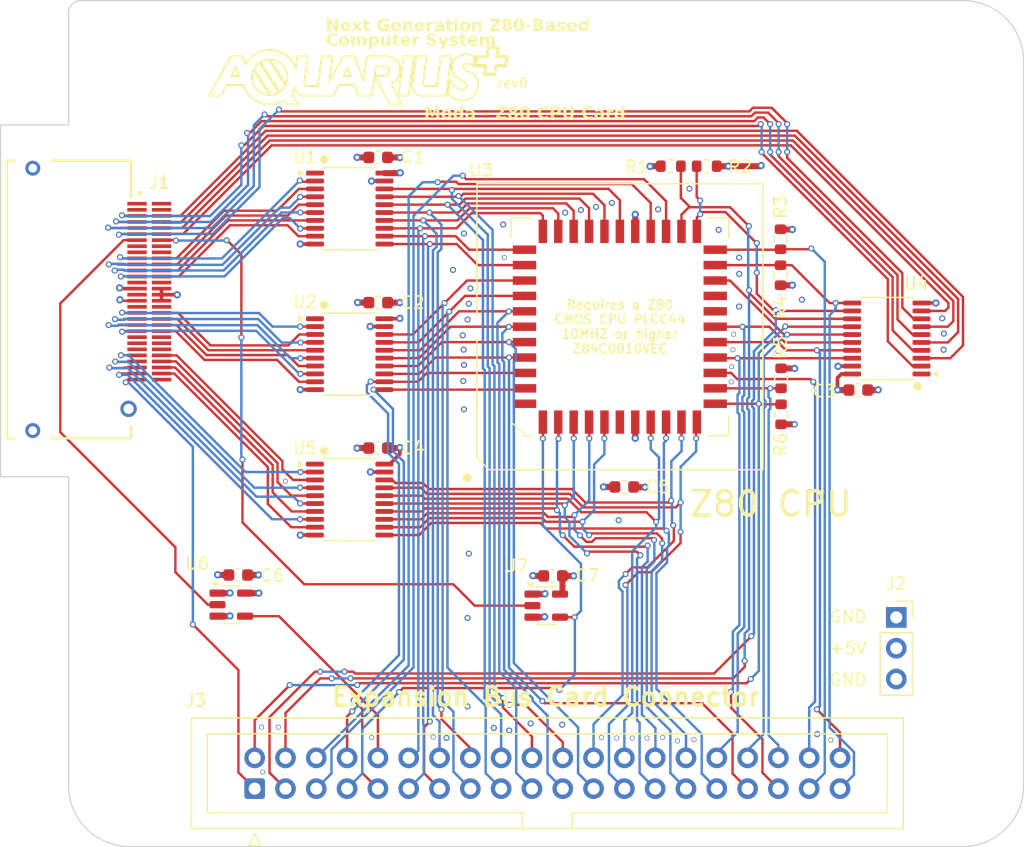
<source format=kicad_pcb>
(kicad_pcb (version 20240108) (generator "pcbnew") (generator_version "8.0")
  (title_block (date "2024-08-28") (rev "3"))
  (layers (0 "F.Cu" signal) (1 "In1.Cu" signal) (2 "In2.Cu" signal) (31 "B.Cu" signal) (34 "B.Paste" user) (35 "F.Paste" user) (36 "B.SilkS" user "B.Silkscreen") (37 "F.SilkS" user "F.Silkscreen") (38 "B.Mask" user) (39 "F.Mask" user) (44 "Edge.Cuts" user))
  (net 0 "")
  (net 1 "GND")
  (net 2 "+3V3")
  (net 3 "+5V")
  (net 4 "CASSETTE_OUT")
  (net 5 "INT#")
  (net 6 "NMI#")
  (net 7 "BUSREQ#")
  (net 8 "BUSACK#")
  (net 9 "WAIT#")
  (net 10 "RESET#")
  (net 11 "FPGA_INT#")
  (net 12 "FPGA_WR#")
  (net 13 "FPGA_BUSREQ#")
  (net 14 "FPGA_RESET#")
  (net 15 "FPGA_BUSACK#")
  (net 16 "FPGA_PHI")
  (net 17 "FPGA_CART_CE#")
  (net 18 "FPGA_RD#")
  (net 19 "FPGA_IORQ#")
  (net 20 "FPGA_MREQ#")
  (net 21 "FPGA_D7")
  (net 22 "FPGA_D6")
  (net 23 "FPGA_D5")
  (net 24 "FPGA_D4")
  (net 25 "FPGA_D3")
  (net 26 "FPGA_D2")
  (net 27 "FPGA_D1")
  (net 28 "FPGA_D0")
  (net 29 "FPGA_A12")
  (net 30 "FPGA_A11")
  (net 31 "FPGA_A10")
  (net 32 "FPGA_A14")
  (net 33 "FPGA_A13")
  (net 34 "FPGA_A15")
  (net 35 "FPGA_A9")
  (net 36 "FPGA_A8")
  (net 37 "FPGA_A7")
  (net 38 "FPGA_A6")
  (net 39 "FPGA_A5")
  (net 40 "FPGA_A4")
  (net 41 "FPGA_A3")
  (net 42 "FPGA_A2")
  (net 43 "FPGA_A1")
  (net 44 "FPGA_A0")
  (net 45 "A9")
  (net 46 "A8")
  (net 47 "A7")
  (net 48 "A6")
  (net 49 "A5")
  (net 50 "A4")
  (net 51 "A3")
  (net 52 "A2")
  (net 53 "A1")
  (net 54 "A0")
  (net 55 "D3")
  (net 56 "D2")
  (net 57 "D1")
  (net 58 "D0")
  (net 59 "A15")
  (net 60 "A14")
  (net 61 "A13")
  (net 62 "A12")
  (net 63 "A11")
  (net 64 "A10")
  (net 65 "WR#")
  (net 66 "RD#")
  (net 67 "IORQ#")
  (net 68 "MREQ#")
  (net 69 "M1#")
  (net 70 "D7")
  (net 71 "D6")
  (net 72 "D5")
  (net 73 "D4")
  (net 74 "PHI")
  (net 75 "HALT#")
  (net 76 "RFSH#")
  (net 77 "CART_CE#")
  (footprint "Resistor_SMD:R_0603_1608Metric" (layer "F.Cu") (at 213.870136 103.918467 180)
    (property "Reference" "R2")
    (property "Value" "1k")
  )
  (footprint "Resistor_SMD:R_0603_1608Metric" (layer "F.Cu") (at 219.956086 109.940007 -90)
    (property "Reference" "R3")
    (property "Value" "1k")
  )
  (footprint "Resistor_SMD:R_0603_1608Metric" (layer "F.Cu") (at 210.912381 103.918467)
    (property "Reference" "R1")
    (property "Value" "1k")
  )
  (footprint "MountingHole:MountingHole_3.2mm_M3" (layer "F.Cu") (at 235 154.7)
    (property "Reference" "H4" (hide yes))
    (property "Value" "MountingHole" (hide yes))
  )
  (footprint "MountingHole:MountingHole_3.2mm_M3" (layer "F.Cu") (at 235 95.2)
    (property "Reference" "H2" (hide yes))
    (property "Value" "MountingHole" (hide yes))
  )
  (footprint "Capacitor_SMD:C_0603_1608Metric" (layer "F.Cu") (at 186.778341 127.158711 180)
    (property "Reference" "C4")
    (property "Value" "100nF")
  )
  (footprint "Capacitor_SMD:C_0603_1608Metric" (layer "F.Cu") (at 186.781697 115.167139 180)
    (property "Reference" "C2")
    (property "Value" "100nF")
  )
  (footprint "Resistor_SMD:R_0603_1608Metric" (layer "F.Cu") (at 220 121.40637 -90)
    (property "Reference" "R5")
    (property "Value" "1k")
  )
  (footprint "Connector_IDC:IDC-Header_2x20_P2.54mm_Vertical" (layer "F.Cu") (at 176.6 155.24 90)
    (property "Reference" "J3")
    (property "Value" "IDC_02x20" (hide yes))
  )
  (footprint "Connector_PinSocket_2.54mm:PinSocket_1x03_P2.54mm_Vertical" (layer "F.Cu") (at 229.5 141.12)
    (property "Reference" "J2")
    (property "Value" "Conn_01x03" (hide yes))
  )
  (footprint "MountingHole:MountingHole_3.2mm_M3" (layer "F.Cu") (at 166.5 154.7)
    (property "Reference" "H3" (hide yes))
    (property "Value" "MountingHole" (hide yes))
  )
  (footprint "Capacitor_SMD:C_0603_1608Metric" (layer "F.Cu") (at 186.778139 103.195973 180)
    (property "Reference" "C1")
    (property "Value" "100nF")
  )
  (footprint "Package_TO_SOT_SMD:SOT-23-5" (layer "F.Cu") (at 174.669196 140.069322)
    (property "Reference" "U6")
    (property "Value" "SN74AHCT1G125DBVR" (hide yes))
  )
  (footprint "Capacitor_SMD:C_0603_1608Metric" (layer "F.Cu") (at 207.072554 130.364305 180)
    (property "Reference" "C5")
    (property "Value" "100nF")
  )
  (footprint "Resistor_SMD:R_0603_1608Metric" (layer "F.Cu") (at 219.956086 112.906996 90)
    (property "Reference" "R4")
    (property "Value" "1k")
  )
  (footprint "Package_LCC:PLCC-44_SMD-Socket" (layer "F.Cu") (at 206.710054 117.154305 90)
    (property "Reference" "U3")
    (property "Value" "PLCC-44 SMD Socket" (hide yes))
  )
  (footprint "samtec-mec5-30:SAMTEC_MEC5-030-01-X-RA-W1-XX" (layer "F.Cu") (at 163.650919 114.265299 -90)
    (property "Reference" "J1")
    (property "Value" "MEC5-030-01-X-RA-W1-XX-SOCKET" (hide yes))
  )
  (footprint "Package_SO:TSSOP-20_4.4x6.5mm_P0.65mm" (layer "F.Cu") (at 228.718609 118.125 180)
    (property "Reference" "U4")
    (property "Value" "SN74CB3T3245PWR" (hide yes))
  )
  (footprint "Package_SO:TSSOP-20_4.4x6.5mm_P0.65mm" (layer "F.Cu") (at 184.431697 119.417139)
    (property "Reference" "U2")
    (property "Value" "SN74CB3T3245PWR" (hide yes))
  )
  (footprint "Package_SO:TSSOP-20_4.4x6.5mm_P0.65mm" (layer "F.Cu") (at 184.434964 107.413723)
    (property "Reference" "U1")
    (property "Value" "SN74CB3T3245PWR" (hide yes))
  )
  (footprint "Capacitor_SMD:C_0603_1608Metric" (layer "F.Cu") (at 226.368609 122.375)
    (property "Reference" "C3")
    (property "Value" "100nF")
  )
  (footprint "Package_SO:TSSOP-20_4.4x6.5mm_P0.65mm" (layer "F.Cu") (at 184.428341 131.408711)
    (property "Reference" "U5")
    (property "Value" "SN74CB3T3245PWR" (hide yes))
  )
  (footprint "Capacitor_SMD:C_0603_1608Metric" (layer "F.Cu") (at 175.240453 137.625075 180)
    (property "Reference" "C6")
    (property "Value" "100nF")
  )
  (footprint "Resistor_SMD:R_0603_1608Metric" (layer "F.Cu") (at 220 124.375 90)
    (property "Reference" "R6")
    (property "Value" "1k")
  )
  (footprint "Capacitor_SMD:C_0603_1608Metric" (layer "F.Cu") (at 201.203835 137.698082 180)
    (property "Reference" "C7")
    (property "Value" "100nF")
  )
  (footprint "MountingHole:MountingHole_3.2mm_M3" (layer "F.Cu") (at 166 95.2)
    (property "Reference" "H1" (hide yes))
    (property "Value" "MountingHole" (hide yes))
  )
  (footprint "Package_TO_SOT_SMD:SOT-23-5" (layer "F.Cu") (at 200.6375 140.15)
    (property "Reference" "U7")
    (property "Value" "SN74AHCT1G125DBVR" (hide yes))
  )
  (gr_poly (pts (xy 192.82148 94.897692) (xy 192.821479 94.897695) (xy 192.389206 98.095604) (xy 192.388703 98.09707) (xy 192.388703 98.097469) (xy 192.388495 98.097677) (xy 192.388256 98.098372) (xy 192.386343 98.099829) (xy 192.384644 98.101528) (xy 192.383925 98.101671) (xy 192.38369 98.10185) (xy 192.383295 98.101796) (xy 192.381774 98.102099) (xy 190.311461 98.102099) (xy 190.311412 98.102089) (xy 190.311364 98.102098) (xy 190.293601 98.101869) (xy 190.293505 98.101848) (xy 190.293407 98.101864) (xy 190.275765 98.101179) (xy 190.275669 98.101155) (xy 190.275569 98.101169) (xy 190.258052 98.100029) (xy 190.257957 98.100003) (xy 190.257855 98.100014) (xy 190.240467 98.098422) (xy 190.24037 98.098393) (xy 190.240269 98.098401) (xy 190.223011 98.096356) (xy 190.222915 98.096324) (xy 190.222813 98.09633) (xy 190.205692 98.093836) (xy 190.205595 98.093801) (xy 190.205492 98.093804) (xy 190.188509 98.090861) (xy 190.188414 98.090824) (xy 190.188311 98.090824) (xy 190.17147 98.087435) (xy 190.171375 98.087395) (xy 190.171271 98.087392) (xy 190.154575 98.083557) (xy 190.154479 98.083513) (xy 190.154376 98.083508) (xy 190.13783 98.079229) (xy 190.137737 98.079183) (xy 190.137633 98.079175) (xy 190.121238 98.074454) (xy 190.121147 98.074406) (xy 190.121041 98.074395) (xy 190.104802 98.069233) (xy 190.104711 98.069182) (xy 190.104607 98.069168) (xy 190.088527 98.063568) (xy 190.088436 98.063513) (xy 190.088334 98.063497) (xy 190.072416 98.057458) (xy 190.072329 98.057403) (xy 190.072225 98.057383) (xy 190.056472 98.050909) (xy 190.056385 98.05085) (xy 190.056283 98.050828) (xy 190.0407 98.043921) (xy 190.040614 98.04386) (xy 190.040514 98.043835) (xy 190.025102 98.036493) (xy 190.025019 98.03643) (xy 190.02492 98.036403) (xy 190.009684 98.028631) (xy 190.009603 98.028566) (xy 190.009504 98.028536) (xy 189.994448 98.020333) (xy 189.99437 98.020267) (xy 189.994272 98.020234) (xy 189.979397 98.011604) (xy 189.97932 98.011535) (xy 189.979224 98.0115) (xy 189.964536 98.002443) (xy 189.964462 98.002373) (xy 189.964368 98.002336) (xy 189.949868 97.992854) (xy 189.949796 97.992782) (xy 189.949704 97.992743) (xy 189.935397 97.982837) (xy 189.935329 97.982765) (xy 189.935236 97.982723) (xy 189.921126 97.972396) (xy 189.921061 97.972324) (xy 189.920969 97.972279) (xy 189.907059 97.961531) (xy 189.906996 97.961457) (xy 189.906907 97.961411) (xy 189.893198 97.950244) (xy 189.893136 97.950168) (xy 189.893051 97.950121) (xy 189.879548 97.938537) (xy 189.879489 97.938461) (xy 189.879406 97.938412) (xy 189.866112 97.926414) (xy 189.866055 97.926336) (xy 189.865974 97.926286) (xy 189.852893 97.913872) (xy 189.852839 97.913794) (xy 189.852761 97.913743) (xy 189.839896 97.900917) (xy 189.839846 97.900841) (xy 189.839768 97.900787) (xy 189.827122 97.887549) (xy 189.827073 97.887471) (xy 189.826999 97.887417) (xy 189.814576 97.873771) (xy 189.814523 97.873681) (xy 189.814442 97.873619) (xy 189.799661 97.856474) (xy 189.799607 97.856377) (xy 189.799521 97.856307) (xy 189.785162 97.838639) (xy 189.785112 97.838543) (xy 189.78503 97.838472) (xy 189.771101 97.820305) (xy 189.771055 97.820211) (xy 189.770978 97.82014) (xy 189.757487 97.8015) (xy 189.757445 97.801406) (xy 189.757371 97.801335) (xy 189.744328 97.782249) (xy 189.744289 97.782157) (xy 189.744218 97.782084) (xy 189.73163 97.762575) (xy 189.731594 97.762483) (xy 189.731527 97.762411) (xy 189.719403 97.742508) (xy 189.71937 97.742417) (xy 189.719305 97.742343) (xy 189.707654 97.72207) (xy 189.707624 97.721978) (xy 189.707563 97.721906) (xy 189.696391 97.701289) (xy 189.696364 97.7012) (xy 189.696304 97.701125) (xy 189.685622 97.680189) (xy 189.685597 97.680097) (xy 189.685541 97.680024) (xy 189.675356 97.658796) (xy 189.675334 97.658708) (xy 189.675279 97.658632) (xy 189.6656 97.637135) (xy 189.66558 97.637045) (xy 189.665528 97.63697) (xy 189.656362 97.615232) (xy 189.656344 97.615141) (xy 189.656294 97.615065) (xy 189.647651 97.593111) (xy 189.647635 97.59302) (xy 189.647588 97.592944) (xy 189.639476 97.5708) (xy 189.639463 97.57071) (xy 189.639416 97.570631) (xy 189.631843 97.548323) (xy 189.631832 97.548232) (xy 189.631787 97.548152) (xy 189.624761 97.525704) (xy 189.624752 97.525612) (xy 189.624709 97.525531) (xy 189.61824 97.50297) (xy 189.618233 97.502878) (xy 189.618192 97.502795) (xy 189.612286 97.480148) (xy 189.612281 97.480054) (xy 189.612242 97.47997) (xy 189.606909 97.457259) (xy 189.606906 97.457166) (xy 189.606868 97.457078) (xy 189.602116 97.434331) (xy 189.602116 97.434237) (xy 189.602079 97.434147) (xy 189.597916 97.41139) (xy 189.597918 97.41129) (xy 189.597885 97.411202) (xy 189.594319 97.388458) (xy 189.594324 97.388358) (xy 189.594292 97.388267) (xy 189.591332 97.365565) (xy 189.591339 97.365464) (xy 189.591309 97.365368) (xy 189.588964 97.342732) (xy 189.588974 97.342629) (xy 189.588946 97.342531) (xy 189.587224 97.319987) (xy 189.587237 97.319883) (xy 189.587211 97.319781) (xy 189.58612 97.297354) (xy 189.586136 97.297247) (xy 189.586113 97.297143) (xy 189.585661 97.274859) (xy 189.585681 97.274751) (xy 189.585659 97.274641) (xy 189.585855 97.252527) (xy 189.585879 97.252413) (xy 189.585861 97.252302) (xy 189.586713 97.230383) (xy 189.586741 97.230269) (xy 189.586725 97.230151) (xy 189.588242 97.208452) (xy 189.588275 97.208333) (xy 189.588263 97.208213) (xy 189.590452 97.186762) (xy 189.590489 97.186642) (xy 189.590481 97.186519) (xy 189.904209 94.865678) (xy 189.904712 94.864213) (xy 189.904712 94.863813) (xy 189.904922 94.863603) (xy 189.905159 94.862911) (xy 189.907071 94.861454) (xy 189.908771 94.859754) (xy 189.909491 94.85961) (xy 189.909725 94.859432) (xy 189.910121 94.859485) (xy 189.911641 94.859183) (xy 190.770968 94.859183) (xy 190.773838 94.859754) (xy 190.774214 94.860129) (xy 190.77474 94.860201) (xy 190.776197 94.862112) (xy 190.777897 94.863813) (xy 190.777897 94.864344) (xy 190.778219 94.864767) (xy 190.7784 94.867688) (xy 190.506171 96.881247) (xy 190.504215 96.896542) (xy 190.502519 96.911521) (xy 190.499877 96.940835) (xy 190.498253 96.969048) (xy 190.497646 96.996157) (xy 190.498048 97.022203) (xy 190.499457 97.047165) (xy 190.50187 97.071041) (xy 190.505278 97.093798) (xy 190.509684 97.115481) (xy 190.515077 97.136053) (xy 190.521445 97.155493) (xy 190.528794 97.173839) (xy 190.537108 97.191063) (xy 190.546393 97.207187) (xy 190.556644 97.22221) (xy 190.567895 97.236179) (xy 190.573092 97.241908) (xy 190.583918 97.252594) (xy 190.600545 97.266279) (xy 190.617276 97.27734) (xy 190.633861 97.2861) (xy 190.649939 97.292809) (xy 190.665165 97.297734) (xy 190.683724 97.302026) (xy 190.699335 97.304245) (xy 190.715921 97.305132) (xy 191.600126 97.305132) (xy 191.929925 94.865678) (xy 191.930428 94.864213) (xy 191.930428 94.863813) (xy 191.930638 94.863603) (xy 191.930875 94.862911) (xy 191.932787 94.861454) (xy 191.934487 94.859754) (xy 191.935207 94.85961) (xy 191.935441 94.859432) (xy 191.935837 94.859485) (xy 191.937357 94.859183) (xy 191.943911 94.859183) (xy 191.943911 94.874183) (xy 191.614111 97.313637) (xy 191.613608 97.315103) (xy 191.613608 97.315502) (xy 191.6134 97.31571) (xy 191.613161 97.316405) (xy 191.611248 97.317862) (xy 191.609549 97.319561) (xy 191.60883 97.319704) (xy 191.608595 97.319883) (xy 191.6082 97.319829) (xy 191.606679 97.320132) (xy 190.715726 97.320132) (xy 190.715526 97.320092) (xy 190.715325 97.320121) (xy 190.698206 97.319206) (xy 190.697883 97.319123) (xy 190.69755 97.319142) (xy 190.681293 97.316831) (xy 190.680986 97.316723) (xy 190.680659 97.316713) (xy 190.661471 97.312276) (xy 190.661176 97.312142) (xy 190.660852 97.312105) (xy 190.645024 97.306985) (xy 190.64475 97.306831) (xy 190.644443 97.30677) (xy 190.627761 97.299808) (xy 190.627479 97.299617) (xy 190.627146 97.299519) (xy 190.60995 97.290436) (xy 190.609662 97.290201) (xy 190.609317 97.290061) (xy 190.591949 97.27858) (xy 190.591667 97.2783) (xy 190.591319 97.278114) (xy 190.57412 97.263958) (xy 190.573904 97.263693) (xy 190.573617 97.263505) (xy 190.562412 97.252445) (xy 190.562295 97.252272) (xy 190.562126 97.252147) (xy 190.55664 97.246099) (xy 190.556526 97.245908) (xy 190.556354 97.245765) (xy 190.544768 97.231379) (xy 190.544629 97.231112) (xy 190.544414 97.230902) (xy 190.53384 97.215404) (xy 190.533728 97.215138) (xy 190.533535 97.214919) (xy 190.523974 97.198315) (xy 190.523886 97.198052) (xy 190.523719 97.197832) (xy 190.515172 97.180124) (xy 190.515107 97.179872) (xy 190.514964 97.179653) (xy 190.507431 97.160848) (xy 190.507386 97.160605) (xy 190.507266 97.160393) (xy 190.500749 97.140496) (xy 190.500722 97.140271) (xy 190.500621 97.140064) (xy 190.49512 97.11908) (xy 190.495108 97.118868) (xy 190.495025 97.118672) (xy 190.490541 97.096606) (xy 190.490541 97.096407) (xy 190.490474 97.096223) (xy 190.487008 97.07308) (xy 190.487017 97.072898) (xy 190.486963 97.072723) (xy 190.484516 97.048509) (xy 190.484533 97.04834) (xy 190.48449 97.048177) (xy 190.483063 97.022897) (xy 190.483085 97.022742) (xy 190.483052 97.02259) (xy 190.482645 96.996248) (xy 190.482671 96.996106) (xy 190.482646 96.995964) (xy 190.48326 96.968566) (xy 190.483289 96.968436) (xy 190.48327 96.968303) (xy 190.484907 96.939854) (xy 190.484939 96.939734) (xy 190.484925 96.939612) (xy 190.487584 96.910117) (xy 190.48761 96.910031) (xy 190.487602 96.909946) (xy 190.489316 96.894808) (xy 190.489333 96.894755) (xy 190.489329 96.8947) (xy 190.491298 96.879304) (xy 190.491307 96.879277) (xy 190.491305 96.87925) (xy 190.762387 94.874183) (xy 189.918196 94.874183) (xy 189.605362 97.188404) (xy 189.603199 97.2096) (xy 189.601696 97.2311) (xy 189.600855 97.252751) (xy 189.60066 97.27469) (xy 189.601107 97.296721) (xy 189.602189 97.31895) (xy 189.603894 97.34128) (xy 189.606219 97.363721) (xy 189.609152 97.386215) (xy 189.612689 97.40878) (xy 189.616824 97.431384) (xy 189.621531 97.453913) (xy 189.62682 97.476437) (xy 189.632687 97.498936) (xy 189.639097 97.521287) (xy 189.646079 97.543594) (xy 189.653596 97.565737) (xy 189.661636 97.587683) (xy 189.670218 97.609484) (xy 189.679317 97.631061) (xy 189.688924 97.652399) (xy 189.699015 97.673431) (xy 189.709628 97.694231) (xy 189.720707 97.714677) (xy 189.732262 97.734783) (xy 189.74429 97.754528) (xy 189.756764 97.77386) (xy 189.769698 97.792786) (xy 189.783074 97.811268) (xy 189.796886 97.829281) (xy 189.811096 97.846766) (xy 189.825743 97.863754) (xy 189.838029 97.87725) (xy 189.850547 97.890354) (xy 189.863294 97.903063) (xy 189.876226 97.915335) (xy 189.889408 97.927232) (xy 189.902742 97.938672) (xy 189.916301 97.949716) (xy 189.930071 97.960355) (xy 189.944014 97.970559) (xy 189.958163 97.980355) (xy 189.972487 97.989722) (xy 189.98701 97.998678) (xy 190.001712 98.007208) (xy 190.016605 98.015322) (xy 190.031639 98.022991) (xy 190.046872 98.030248) (xy 190.062278 98.037077) (xy 190.077847 98.043475) (xy 190.093533 98.049426) (xy 190.109431 98.054963) (xy 190.125476 98.060065) (xy 190.141679 98.064731) (xy 190.15801 98.068954) (xy 190.174526 98.072748) (xy 190.191181 98.076099) (xy 190.207945 98.079005) (xy 190.224882 98.081472) (xy 190.241931 98.083492) (xy 190.259141 98.085068) (xy 190.276452 98.086195) (xy 190.293893 98.086872) (xy 190.31148 98.087099) (xy 192.375221 98.087099) (xy 192.806616 94.895676) (xy 192.806618 94.895672) (xy 192.806617 94.895669) (xy 192.809541 94.874183) (xy 191.943911 94.874183) (xy 191.943911 94.859183) (xy 192.81813 94.859183) (xy 192.821 94.859754) (xy 192.821378 94.860131) (xy 192.821908 94.860204) (xy 192.823363 94.862116) (xy 192.825059 94.863813) (xy 192.825059 94.864347) (xy 192.825383 94.864773) (xy 192.825562 94.867694)) (stroke (width 0.15)) (fill none) (layer "F.SilkS"))
  (gr_poly (pts (xy 179.30189 96.599514) (xy 179.301881 96.599561) (xy 179.301889 96.59961) (xy 179.301527 96.618436) (xy 179.301517 96.618485) (xy 179.301524 96.618532) (xy 179.300922 96.6373) (xy 179.300911 96.637348) (xy 179.300918 96.637395) (xy 179.300078 96.656102) (xy 179.300067 96.656147) (xy 179.300074 96.656198) (xy 179.298997 96.674841) (xy 179.298985 96.67489) (xy 179.29899 96.674937) (xy 179.297679 96.693518) (xy 179.297667 96.693564) (xy 179.297672 96.693614) (xy 179.296127 96.712129) (xy 179.296114 96.712177) (xy 179.296118 96.712225) (xy 179.294341 96.730675) (xy 179.294328 96.730719) (xy 179.294332 96.73077) (xy 179.292326 96.749152) (xy 179.292312 96.749198) (xy 179.292315 96.749248) (xy 179.290079 96.767562) (xy 179.290064 96.767607) (xy 179.290067 96.767656) (xy 179.287605 96.785899) (xy 179.287589 96.785946) (xy 179.287591 96.785993) (xy 179.284903 96.804166) (xy 179.284888 96.80421) (xy 179.284889 96.804259) (xy 179.281977 96.822359) (xy 179.28196 96.822405) (xy 179.281961 96.822452) (xy 179.278827 96.840476) (xy 179.27881 96.840521) (xy 179.27881 96.84057) (xy 179.275455 96.858519) (xy 179.275438 96.858563) (xy 179.275437 96.858612) (xy 179.271863 96.876483) (xy 179.271845 96.876527) (xy 179.271844 96.876575) (xy 179.268052 96.894369) (xy 179.268034 96.894412) (xy 179.268032 96.89446) (xy 179.264025 96.912173) (xy 179.264006 96.912215) (xy 179.264004 96.912265) (xy 179.259782 96.929896) (xy 179.259762 96.92994) (xy 179.259759 96.929988) (xy 179.255324 96.947537) (xy 179.255305 96.947578) (xy 179.255301 96.947627) (xy 179.250654 96.965093) (xy 179.250633 96.965136) (xy 179.250629 96.965182) (xy 179.245775 96.982561) (xy 179.245754 96.982603) (xy 179.245749 96.982652) (xy 179.240685 96.999944) (xy 179.240663 96.999986) (xy 179.240658 97.000033) (xy 179.235387 97.017238) (xy 179.235365 97.01728) (xy 179.235359 97.017327) (xy 179.229883 97.034442) (xy 179.229861 97.034481) (xy 179.229855 97.034529) (xy 179.224176 97.051552) (xy 179.224153 97.051593) (xy 179.224146 97.051639) (xy 179.218266 97.068571) (xy 179.218243 97.068611) (xy 179.218235 97.068659) (xy 179.212154 97.085495) (xy 179.21213 97.085535) (xy 179.212122 97.085582) (xy 179.205842 97.102325) (xy 179.205819 97.102362) (xy 179.20581 97.102411) (xy 179.199332 97.119057) (xy 179.199308 97.119094) (xy 179.199299 97.119142) (xy 179.192627 97.135689) (xy 179.192602 97.135728) (xy 179.192592 97.135774) (xy 179.185725 97.152224) (xy 179.185067 97.153203) (xy 179.184987 97.153578) (xy 179.184681 97.153777) (xy 179.184092 97.154652) (xy 179.182036 97.155497) (xy 179.180175 97.156707) (xy 179.179461 97.156555) (xy 179.178783 97.156834) (xy 179.17673 97.155976) (xy 179.17456 97.155517) (xy 179.173826 97.154764) (xy 179.173486 97.154623) (xy 179.17334 97.154266) (xy 179.172516 97.153423) (xy 177.852956 95.124254) (xy 177.852468 95.123031) (xy 177.852198 95.122738) (xy 177.852213 95.122393) (xy 177.85187 95.121536) (xy 177.852345 95.119297) (xy 177.852442 95.117003) (xy 177.852925 95.116559) (xy 177.85306 95.115921) (xy 177.854979 95.114673) (xy 177.85667 95.11312) (xy 177.857586 95.112978) (xy 177.857872 95.112792) (xy 177.858259 95.112873) (xy 177.859562 95.112672) (xy 177.873465 95.113264) (xy 177.873465 95.128276) (xy 179.177353 97.133344) (xy 179.178717 97.130075) (xy 179.185372 97.11357) (xy 179.19183 97.096971) (xy 179.191831 97.09697) (xy 179.198053 97.080381) (xy 179.204116 97.063594) (xy 179.209969 97.046741) (xy 179.215625 97.029783) (xy 179.215626 97.029782) (xy 179.221056 97.012809) (xy 179.226295 96.995708) (xy 179.231353 96.978436) (xy 179.231354 96.978435) (xy 179.236161 96.961225) (xy 179.240805 96.943771) (xy 179.245194 96.926403) (xy 179.249416 96.908771) (xy 179.249417 96.90877) (xy 179.253396 96.89118) (xy 179.257165 96.873494) (xy 179.26072 96.855717) (xy 179.264055 96.837877) (xy 179.267172 96.819949) (xy 179.270078 96.801884) (xy 179.27274 96.783893) (xy 179.272739 96.783893) (xy 179.275196 96.76569) (xy 179.27742 96.747478) (xy 179.27942 96.729142) (xy 179.279421 96.729141) (xy 179.28118 96.71087) (xy 179.282723 96.692383) (xy 179.284022 96.673977) (xy 179.284021 96.673976) (xy 179.285098 96.655332) (xy 179.285099 96.65533) (xy 179.285931 96.636794) (xy 179.28653 96.618143) (xy 179.286891 96.599352) (xy 179.287011 96.580659) (xy 179.285154 96.506687) (xy 179.279648 96.433739) (xy 179.270582 96.361846) (xy 179.258043 96.291071) (xy 179.24212 96.221503) (xy 179.222909 96.153265) (xy 179.200487 96.086397) (xy 179.174945 96.021002) (xy 179.146395 95.957221) (xy 179.114881 95.895043) (xy 179.080532 95.83464) (xy 179.043431 95.776087) (xy 179.003651 95.719445) (xy 178.961288 95.664817) (xy 178.916432 95.612292) (xy 178.869181 95.561971) (xy 178.819607 95.51392) (xy 178.76783 95.468262) (xy 178.713886 95.425037) (xy 178.65791 95.384373) (xy 178.599989 95.346355) (xy 178.540191 95.311059) (xy 178.478603 95.278572) (xy 178.415356 95.249006) (xy 178.350482 95.222422) (xy 178.284112 95.198927) (xy 178.216305 95.178598) (xy 178.147204 95.16154) (xy 178.076808 95.147821) (xy 178.005285 95.137546) (xy 177.932681 95.130796) (xy 177.873465 95.128276) (xy 177.873465 95.113264) (xy 177.933514 95.115819) (xy 177.933699 95.115863) (xy 177.933889 95.115844) (xy 178.00686 95.122628) (xy 178.007043 95.122682) (xy 178.007231 95.122672) (xy 178.07913 95.133001) (xy 178.079308 95.133063) (xy 178.079499 95.133063) (xy 178.150238 95.14685) (xy 178.150413 95.146921) (xy 178.1506 95.14693) (xy 178.220089 95.164083) (xy 178.220258 95.164162) (xy 178.220445 95.16418) (xy 178.288594 95.184611) (xy 178.288759 95.184698) (xy 178.288943 95.184725) (xy 178.355662 95.208344) (xy 178.355821 95.208438) (xy 178.356003 95.208474) (xy 178.421203 95.235192) (xy 178.421358 95.235294) (xy 178.421535 95.235338) (xy 178.485127 95.265065) (xy 178.485274 95.265172) (xy 178.48545 95.265225) (xy 178.547344 95.297873) (xy 178.547486 95.297988) (xy 178.547657 95.298048) (xy 178.607763 95.333526) (xy 178.6079 95.333648) (xy 178.608065 95.333715) (xy 178.666295 95.371935) (xy 178.666424 95.372061) (xy 178.666587 95.372137) (xy 178.722848 95.413008) (xy 178.72297 95.413139) (xy 178.72313 95.413223) (xy 178.777335 95.456657) (xy 178.777452 95.456795) (xy 178.777605 95.456885) (xy 178.829665 95.502792) (xy 178.829775 95.502935) (xy 178.829924 95.503032) (xy 178.879747 95.551323) (xy 178.879848 95.551468) (xy 178.879995 95.551574) (xy 178.927492 95.602159) (xy 178.927588 95.602311) (xy 178.927727 95.602422) (xy 178.97281 95.655212) (xy 178.972898 95.655368) (xy 178.973034 95.655487) (xy 179.015612 95.710392) (xy 179.015693 95.710553) (xy 179.015823 95.710678) (xy 179.055806 95.767609) (xy 179.05588 95.767775) (xy 179.056003 95.767905) (xy 179.093303 95.826773) (xy 179.093368 95.826941) (xy 179.093488 95.82708) (xy 179.128015 95.887796) (xy 179.128073 95.887968) (xy 179.128185 95.888112) (xy 179.159848 95.950586) (xy 179.159898 95.950763) (xy 179.160003 95.950912) (xy 179.188715 96.015053) (xy 179.188757 96.015233) (xy 179.188855 96.015388) (xy 179.214524 96.081108) (xy 179.214557 96.081291) (xy 179.214649 96.081453) (xy 179.237186 96.148663) (xy 179.23721 96.148849) (xy 179.237294 96.149015) (xy 179.25661 96.217625) (xy 179.256625 96.217812) (xy 179.256702 96.217985) (xy 179.272706 96.287905) (xy 179.272712 96.288095) (xy 179.27278 96.288271) (xy 179.285384 96.359413) (xy 179.28538 96.359603) (xy 179.28544 96.359783) (xy 179.294554 96.432056) (xy 179.294541 96.432246) (xy 179.294592 96.432431) (xy 179.300126 96.505748) (xy 179.300103 96.505937) (xy 179.300145 96.506124) (xy 179.302009 96.580394) (xy 179.301989 96.580513) (xy 179.302011 96.580631)) (stroke (width 0.15)) (fill none) (layer "F.SilkS"))
  (gr_poly (pts (xy 184.539751 96.477733) (xy 184.539751 96.479093) (xy 184.538605 96.480239) (xy 184.537929 96.481716) (xy 184.536654 96.48219) (xy 184.535692 96.483152) (xy 184.532822 96.483723) (xy 183.924616 96.483723) (xy 183.924146 96.483629) (xy 183.923942 96.483693) (xy 183.923622 96.483525) (xy 183.921746 96.483152) (xy 183.920466 96.481871) (xy 183.918857 96.481029) (xy 183.91851 96.479915) (xy 183.917687 96.479093) (xy 183.917687 96.477282) (xy 183.917146 96.475549) (xy 183.917687 96.473713) (xy 183.917687 96.473353) (xy 183.917838 96.473202) (xy 183.917973 96.472742) (xy 184.273584 95.794153) (xy 184.275005 95.792392) (xy 184.27512 95.792141) (xy 184.275246 95.792094) (xy 184.275422 95.791876) (xy 184.277981 95.791076) (xy 184.279065 95.790673) (xy 184.279065 95.816009) (xy 183.937015 96.468723) (xy 184.522028 96.468723) (xy 184.279065 95.816009) (xy 184.279065 95.790673) (xy 184.2805 95.790139) (xy 184.280696 95.790228) (xy 184.280901 95.790164) (xy 184.283276 95.791408) (xy 184.28572 95.792527) (xy 184.285869 95.792767) (xy 184.285985 95.792829) (xy 184.286066 95.793088) (xy 184.287256 95.795018) (xy 184.539851 96.473607) (xy 184.540317 96.476496)) (stroke (width 0.15)) (fill none) (layer "F.SilkS"))
  (gr_poly (pts (xy 188.739675 98.830612) (xy 188.739675 98.832412) (xy 188.738844 98.833243) (xy 188.738489 98.834366) (xy 188.73689 98.835197) (xy 188.735616 98.836471) (xy 188.733712 98.836849) (xy 188.733396 98.837014) (xy 188.7332 98.836951) (xy 188.732746 98.837042) (xy 187.750377 98.837042) (xy 187.747507 98.836471) (xy 187.746671 98.835634) (xy 187.745545 98.835277) (xy 187.743717 98.832992) (xy 187.736335 98.81874) (xy 187.736333 98.818738) (xy 186.520386 96.479682) (xy 186.520257 96.479237) (xy 186.520112 96.479093) (xy 186.520112 96.47874) (xy 186.519569 96.476872) (xy 186.520112 96.475154) (xy 186.520112 96.473353) (xy 186.520945 96.47252) (xy 186.521299 96.471399) (xy 186.522897 96.470568) (xy 186.524171 96.469294) (xy 186.526077 96.468914) (xy 186.526392 96.468751) (xy 186.526589 96.468813) (xy 186.527041 96.468723) (xy 187.208129 96.468723) (xy 187.215459 96.46857) (xy 187.23078 96.467764) (xy 187.25295 96.465767) (xy 187.28092 96.46204) (xy 187.296714 96.459366) (xy 187.313518 96.456065) (xy 187.331273 96.452058) (xy 187.349808 96.447282) (xy 187.368909 96.441696) (xy 187.388575 96.435193) (xy 187.408565 96.427742) (xy 187.428801 96.419259) (xy 187.449122 96.409687) (xy 187.469389 96.398965) (xy 187.489485 96.387022) (xy 187.509271 96.373798) (xy 187.528618 96.359224) (xy 187.547397 96.343234) (xy 187.565479 96.32576) (xy 187.58273 96.306738) (xy 187.59902 96.286103) (xy 187.614231 96.263771) (xy 187.628219 96.23969) (xy 187.640872 96.213753) (xy 187.652036 96.185936) (xy 187.6616 96.15611) (xy 187.669419 96.124227) (xy 187.675366 96.09015) (xy 187.678455 96.065355) (xy 187.680638 96.041208) (xy 187.681896 96.017897) (xy 187.682239 95.995356) (xy 187.681669 95.973624) (xy 187.68019 95.952688) (xy 187.677803 95.932542) (xy 187.674516 95.913216) (xy 187.670327 95.894677) (xy 187.665252 95.876981) (xy 187.659284 95.860083) (xy 187.652431 95.844) (xy 187.644693 95.828722) (xy 187.636075 95.814257) (xy 187.626576 95.800602) (xy 187.616198 95.787756) (xy 187.604767 95.775516) (xy 187.592396 95.764049) (xy 187.579097 95.753362) (xy 187.564834 95.743429) (xy 187.54964 95.734279) (xy 187.533495 95.725898) (xy 187.516403 95.718295) (xy 187.498377 95.711478) (xy 187.479375 95.705437) (xy 187.459445 95.700192) (xy 187.438582 95.695744) (xy 187.416777 95.692095) (xy 187.394025 95.689248) (xy 187.370388 95.687215) (xy 187.34577 95.685988) (xy 187.320217 95.68558) (xy 186.600377 95.68558) (xy 186.280228 98.095587) (xy 186.279722 98.097072) (xy 186.279722 98.097469) (xy 186.279517 98.097674) (xy 186.279284 98.098357) (xy 186.277366 98.099825) (xy 186.275663 98.101528) (xy 186.274959 98.101668) (xy 186.274726 98.101846) (xy 186.27433 98.101793) (xy 186.272793 98.102099) (xy 185.13524 98.102099) (xy 185.135054 98.102061) (xy 185.134968 98.102094) (xy 185.134779 98.102007) (xy 185.13237 98.101528) (xy 185.131223 98.10038) (xy 185.129748 98.099706) (xy 185.128458 98.097615) (xy 185.128311 98.097469) (xy 185.128311 98.097378) (xy 185.128211 98.097216) (xy 184.803356 97.224582) (xy 183.540856 97.224582) (xy 183.083094 98.09808) (xy 183.081256 98.100357) (xy 183.080146 98.100703) (xy 183.079321 98.101528) (xy 183.076451 98.102099) (xy 180.666675 98.102099) (xy 180.666574 98.102078) (xy 180.666472 98.102096) (xy 180.625636 98.100989) (xy 180.625434 98.100943) (xy 180.625226 98.100967) (xy 180.585586 98.097711) (xy 180.585382 98.097652) (xy 180.585173 98.097665) (xy 180.546721 98.092352) (xy 180.546523 98.092283) (xy 180.546312 98.092284) (xy 180.509038 98.085008) (xy 180.508843 98.084927) (xy 180.508633 98.084917) (xy 180.472529 98.075771) (xy 180.472341 98.075681) (xy 180.472133 98.075659) (xy 180.437187 98.064736) (xy 180.437008 98.064637) (xy 180.436804 98.064605) (xy 180.403007 98.051998) (xy 180.402836 98.051891) (xy 180.402638 98.051849) (xy 180.36998 98.037653) (xy 180.369819 98.03754) (xy 180.369628 98.037489) (xy 180.338099 98.021796) (xy 180.33795 98.02168) (xy 180.337765 98.02162) (xy 180.307357 98.004523) (xy 180.307215 98.004401) (xy 180.307044 98.004336) (xy 180.277744 97.98593) (xy 180.277614 97.985806) (xy 180.27745 97.985735) (xy 180.249251 97.966112) (xy 180.249132 97.965987) (xy 180.248977 97.965912) (xy 180.221869 97.945165) (xy 180.22176 97.94504) (xy 180.221614 97.944961) (xy 180.195587 97.923185) (xy 180.195488 97.923061) (xy 180.195352 97.92298) (xy 180.170396 97.900266) (xy 180.170306 97.900143) (xy 180.170179 97.90006) (xy 180.146284 97.876504) (xy 180.146203 97.876383) (xy 180.146084 97.876299) (xy 180.12324 97.851992) (xy 180.123168 97.851875) (xy 180.123056 97.85179) (xy 180.101255 97.826826) (xy 180.10119 97.826711) (xy 180.101086 97.826626) (xy 180.080316 97.801099) (xy 180.080257 97.800986) (xy 180.080162 97.800903) (xy 180.060415 97.774907) (xy 180.060361 97.774796) (xy 180.060273 97.774713) (xy 180.041538 97.748339) (xy 180.041492 97.748234) (xy 180.041407 97.74815) (xy 180.023675 97.721494) (xy 180.023632 97.721388) (xy 180.023556 97.721308) (xy 180.006817 97.694461) (xy 180.006779 97.694359) (xy 180.006707 97.694279) (xy 179.990951 97.667336) (xy 179.990918 97.667238) (xy 179.990849 97.667157) (xy 179.976067 97.64021) (xy 179.976037 97.640112) (xy 179.975974 97.640034) (xy 179.962156 97.613178) (xy 179.962129 97.613083) (xy 179.96207 97.613005) (xy 179.949206 97.586331) (xy 179.949183 97.586238) (xy 179.949126 97.58616) (xy 179.937206 97.559764) (xy 179.937185 97.559672) (xy 179.937131 97.559593) (xy 179.926146 97.533566) (xy 179.926128 97.533473) (xy 179.926077 97.533396) (xy 179.916017 97.507834) (xy 179.916001 97.507742) (xy 179.915952 97.507663) (xy 179.906807 97.482656) (xy 179.906793 97.482561) (xy 179.906747 97.482483) (xy 179.904786 97.476686) (xy 179.899393 97.489055) (xy 179.899378 97.489077) (xy 179.899371 97.489105) (xy 179.892657 97.504196) (xy 179.892642 97.504217) (xy 179.892635 97.504246) (xy 179.885812 97.519284) (xy 179.885796 97.519306) (xy 179.885789 97.519335) (xy 179.878857 97.534322) (xy 179.878841 97.534343) (xy 179.878834 97.534372) (xy 179.871792 97.549305) (xy 179.871775 97.549328) (xy 179.871768 97.549354) (xy 179.864617 97.564235) (xy 179.864601 97.564257) (xy 179.864593 97.564285) (xy 179.857334 97.579111) (xy 179.857317 97.579134) (xy 179.857309 97.579161) (xy 179.84994 97.593934) (xy 179.849924 97.593954) (xy 179.849916 97.593983) (xy 179.84244 97.6087) (xy 179.842422 97.608723) (xy 179.842414 97.608749) (xy 179.834829 97.623411) (xy 179.834813 97.623431) (xy 179.834804 97.62346) (xy 179.827112 97.638065) (xy 179.827094 97.638087) (xy 179.827086 97.638113) (xy 179.819287 97.652663) (xy 179.81927 97.652684) (xy 179.819261 97.652711) (xy 179.811355 97.667203) (xy 179.811337 97.667225) (xy 179.811328 97.667251) (xy 179.803315 97.681685) (xy 179.803297 97.681706) (xy 179.803288 97.681733) (xy 179.79517 97.696108) (xy 179.795151 97.69613) (xy 179.795142 97.696156) (xy 179.786916 97.710473) (xy 179.786898 97.710494) (xy 179.786888 97.710521) (xy 179.778557 97.724778) (xy 179.77854 97.724797) (xy 179.77853 97.724825) (xy 179.770094 97.739023) (xy 179.770075 97.739044) (xy 179.770065 97.739071) (xy 179.761523 97.753207) (xy 179.761505 97.753227) (xy 179.761495 97.753253) (xy 179.752849 97.767329) (xy 179.752831 97.767349) (xy 179.75282 97.767376) (xy 179.744068 97.781391) (xy 179.744049 97.781411) (xy 179.744039 97.781437) (xy 179.735183 97.795389) (xy 179.735164 97.795409) (xy 179.735154 97.795434) (xy 179.726194 97.809324) (xy 179.726176 97.809343) (xy 179.726165 97.809369) (xy 179.717103 97.823195) (xy 179.717083 97.823215) (xy 179.717072 97.823242) (xy 179.707906 97.837003) (xy 179.707887 97.837022) (xy 179.707876 97.837048) (xy 179.698607 97.850746) (xy 179.698586 97.850766) (xy 179.698575 97.850792) (xy 179.689203 97.864424) (xy 179.689184 97.864443) (xy 179.689172 97.864469) (xy 179.679698 97.878035) (xy 179.679678 97.878054) (xy 179.679666 97.87808) (xy 179.670091 97.89158) (xy 179.670071 97.891599) (xy 179.670059 97.891625) (xy 179.660382 97.905058) (xy 179.660362 97.905077) (xy 179.660349 97.905104) (xy 179.653626 97.914293) (xy 180.246064 98.825454) (xy 180.246449 98.826415) (xy 180.246705 98.826672) (xy 180.246705 98.827058) (xy 180.24715 98.828171) (xy 180.246705 98.830269) (xy 180.246705 98.832412) (xy 180.246129 98.832988) (xy 180.245959 98.833787) (xy 180.244161 98.834956) (xy 180.242646 98.836471) (xy 180.241473 98.836704) (xy 180.241147 98.836916) (xy 180.24079 98.83684) (xy 180.239776 98.837042) (xy 179.253919 98.837042) (xy 179.251049 98.836471) (xy 179.250473 98.835894) (xy 179.249674 98.835725) (xy 179.247631 98.83363) (xy 179.027401 98.494832) (xy 178.999871 98.511835) (xy 178.999808 98.511858) (xy 178.999758 98.511903) (xy 178.96568 98.532131) (xy 178.965617 98.532153) (xy 178.965566 98.532197) (xy 178.931184 98.551794) (xy 178.93112 98.551815) (xy 178.931069 98.551858) (xy 178.896392 98.570824) (xy 178.896328 98.570844) (xy 178.896276 98.570886) (xy 178.86131 98.589218) (xy 178.861247 98.589236) (xy 178.861192 98.589279) (xy 178.825945 98.606975) (xy 178.825881 98.606992) (xy 178.825827 98.607033) (xy 178.790309 98.624091) (xy 178.790243 98.624107) (xy 178.790189 98.624147) (xy 178.754405 98.640563) (xy 178.754341 98.640578) (xy 178.754285 98.640617) (xy 178.718245 98.656391) (xy 178.718181 98.656405) (xy 178.718124 98.656443) (xy 178.681834 98.671571) (xy 178.681767 98.671584) (xy 178.681712 98.67162) (xy 178.645181 98.686101) (xy 178.645117 98.686112) (xy 178.645058 98.686149) (xy 178.608294 98.69998) (xy 178.608227 98.699991) (xy 178.60817 98.700025) (xy 178.571181 98.713203) (xy 178.571116 98.713212) (xy 178.571057 98.713246) (xy 178.533849 98.72577) (xy 178.533782 98.725778) (xy 178.533723 98.725811) (xy 178.496306 98.737678) (xy 178.49624 98.737685) (xy 178.49618 98.737717) (xy 178.458562 98.748925) (xy 178.458494 98.748931) (xy 178.458435 98.748961) (xy 178.420622 98.759507) (xy 178.420558 98.759511) (xy 178.420495 98.759542) (xy 178.382495 98.769424) (xy 178.382431 98.769427) (xy 178.382367 98.769457) (xy 178.344189 98.778673) (xy 178.344121 98.778675) (xy 178.344061 98.778702) (xy 178.305712 98.787251) (xy 178.305646 98.787252) (xy 178.305583 98.787279) (xy 178.267071 98.795156) (xy 178.267004 98.795156) (xy 178.266942 98.795181) (xy 178.228275 98.802386) (xy 178.228209 98.802385) (xy 178.228146 98.802409) (xy 178.189332 98.808938) (xy 178.189266 98.808936) (xy 178.189202 98.808959) (xy 178.150249 98.814811) (xy 178.150182 98.814807) (xy 178.150119 98.814829) (xy 178.111035 98.820001) (xy 178.110968 98.819996) (xy 178.110904 98.820017) (xy 178.071697 98.824507) (xy 178.07163 98.824501) (xy 178.071565 98.824521) (xy 178.032241 98.828326) (xy 178.032176 98.828319) (xy 178.03211 98.828338) (xy 177.992679 98.831457) (xy 177.992612 98.831449) (xy 177.992547 98.831466) (xy 177.953015 98.833896) (xy 177.95295 98.833887) (xy 177.952884 98.833903) (xy 177.91326 98.835641) (xy 177.913192 98.83563) (xy 177.913128 98.835645) (xy 177.87342 98.83669) (xy 177.873357 98.836679) (xy 177.873289 98.836693) (xy 177.833502 98.837042) (xy 177.83339 98.83702) (xy 177.833281 98.83704) (xy 177.74054 98.835112) (xy 177.740386 98.835077) (xy 177.740229 98.835099) (xy 177.648215 98.82936) (xy 177.648065 98.82932) (xy 177.647906 98.829335) (xy 177.556711 98.819855) (xy 177.556562 98.819808) (xy 177.556405 98.819817) (xy 177.466119 98.806663) (xy 177.465971 98.80661) (xy 177.465816 98.806612) (xy 177.37653 98.789853) (xy 177.376388 98.789795) (xy 177.376232 98.789791) (xy 177.288036 98.769495) (xy 177.287896 98.769431) (xy 177.287742 98.769421) (xy 177.200728 98.745656) (xy 177.200592 98.745587) (xy 177.200439 98.745571) (xy 177.114696 98.718406) (xy 177.114564 98.718332) (xy 177.114412 98.71831) (xy 177.030033 98.687813) (xy 177.029904 98.687734) (xy 177.029754 98.687706) (xy 176.946827 98.653947) (xy 176.946703 98.653864) (xy 176.946554 98.65383) (xy 176.865172 98.616875) (xy 176.86505 98.616786) (xy 176.864905 98.616747) (xy 176.785158 98.576666) (xy 176.785042 98.576574) (xy 176.784897 98.576529) (xy 176.706875 98.53339) (xy 176.70676 98.533292) (xy 176.70662 98.533242) (xy 176.630414 98.487113) (xy 176.630304 98.487012) (xy 176.630166 98.486956) (xy 176.555866 98.437905) (xy 176.555762 98.437801) (xy 176.555624 98.437739) (xy 176.483322 98.385836) (xy 176.48322 98.385726) (xy 176.483087 98.38566) (xy 176.412874 98.330972) (xy 176.412776 98.330857) (xy 176.412647 98.330787) (xy 176.344611 98.273383) (xy 176.344518 98.273266) (xy 176.34439 98.273189) (xy 176.278625 98.213137) (xy 176.278538 98.213018) (xy 176.278411 98.212935) (xy 176.215006 98.150303) (xy 176.214922 98.150178) (xy 176.2148 98.150091) (xy 176.153847 98.084948) (xy 176.153768 98.08482) (xy 176.153649 98.084728) (xy 176.095236 98.017143) (xy 176.095163 98.017013) (xy 176.095046 98.016915) (xy 176.039265 97.946955) (xy 176.039196 97.946819) (xy 176.039083 97.946717) (xy 175.986026 97.874453) (xy 175.985963 97.874316) (xy 175.985853 97.874208) (xy 175.935609 97.799704) (xy 175.935551 97.799564) (xy 175.935445 97.799451) (xy 175.888105 97.722778) (xy 175.888052 97.722633) (xy 175.887951 97.722517) (xy 175.843606 97.643744) (xy 175.843559 97.643597) (xy 175.843462 97.643476) (xy 175.802203 97.562671) (xy 175.802161 97.562519) (xy 175.80207 97.562395) (xy 175.763987 97.479625) (xy 175.763951 97.479472) (xy 175.763864 97.479342) (xy 175.729048 97.394677) (xy 175.729018 97.394522) (xy 175.728936 97.394388) (xy 175.697478 97.307897) (xy 175.697454 97.307739) (xy 175.697378 97.307602) (xy 175.671027 97.224582) (xy 174.289302 97.224582) (xy 173.831514 98.09808) (xy 173.829676 98.100357) (xy 173.828566 98.100703) (xy 173.827741 98.101528) (xy 173.824871 98.102099) (xy 172.852785 98.102099) (xy 172.852203 98.101983) (xy 172.851961 98.102053) (xy 172.851625 98.101868) (xy 172.849915 98.101528) (xy 172.848582 98.100194) (xy 172.846931 98.099287) (xy 172.846628 98.09824) (xy 172.845856 98.097469) (xy 172.845856 98.095583) (xy 172.845331 98.093774) (xy 172.845856 98.092115) (xy 172.845856 98.091729) (xy 172.846035 98.09155) (xy 172.846214 98.090984) (xy 174.621583 94.863069) (xy 174.623467 94.860829) (xy 174.624514 94.860525) (xy 174.625285 94.859754) (xy 174.628155 94.859183) (xy 175.59714 94.859183) (xy 175.597361 94.859226) (xy 175.597461 94.85919) (xy 175.597675 94.859289) (xy 175.60001 94.859754) (xy 175.601174 94.860917) (xy 175.602666 94.861612) (xy 175.603903 94.863646) (xy 175.604069 94.863813) (xy 175.604069 94.86392) (xy 175.604186 94.864113) (xy 175.842803 95.518184) (xy 175.872517 95.463763) (xy 175.872602 95.463661) (xy 175.872644 95.463541) (xy 175.912404 95.396266) (xy 175.912492 95.396168) (xy 175.912538 95.396049) (xy 175.954348 95.330506) (xy 175.954438 95.330412) (xy 175.954489 95.330293) (xy 175.998298 95.266515) (xy 175.99839 95.266425) (xy 175.998446 95.266306) (xy 176.044202 95.204325) (xy 176.044298 95.204237) (xy 176.044357 95.204122) (xy 176.092007 95.143969) (xy 176.092107 95.143884) (xy 176.092169 95.143772) (xy 176.141664 95.085479) (xy 176.141765 95.085399) (xy 176.141832 95.085287) (xy 176.193119 95.028886) (xy 176.193225 95.028807) (xy 176.193294 95.028701) (xy 176.246322 94.974226) (xy 176.246429 94.974152) (xy 176.246503 94.974046) (xy 176.301221 94.921528) (xy 176.30133 94.921459) (xy 176.301407 94.921355) (xy 176.357762 94.870825) (xy 176.357874 94.870758) (xy 176.357954 94.870659) (xy 176.415897 94.82215) (xy 176.416009 94.822088) (xy 176.416094 94.82199) (xy 176.475571 94.775535) (xy 176.475687 94.775476) (xy 176.475774 94.775382) (xy 176.536734 94.731012) (xy 176.536854 94.730956) (xy 176.536943 94.730866) (xy 176.599336 94.688614) (xy 176.599454 94.688564) (xy 176.599548 94.688475) (xy 176.663322 94.648373) (xy 176.663442 94.648327) (xy 176.663539 94.648241) (xy 176.728641 94.61032) (xy 176.728764 94.610277) (xy 176.728863 94.610196) (xy 176.795243 94.574488) (xy 176.795368 94.574449) (xy 176.79547 94.574371) (xy 176.863075 94.54091) (xy 176.8632 94.540876) (xy 176.863305 94.540801) (xy 176.932085 94.509618) (xy 176.932212 94.509588) (xy 176.932319 94.509517) (xy 177.002223 94.480644) (xy 177.002351 94.480618) (xy 177.00246 94.480551) (xy 177.073436 94.45402) (xy 177.073563 94.453999) (xy 177.073677 94.453934) (xy 177.145671 94.429779) (xy 177.1458 94.429762) (xy 177.145914 94.429702) (xy 177.21888 94.407952) (xy 177.219009 94.407939) (xy 177.219126 94.407883) (xy 177.293007 94.388571) (xy 177.293136 94.388563) (xy 177.293256 94.38851) (xy 177.368004 94.37167) (xy 177.368134 94.371666) (xy 177.368254 94.371618) (xy 177.443816 94.35728) (xy 177.443947 94.357281) (xy 177.444068 94.357237) (xy 177.520392 94.345434) (xy 177.520521 94.345439) (xy 177.520645 94.345399) (xy 177.597682 94.336163) (xy 177.597813 94.336173) (xy 177.597937 94.336137) (xy 177.675633 94.3295) (xy 177.675764 94.329514) (xy 177.675888 94.329483) (xy 177.754193 94.325477) (xy 177.754322 94.325495) (xy 177.754449 94.325468) (xy 177.833309 94.324126) (xy 177.833441 94.324149) (xy 177.833441 94.339126) (xy 177.754823 94.340463) (xy 177.676793 94.344455) (xy 177.599346 94.351071) (xy 177.522554 94.360278) (xy 177.446498 94.372039) (xy 177.3712 94.386326) (xy 177.296659 94.40312) (xy 177.223029 94.422366) (xy 177.150303 94.444046) (xy 177.078572 94.468113) (xy 177.007837 94.494554) (xy 176.938172 94.523328) (xy 176.869616 94.55441) (xy 176.80223 94.587762) (xy 176.736089 94.623341) (xy 176.671186 94.661147) (xy 176.607642 94.701104) (xy 176.545461 94.743213) (xy 176.484721 94.787423) (xy 176.425416 94.833743) (xy 176.367685 94.882074) (xy 176.311509 94.932444) (xy 176.256963 94.984798) (xy 176.204145 95.039057) (xy 176.153006 95.095296) (xy 176.103692 95.153375) (xy 176.056191 95.21334) (xy 176.010588 95.275115) (xy 175.966916 95.338694) (xy 175.925255 95.404005) (xy 175.88562 95.471066) (xy 175.848023 95.539926) (xy 175.846641 95.541579) (xy 175.846511 95.541858) (xy 175.846363 95.541912) (xy 175.846146 95.542171) (xy 175.843613 95.542915) (xy 175.841119 95.543825) (xy 175.840886 95.543716) (xy 175.840639 95.543789) (xy 175.838319 95.542521) (xy 175.835914 95.541403) (xy 175.835738 95.541112) (xy 175.835601 95.541038) (xy 175.835516 95.540747) (xy 175.834394 95.538902) (xy 175.591893 94.874183) (xy 174.63259 94.874183) (xy 172.86547 98.087099) (xy 173.820334 98.087099) (xy 174.278122 97.213601) (xy 174.27996 97.211324) (xy 174.281071 97.210977) (xy 174.281895 97.210153) (xy 174.284765 97.209582) (xy 175.676515 97.209582) (xy 175.676961 97.20967) (xy 175.677154 97.209609) (xy 175.677468 97.209771) (xy 175.679385 97.210153) (xy 175.680656 97.211423) (xy 175.682251 97.21225) (xy 175.683196 97.213963) (xy 175.683444 97.214212) (xy 175.683444 97.214414) (xy 175.683664 97.214813) (xy 175.711632 97.302928) (xy 175.742983 97.389125) (xy 175.777676 97.47349) (xy 175.815624 97.555968) (xy 175.856756 97.636522) (xy 175.900938 97.715009) (xy 175.948138 97.791454) (xy 175.998204 97.865693) (xy 176.051082 97.937713) (xy 176.10669 98.007457) (xy 176.164902 98.07481) (xy 176.225636 98.139717) (xy 176.288852 98.202163) (xy 176.354399 98.262014) (xy 176.422206 98.319226) (xy 176.492186 98.373732) (xy 176.564264 98.425475) (xy 176.638305 98.474355) (xy 176.714255 98.520329) (xy 176.79202 98.563327) (xy 176.871502 98.603274) (xy 176.952632 98.640115) (xy 177.035297 98.673766) (xy 177.119353 98.704146) (xy 177.204831 98.731227) (xy 177.291547 98.75491) (xy 177.379454 98.77514) (xy 177.468417 98.791838) (xy 177.558419 98.804951) (xy 177.649318 98.8144) (xy 177.741006 98.820119) (xy 177.83346 98.822041) (xy 177.873157 98.821693) (xy 177.912632 98.820653) (xy 177.952163 98.818919) (xy 177.99155 98.816498) (xy 178.030885 98.813387) (xy 178.070065 98.809596) (xy 178.109124 98.805123) (xy 178.148066 98.79997) (xy 178.186926 98.794132) (xy 178.225591 98.787628) (xy 178.264145 98.780444) (xy 178.302536 98.772591) (xy 178.340749 98.764072) (xy 178.378778 98.754891) (xy 178.416719 98.745024) (xy 178.454325 98.734535) (xy 178.491832 98.72336) (xy 178.529134 98.71153) (xy 178.566212 98.69905) (xy 178.603054 98.685924) (xy 178.639776 98.672109) (xy 178.676094 98.657712) (xy 178.712306 98.642616) (xy 178.748222 98.626896) (xy 178.78386 98.610547) (xy 178.819276 98.593538) (xy 178.854402 98.575903) (xy 178.889247 98.557635) (xy 178.923804 98.538734) (xy 178.95811 98.519181) (xy 178.992028 98.499049) (xy 179.025754 98.47822) (xy 179.0282 98.477308) (xy 179.028325 98.477227) (xy 179.028385 98.477239) (xy 179.028496 98.477198) (xy 179.031194 98.477835) (xy 179.03394 98.478418) (xy 179.034025 98.478504) (xy 179.034082 98.478518) (xy 179.034159 98.478642) (xy 179.035983 98.480513) (xy 179.25799 98.822042) (xy 180.225954 98.822042) (xy 179.638228 97.91813) (xy 179.638171 97.917985) (xy 179.638108 97.91794) (xy 179.638081 97.917759) (xy 179.637143 97.915413) (xy 179.637475 97.913849) (xy 179.637229 97.912267) (xy 179.638296 97.909974) (xy 179.638333 97.909797) (xy 179.638398 97.909755) (xy 179.638463 97.909614) (xy 179.648243 97.896246) (xy 179.648245 97.896244) (xy 179.657887 97.882857) (xy 179.657888 97.882856) (xy 179.6674 97.869447) (xy 179.676874 97.855881) (xy 179.686215 97.842294) (xy 179.686216 97.842293) (xy 179.695452 97.828642) (xy 179.704588 97.814926) (xy 179.713599 97.801178) (xy 179.722548 97.787304) (xy 179.722549 97.787303) (xy 179.731345 97.773446) (xy 179.740067 97.759478) (xy 179.748713 97.745403) (xy 179.757199 97.73136) (xy 179.765606 97.71721) (xy 179.773914 97.702995) (xy 179.78211 97.68873) (xy 179.790208 97.674393) (xy 179.798187 97.66002) (xy 179.798187 97.660019) (xy 179.806093 97.645527) (xy 179.806094 97.645526) (xy 179.81384 97.631076) (xy 179.81384 97.631075) (xy 179.821506 97.616519) (xy 179.829066 97.601908) (xy 179.829066 97.601906) (xy 179.836542 97.587189) (xy 179.836544 97.587187) (xy 179.843862 97.572515) (xy 179.851097 97.557738) (xy 179.858224 97.542908) (xy 179.858224 97.542907) (xy 179.865266 97.527974) (xy 179.865268 97.527971) (xy 179.872159 97.513072) (xy 179.878959 97.498083) (xy 179.885665 97.483009) (xy 179.885666 97.483008) (xy 179.892245 97.467917) (xy 179.898714 97.452777) (xy 179.900367 97.450362) (xy 179.900574 97.450279) (xy 179.900672 97.45008) (xy 179.90321 97.449221) (xy 179.905694 97.448225) (xy 179.905899 97.448312) (xy 179.906109 97.448241) (xy 179.908509 97.449427) (xy 179.910973 97.45048) (xy 179.911056 97.450686) (xy 179.911255 97.450785) (xy 179.912715 97.45332) (xy 179.92092 97.47757) (xy 179.93001 97.502428) (xy 179.940003 97.527821) (xy 179.950926 97.5537) (xy 179.962753 97.57989) (xy 179.975535 97.606395) (xy 179.989267 97.633082) (xy 180.003961 97.659869) (xy 180.019603 97.686617) (xy 180.036214 97.713258) (xy 180.053849 97.739769) (xy 180.072424 97.765918) (xy 180.092033 97.791732) (xy 180.112643 97.817061) (xy 180.134265 97.84182) (xy 180.156914 97.86592) (xy 180.180597 97.889267) (xy 180.205334 97.911782) (xy 180.231117 97.933353) (xy 180.257959 97.953897) (xy 180.285866 97.973317) (xy 180.314865 97.991534) (xy 180.344951 98.008451) (xy 180.376138 98.023974) (xy 180.408434 98.038012) (xy 180.44186 98.050481) (xy 180.476424 98.061284) (xy 180.512108 98.070324) (xy 180.548987 98.077523) (xy 180.58701 98.082777) (xy 180.626256 98.086) (xy 180.666768 98.087099) (xy 183.071914 98.087099) (xy 183.529676 97.213601) (xy 183.531514 97.211324) (xy 183.532625 97.210977) (xy 183.533449 97.210153) (xy 183.536319 97.209582) (xy 184.808567 97.209582) (xy 184.808754 97.209619) (xy 184.808839 97.209587) (xy 184.809029 97.209673) (xy 184.811437 97.210153) (xy 184.812585 97.2113) (xy 184.814059 97.211975) (xy 184.81535 97.214065) (xy 184.815496 97.214212) (xy 184.815496 97.214303) (xy 184.815596 97.214465) (xy 185.140452 98.087099) (xy 186.266224 98.087099) (xy 186.586372 95.677092) (xy 186.586878 95.675608) (xy 186.586878 95.67521) (xy 186.587084 95.675004) (xy 186.587316 95.674323) (xy 186.589233 95.672855) (xy 186.590937 95.671151) (xy 186.591642 95.67101) (xy 186.591874 95.670833) (xy 186.592271 95.670885) (xy 186.593807 95.67058) (xy 187.320274 95.67058) (xy 187.320335 95.670591) (xy 187.320394 95.670581) (xy 187.346146 95.670993) (xy 187.346271 95.671019) (xy 187.346399 95.671001) (xy 187.37125 95.672239) (xy 187.371386 95.672272) (xy 187.37152 95.672258) (xy 187.395464 95.674318) (xy 187.395605 95.674358) (xy 187.395753 95.674348) (xy 187.41879 95.67723) (xy 187.41894 95.677279) (xy 187.419097 95.677275) (xy 187.441221 95.680978) (xy 187.441379 95.681037) (xy 187.441547 95.68104) (xy 187.462753 95.685561) (xy 187.462919 95.685632) (xy 187.463098 95.685643) (xy 187.483383 95.690982) (xy 187.483555 95.691065) (xy 187.483746 95.691087) (xy 187.503105 95.697242) (xy 187.503284 95.69734) (xy 187.503485 95.697374) (xy 187.521914 95.704343) (xy 187.522097 95.704457) (xy 187.522309 95.704505) (xy 187.539803 95.712288) (xy 187.539988 95.712418) (xy 187.540211 95.712483) (xy 187.556766 95.721078) (xy 187.556952 95.721226) (xy 187.55718 95.721309) (xy 187.572792 95.730713) (xy 187.572978 95.730881) (xy 187.573209 95.730983) (xy 187.587874 95.741197) (xy 187.588055 95.741384) (xy 187.588286 95.741505) (xy 187.602 95.752525) (xy 187.602172 95.75273) (xy 187.602401 95.752871) (xy 187.615159 95.764697) (xy 187.61532 95.764918) (xy 187.615541 95.765078) (xy 187.627339 95.777709) (xy 187.627483 95.77794) (xy 187.627692 95.778115) (xy 187.638415 95.791389) (xy 187.638542 95.791629) (xy 187.638738 95.791819) (xy 187.648542 95.805914) (xy 187.64865 95.806159) (xy 187.648828 95.806358) (xy 187.657712 95.821269) (xy 187.657799 95.821513) (xy 187.65796 95.821719) (xy 187.665924 95.837442) (xy 187.665992 95.837683) (xy 187.666133 95.837891) (xy 187.673176 95.854421) (xy 187.673226 95.854656) (xy 187.673348 95.854863) (xy 187.67947 95.872197) (xy 187.679503 95.872424) (xy 187.679607 95.872627) (xy 187.684807 95.89076) (xy 187.684825 95.890973) (xy 187.684914 95.891174) (xy 187.68919 95.910101) (xy 187.689196 95.910303) (xy 187.689269 95.910497) (xy 187.692622 95.930214) (xy 187.692617 95.930406) (xy 187.692676 95.930589) (xy 187.695105 95.951092) (xy 187.695091 95.951273) (xy 187.695138 95.951446) (xy 187.696642 95.972731) (xy 187.696621 95.972898) (xy 187.696658 95.973063) (xy 187.697237 95.995126) (xy 187.697211 95.99528) (xy 187.697239 95.995436) (xy 187.696891 96.018272) (xy 187.696861 96.018415) (xy 187.696881 96.018561) (xy 187.695607 96.042166) (xy 187.695574 96.042298) (xy 187.695588 96.042437) (xy 187.693386 96.066805) (xy 187.693349 96.06693) (xy 187.693358 96.067057) (xy 187.690227 96.092186) (xy 187.690169 96.092362) (xy 187.690173 96.092548) (xy 187.68415 96.127059) (xy 187.684058 96.127298) (xy 187.684046 96.127555) (xy 187.676105 96.159939) (xy 187.675994 96.160178) (xy 187.675963 96.160443) (xy 187.666239 96.190768) (xy 187.666107 96.191006) (xy 187.666057 96.191272) (xy 187.654685 96.219606) (xy 187.654537 96.219833) (xy 187.654466 96.220101) (xy 187.641581 96.246511) (xy 187.641414 96.24673) (xy 187.641325 96.24699) (xy 187.627062 96.271544) (xy 187.626883 96.271747) (xy 187.626776 96.271999) (xy 187.61127 96.294765) (xy 187.61108 96.294952) (xy 187.610958 96.29519) (xy 187.594343 96.316235) (xy 187.594146 96.316403) (xy 187.594012 96.316626) (xy 187.576425 96.336019) (xy 187.576224 96.336168) (xy 187.576081 96.336374) (xy 187.557655 96.354181) (xy 187.557452 96.354312) (xy 187.557305 96.354497) (xy 187.538176 96.370786) (xy 187.537979 96.370896) (xy 187.537827 96.371066) (xy 187.51813 96.385904) (xy 187.517937 96.385997) (xy 187.517785 96.386149) (xy 187.497653 96.399605) (xy 187.497467 96.399682) (xy 187.497318 96.399816) (xy 187.476889 96.411957) (xy 187.476712 96.412019) (xy 187.476564 96.41214) (xy 187.455972 96.423033) (xy 187.455802 96.423083) (xy 187.455661 96.423188) (xy 187.43504 96.432901) (xy 187.434882 96.43294) (xy 187.434744 96.433033) (xy 187.414229 96.441633) (xy 187.41408 96.441663) (xy 187.413949 96.441744) (xy 187.393678 96.4493) (xy 187.393537 96.449322) (xy 187.393413 96.449393) (xy 187.373516 96.455972) (xy 187.373384 96.455988) (xy 187.373267 96.456049) (xy 187.353882 96.461719) (xy 187.353759 96.461729) (xy 187.353648 96.461783) (xy 187.33491 96.466611) (xy 187.334795 96.466617) (xy 187.33469 96.466664) (xy 187.316734 96.470717) (xy 187.316627 96.470719) (xy 187.316529 96.47076) (xy 187.299488 96.474107) (xy 187.299391 96.474106) (xy 187.299295 96.474143) (xy 187.283306 96.47685) (xy 187.283171 96.476846) (xy 187.283045 96.476889) (xy 187.254761 96.480658) (xy 187.254601 96.480647) (xy 187.254443 96.480694) (xy 187.231984 96.482717) (xy 187.231843 96.482701) (xy 187.231705 96.482737) (xy 187.216152 96.483556) (xy 187.216031 96.483538) (xy 187.215914 96.483564) (xy 187.208343 96.483721) (xy 187.208267 96.483707) (xy 187.208188 96.483723) (xy 186.539393 96.483723) (xy 187.749642 98.811819) (xy 187.749644 98.811824) (xy 187.749647 98.811829) (xy 187.754938 98.822042) (xy 188.720396 98.822042) (xy 187.829299 97.107835) (xy 187.828482 97.105025) (xy 187.828627 97.104569) (xy 187.828459 97.104124) (xy 187.829472 97.101893) (xy 187.830212 97.099552) (xy 187.830635 97.099332) (xy 187.830832 97.098898) (xy 187.833318 97.097354) (xy 187.857593 97.088241) (xy 187.881968 97.078414) (xy 187.906592 97.067794) (xy 187.931335 97.056415) (xy 187.956222 97.044245) (xy 187.981106 97.031334) (xy 188.006054 97.017624) (xy 188.030981 97.003134) (xy 188.055877 96.98784) (xy 188.080563 96.971829) (xy 188.105163 96.95499) (xy 188.129577 96.937358) (xy 188.153741 96.918945) (xy 188.177595 96.899762) (xy 188.201155 96.879765) (xy 188.224296 96.859019) (xy 188.24707 96.837436) (xy 188.269362 96.815086) (xy 188.291193 96.791897) (xy 188.31244 96.767953) (xy 188.333107 96.743204) (xy 188.353132 96.717672) (xy 188.372523 96.691289) (xy 188.391177 96.664127) (xy 188.409068 96.636171) (xy 188.426178 96.607373) (xy 188.442418 96.577811) (xy 188.457785 96.547413) (xy 188.472225 96.516197) (xy 188.485698 96.484152) (xy 188.49815 96.451304) (xy 188.50955 96.417615) (xy 188.515149 96.399359) (xy 188.520521 96.380866) (xy 188.525618 96.362304) (xy 188.530482 96.343508) (xy 188.535097 96.324531) (xy 188.539459 96.3054) (xy 188.543609 96.285907) (xy 188.547514 96.266212) (xy 188.551179 96.246299) (xy 188.554644 96.225946) (xy 188.554645 96.225945) (xy 188.557861 96.205442) (xy 188.55786 96.205441) (xy 188.560887 96.184411) (xy 188.563687 96.163116) (xy 188.566287 96.14136) (xy 188.568678 96.119239) (xy 188.570868 96.096707) (xy 188.573485 96.064727) (xy 188.575423 96.033114) (xy 188.576681 96.001865) (xy 188.577261 95.970934) (xy 188.577165 95.940417) (xy 188.576391 95.910178) (xy 188.574945 95.880401) (xy 188.572819 95.850908) (xy 188.57002 95.821782) (xy 188.566546 95.793034) (xy 188.562408 95.764699) (xy 188.557579 95.736618) (xy 188.552101 95.709026) (xy 188.545932 95.681709) (xy 188.539105 95.654815) (xy 188.531603 95.628272) (xy 188.523434 95.602107) (xy 188.514595 95.57631) (xy 188.505077 95.550861) (xy 188.4949 95.52581) (xy 188.484064 95.501154) (xy 188.472555 95.476859) (xy 188.460366 95.452918) (xy 188.447518 95.42937) (xy 188.434011 95.406214) (xy 188.419838 95.383437) (xy 188.404993 95.361034) (xy 188.389474 95.339002) (xy 188.373291 95.317356) (xy 188.356455 95.29611) (xy 188.338955 95.275254) (xy 188.32077 95.254762) (xy 188.296382 95.22897) (xy 188.271282 95.204233) (xy 188.245507 95.180523) (xy 188.219124 95.157842) (xy 188.192162 95.136158) (xy 188.164662 95.115451) (xy 188.136658 95.095697) (xy 188.108203 95.076887) (xy 188.079435 95.059064) (xy 188.050266 95.042126) (xy 188.020863 95.026129) (xy 187.991146 95.010989) (xy 187.96133 94.996777) (xy 187.931283 94.983388) (xy 187.901213 94.970884) (xy 187.871066 94.959203) (xy 187.840922 94.948344) (xy 187.810808 94.938287) (xy 187.780853 94.92904) (xy 187.75103 94.920566) (xy 187.721413 94.912858) (xy 187.692019 94.905892) (xy 187.662921 94.89966) (xy 187.634175 94.894149) (xy 187.605893 94.889353) (xy 187.577977 94.885234) (xy 187.550558 94.88179) (xy 187.523729 94.879012) (xy 187.497496 94.876877) (xy 187.471873 94.875369) (xy 187.446957 94.874476) (xy 187.4228 94.874183) (xy 185.859941 94.874183) (xy 185.589156 96.876971) (xy 185.588206 96.879739) (xy 185.587284 96.880441) (xy 185.586795 96.881492) (xy 185.585087 96.882115) (xy 185.58364 96.883217) (xy 185.582492 96.883061) (xy 185.581402 96.883459) (xy 185.579754 96.882691) (xy 185.577951 96.882448) (xy 185.577249 96.881526) (xy 185.576198 96.881037) (xy 185.574678 96.878536) (xy 184.843473 94.874183) (xy 183.88417 94.874183) (xy 182.752577 96.931619) (xy 182.752519 96.931688) (xy 182.752488 96.931777) (xy 182.752366 96.931869) (xy 182.750694 96.933858) (xy 182.749179 96.934298) (xy 182.747922 96.935255) (xy 182.746532 96.935066) (xy 182.745181 96.935459) (xy 182.743796 96.934697) (xy 182.742234 96.934486) (xy 182.741385 96.93337) (xy 182.740152 96.932693) (xy 182.739712 96.931174) (xy 182.738755 96.92992) (xy 182.738595 96.927329) (xy 182.738551 96.92718) (xy 182.73858 96.927089) (xy 182.738574 96.926999) (xy 183.01609 94.874183) (xy 182.143863 94.874183) (xy 181.81409 97.313637) (xy 181.813587 97.315102) (xy 181.813587 97.315502) (xy 181.813378 97.315711) (xy 181.81314 97.316404) (xy 181.811229 97.31786) (xy 181.809528 97.319561) (xy 181.808809 97.319704) (xy 181.808574 97.319883) (xy 181.808179 97.319829) (xy 181.806658 97.320132) (xy 180.925135 97.320132) (xy 180.924935 97.320092) (xy 180.924734 97.320121) (xy 180.907612 97.319206) (xy 180.907289 97.319123) (xy 180.906956 97.319142) (xy 180.890697 97.316831) (xy 180.89039 97.316723) (xy 180.890062 97.316713) (xy 180.870871 97.312276) (xy 180.870576 97.312142) (xy 180.870252 97.312105) (xy 180.854419 97.306985) (xy 180.854147 97.306833) (xy 180.853839 97.306771) (xy 180.837153 97.299809) (xy 180.836868 97.299617) (xy 180.836538 97.299519) (xy 180.81934 97.290436) (xy 180.819053 97.290202) (xy 180.818706 97.290061) (xy 180.801336 97.27858) (xy 180.801055 97.278301) (xy 180.800705 97.278114) (xy 180.783504 97.263958) (xy 180.783288 97.263693) (xy 180.783001 97.263505) (xy 180.771796 97.252445) (xy 180.771679 97.252272) (xy 180.77151 97.252147) (xy 180.766024 97.246099) (xy 180.765909 97.245906) (xy 180.765737 97.245763) (xy 180.754155 97.231379) (xy 180.754015 97.23111) (xy 180.753801 97.230901) (xy 180.743231 97.215403) (xy 180.743118 97.215135) (xy 180.742927 97.214918) (xy 180.733369 97.198314) (xy 180.733281 97.198051) (xy 180.733114 97.197831) (xy 180.72457 97.180123) (xy 180.724505 97.179868) (xy 180.724363 97.179652) (xy 180.716832 97.160847) (xy 180.716787 97.160604) (xy 180.716667 97.160392) (xy 180.710152 97.140496) (xy 180.710125 97.140267) (xy 180.710025 97.140063) (xy 180.704527 97.119079) (xy 180.704515 97.118867) (xy 180.704432 97.118671) (xy 180.69995 97.096605) (xy 180.69995 97.096406) (xy 180.699883 97.096222) (xy 180.69642 97.073079) (xy 180.696429 97.072897) (xy 180.696375 97.072722) (xy 180.69393 97.048508) (xy 180.693947 97.04834) (xy 180.693904 97.048177) (xy 180.692479 97.022896) (xy 180.692501 97.022741) (xy 180.692468 97.022589) (xy 180.692064 96.996247) (xy 180.69209 96.996105) (xy 180.692065 96.995963) (xy 180.692683 96.968565) (xy 180.692712 96.968435) (xy 180.692693 96.968302) (xy 180.694333 96.939853) (xy 180.694365 96.939733) (xy 180.694351 96.93961) (xy 180.697015 96.910115) (xy 180.697041 96.91003) (xy 180.697033 96.909946) (xy 180.698748 96.894808) (xy 180.698765 96.894755) (xy 180.698761 96.894699) (xy 180.700733 96.879302) (xy 180.700742 96.879276) (xy 180.70074 96.87925) (xy 180.97177 94.874183) (xy 180.118949 94.874183) (xy 179.981566 95.890804) (xy 179.980616 95.893571) (xy 179.979642 95.894313) (xy 179.979103 95.895417) (xy 179.977444 95.895987) (xy 179.97605 95.89705) (xy 179.974835 95.896885) (xy 179.973675 95.897285) (xy 179.972101 95.896516) (xy 179.970362 95.896282) (xy 179.969619 95.895305) (xy 179.968516 95.894768) (xy 179.967042 95.89224) (xy 179.937593 95.806658) (xy 179.904969 95.722971) (xy 179.869205 95.641096) (xy 179.830379 95.561094) (xy 179.788569 95.483021) (xy 179.743878 95.406974) (xy 179.69638 95.333001) (xy 179.646121 95.261114) (xy 179.593233 95.19145) (xy 179.537775 95.124038) (xy 179.479817 95.058929) (xy 179.41949 94.996238) (xy 179.356799 94.935952) (xy 179.291883 94.878187) (xy 179.224803 94.822989) (xy 179.15566 94.770436) (xy 179.084501 94.720566) (xy 179.011435 94.67346) (xy 178.93655 94.629185) (xy 178.859918 94.587797) (xy 178.7816 94.549348) (xy 178.701707 94.513917) (xy 178.620289 94.481554) (xy 178.537474 94.452338) (xy 178.453306 94.426318) (xy 178.367881 94.403565) (xy 178.281276 94.384138) (xy 178.193567 94.368101) (xy 178.104846 94.355519) (xy 178.015196 94.346453) (xy 177.924701 94.340967) (xy 177.833441 94.339126) (xy 177.833441 94.324149) (xy 177.833451 94.324151) (xy 177.833588 94.324127) (xy 177.925161 94.325975) (xy 177.925311 94.326007) (xy 177.925463 94.325987) (xy 178.016264 94.331491) (xy 178.016412 94.331529) (xy 178.016565 94.331515) (xy 178.106512 94.340611) (xy 178.106658 94.340655) (xy 178.10681 94.340647) (xy 178.195822 94.353271) (xy 178.195966 94.353321) (xy 178.196118 94.353319) (xy 178.284112 94.369408) (xy 178.284255 94.369464) (xy 178.284405 94.369468) (xy 178.371299 94.38896) (xy 178.371438 94.389021) (xy 178.371588 94.389031) (xy 178.457302 94.411861) (xy 178.457438 94.411927) (xy 178.457587 94.411943) (xy 178.542036 94.438048) (xy 178.542167 94.438118) (xy 178.542316 94.43814) (xy 178.62542 94.467458) (xy 178.625549 94.467533) (xy 178.625695 94.467561) (xy 178.707371 94.500027) (xy 178.707497 94.500108) (xy 178.707641 94.500141) (xy 178.787809 94.535693) (xy 178.787932 94.535779) (xy 178.788073 94.535817) (xy 178.866647 94.574391) (xy 178.866764 94.57448) (xy 178.866906 94.574524) (xy 178.943806 94.616057) (xy 178.94392 94.616151) (xy 178.944059 94.6162) (xy 179.019204 94.660629) (xy 179.019313 94.660726) (xy 179.019451 94.660781) (xy 179.092757 94.708042) (xy 179.092864 94.708145) (xy 179.092997 94.708204) (xy 179.164383 94.758234) (xy 179.164486 94.75834) (xy 179.164617 94.758405) (xy 179.234 94.81114) (xy 179.234098 94.811249) (xy 179.234228 94.81132) (xy 179.301528 94.866699) (xy 179.301621 94.866812) (xy 179.301748 94.866887) (xy 179.36688 94.924844) (xy 179.366969 94.924961) (xy 179.367093 94.925041) (xy 179.429978 94.985514) (xy 179.430064 94.985636) (xy 179.430183 94.98572) (xy 179.490736 95.048646) (xy 179.490815 95.048768) (xy 179.490934 95.048859) (xy 179.549076 95.114175) (xy 179.549151 95.114301) (xy 179.549266 95.114396) (xy 179.604912 95.182037) (xy 179.604983 95.182167) (xy 179.605094 95.182267) (xy 179.658164 95.252171) (xy 179.65823 95.252306) (xy 179.658337 95.252409) (xy 179.708748 95.324512) (xy 179.708809 95.324649) (xy 179.708912 95.324757) (xy 179.756581 95.398996) (xy 179.756637 95.399137) (xy 179.756736 95.399249) (xy 179.801583 95.475561) (xy 179.801633 95.475702) (xy 179.801729 95.47582) (xy 179.843671 95.554141) (xy 179.843716 95.554287) (xy 179.843806 95.554407) (xy 179.882761 95.634675) (xy 179.8828 95.634822) (xy 179.882887 95.634948) (xy 179.918772 95.717099) (xy 179.918805 95.717247) (xy 179.918887 95.717377) (xy 179.951622 95.801348) (xy 179.951649 95.801499) (xy 179.951726 95.801632) (xy 179.970937 95.857458) (xy 180.104962 94.865679) (xy 180.105465 94.864213) (xy 180.105465 94.863813) (xy 180.105675 94.863603) (xy 180.105912 94.862911) (xy 180.107824 94.861454) (xy 180.109524 94.859754) (xy 180.110244 94.85961) (xy 180.110478 94.859432) (xy 180.110874 94.859485) (xy 180.112394 94.859183) (xy 180.980351 94.859183) (xy 180.983221 94.859754) (xy 180.983597 94.860129) (xy 180.984123 94.860201) (xy 180.98558 94.862112) (xy 180.98728 94.863813) (xy 180.98728 94.864344) (xy 180.987602 94.864767) (xy 180.987783 94.867688) (xy 180.715611 96.881207) (xy 180.715611 96.881208) (xy 180.713645 96.89656) (xy 180.711951 96.911514) (xy 180.709303 96.940837) (xy 180.707676 96.969048) (xy 180.707065 96.996159) (xy 180.707464 97.022205) (xy 180.708871 97.047166) (xy 180.711282 97.071045) (xy 180.714687 97.0938) (xy 180.719091 97.115479) (xy 180.724476 97.136035) (xy 180.730843 97.155481) (xy 180.738195 97.173841) (xy 180.746508 97.19107) (xy 180.755786 97.207189) (xy 180.766024 97.222201) (xy 180.777288 97.23619) (xy 180.782476 97.241908) (xy 180.793302 97.252594) (xy 180.809935 97.266283) (xy 180.826671 97.277344) (xy 180.843239 97.286093) (xy 180.859334 97.292809) (xy 180.874562 97.297734) (xy 180.893128 97.302026) (xy 180.908741 97.304245) (xy 180.92533 97.305132) (xy 181.800105 97.305132) (xy 182.129877 94.865678) (xy 182.13038 94.864213) (xy 182.13038 94.863813) (xy 182.13059 94.863603) (xy 182.130827 94.862911) (xy 182.132739 94.861454) (xy 182.134439 94.859754) (xy 182.135159 94.85961) (xy 182.135393 94.859432) (xy 182.135789 94.859485) (xy 182.137309 94.859183) (xy 183.024671 94.859183) (xy 183.027541 94.859754) (xy 183.027917 94.860129) (xy 183.028443 94.860201) (xy 183.0299 94.862112) (xy 183.0316 94.863813) (xy 183.0316 94.864344) (xy 183.031922 94.864767) (xy 183.032103 94.867688) (xy 182.75883 96.889124) (xy 183.873163 94.863069) (xy 183.875047 94.860829) (xy 183.876094 94.860525) (xy 183.876865 94.859754) (xy 183.879735 94.859183) (xy 184.84872 94.859183) (xy 184.848941 94.859226) (xy 184.849042 94.85919) (xy 184.849257 94.859289) (xy 184.85159 94.859754) (xy 184.852754 94.860917) (xy 184.854246 94.861612) (xy 184.855483 94.863646) (xy 184.855649 94.863813) (xy 184.855649 94.86392) (xy 184.855766 94.864113) (xy 185.578362 96.844863) (xy 185.845955 94.865678) (xy 185.846458 94.864212) (xy 185.846458 94.863813) (xy 185.846667 94.863604) (xy 185.846905 94.86291) (xy 185.848819 94.861452) (xy 185.850517 94.859754) (xy 185.851237 94.85961) (xy 185.851471 94.859432) (xy 185.851867 94.859485) (xy 185.853387 94.859183) (xy 187.4228 94.859183) (xy 187.422847 94.859192) (xy 187.422891 94.859184) (xy 187.447239 94.85948) (xy 187.447327 94.859498) (xy 187.447417 94.859484) (xy 187.472502 94.860383) (xy 187.472588 94.860403) (xy 187.472675 94.860391) (xy 187.498451 94.861908) (xy 187.498535 94.861929) (xy 187.498618 94.86192) (xy 187.525035 94.86407) (xy 187.525116 94.864092) (xy 187.5252 94.864085) (xy 187.552209 94.866882) (xy 187.552288 94.866906) (xy 187.552372 94.8669) (xy 187.579925 94.870362) (xy 187.580001 94.870387) (xy 187.580085 94.870383) (xy 187.608133 94.874521) (xy 187.608213 94.874549) (xy 187.608292 94.874547) (xy 187.636786 94.879379) (xy 187.636862 94.879407) (xy 187.636944 94.879407) (xy 187.665836 94.884946) (xy 187.665912 94.884976) (xy 187.665995 94.884978) (xy 187.695234 94.89124) (xy 187.695311 94.891273) (xy 187.695393 94.891276) (xy 187.724931 94.898277) (xy 187.725008 94.898312) (xy 187.725091 94.898317) (xy 187.754881 94.90607) (xy 187.754958 94.906107) (xy 187.755042 94.906114) (xy 187.785034 94.914636) (xy 187.785111 94.914675) (xy 187.785196 94.914684) (xy 187.815341 94.923989) (xy 187.815417 94.924029) (xy 187.815505 94.924041) (xy 187.845755 94.934144) (xy 187.845834 94.934188) (xy 187.845921 94.934202) (xy 187.876226 94.945119) (xy 187.876305 94.945166) (xy 187.876394 94.945182) (xy 187.906706 94.956926) (xy 187.906785 94.956975) (xy 187.906876 94.956994) (xy 187.937146 94.969582) (xy 187.937225 94.969634) (xy 187.937319 94.969656) (xy 187.967497 94.983103) (xy 187.967578 94.98316) (xy 187.967672 94.983184) (xy 187.997712 94.997503) (xy 187.997792 94.997562) (xy 187.99789 94.99759) (xy 188.027741 95.012799) (xy 188.027824 95.012863) (xy 188.02792 95.012894) (xy 188.057534 95.029005) (xy 188.057615 95.029072) (xy 188.057716 95.029107) (xy 188.087044 95.046137) (xy 188.087127 95.04621) (xy 188.087228 95.046248) (xy 188.116222 95.064212) (xy 188.116303 95.064286) (xy 188.116408 95.06433) (xy 188.145018 95.083243) (xy 188.145099 95.083322) (xy 188.145205 95.08337) (xy 188.173382 95.103246) (xy 188.173466 95.103333) (xy 188.17357 95.103384) (xy 188.201266 95.124237) (xy 188.201349 95.124329) (xy 188.201455 95.124385) (xy 188.228622 95.146234) (xy 188.228702 95.146329) (xy 188.228811 95.146391) (xy 188.255398 95.169247) (xy 188.255476 95.169346) (xy 188.255587 95.169414) (xy 188.281547 95.193296) (xy 188.281623 95.193399) (xy 188.281734 95.193473) (xy 188.307018 95.218392) (xy 188.307094 95.218503) (xy 188.307203 95.218581) (xy 188.331761 95.244556) (xy 188.331825 95.244656) (xy 188.331921 95.24473) (xy 188.350234 95.265366) (xy 188.350288 95.265457) (xy 188.350369 95.265523) (xy 188.368014 95.286551) (xy 188.368067 95.286646) (xy 188.368146 95.286714) (xy 188.38512 95.308133) (xy 188.385169 95.308227) (xy 188.385249 95.3083) (xy 188.401554 95.330109) (xy 188.401601 95.330206) (xy 188.401679 95.330281) (xy 188.417312 95.352477) (xy 188.417356 95.352574) (xy 188.417433 95.352653) (xy 188.432397 95.375235) (xy 188.432439 95.375336) (xy 188.432513 95.375416) (xy 188.446805 95.398384) (xy 188.446843 95.398484) (xy 188.446916 95.398567) (xy 188.460536 95.421918) (xy 188.460572 95.422022) (xy 188.460641 95.422105) (xy 188.47359 95.445838) (xy 188.473623 95.44594) (xy 188.47369 95.446027) (xy 188.485966 95.47014) (xy 188.485996 95.470245) (xy 188.48606 95.470332) (xy 188.497663 95.494825) (xy 188.49769 95.494929) (xy 188.497751 95.495018) (xy 188.508681 95.519889) (xy 188.508704 95.519991) (xy 188.508764 95.520083) (xy 188.51902 95.545331) (xy 188.519041 95.545435) (xy 188.519096 95.545526) (xy 188.528678 95.571147) (xy 188.528696 95.571251) (xy 188.528748 95.571343) (xy 188.537655 95.597338) (xy 188.53767 95.597442) (xy 188.537719 95.597534) (xy 188.545951 95.6239) (xy 188.545962 95.624002) (xy 188.546009 95.624095) (xy 188.553566 95.650832) (xy 188.553575 95.650935) (xy 188.553618 95.651027) (xy 188.560499 95.678132) (xy 188.560505 95.678233) (xy 188.560545 95.678325) (xy 188.56675 95.705799) (xy 188.566753 95.705899) (xy 188.56679 95.70599) (xy 188.572317 95.733829) (xy 188.572317 95.733925) (xy 188.572353 95.734019) (xy 188.577203 95.762223) (xy 188.577201 95.762321) (xy 188.577232 95.76241) (xy 188.581404 95.790976) (xy 188.5814 95.791069) (xy 188.581429 95.79116) (xy 188.584924 95.820089) (xy 188.584917 95.820181) (xy 188.584944 95.820271) (xy 188.587759 95.849561) (xy 188.58775 95.849651) (xy 188.587774 95.849739) (xy 188.589911 95.879387) (xy 188.5899 95.879476) (xy 188.589921 95.879562) (xy 188.591378 95.909566) (xy 188.591366 95.909651) (xy 188.591385 95.909738) (xy 188.592162 95.940099) (xy 188.592148 95.940184) (xy 188.592164 95.940267) (xy 188.592261 95.970982) (xy 188.592246 95.971063) (xy 188.59226 95.971147) (xy 188.591677 96.002215) (xy 188.59166 96.002296) (xy 188.591672 96.002377) (xy 188.590407 96.033795) (xy 188.590389 96.033873) (xy 188.590399 96.033953) (xy 188.588452 96.065723) (xy 188.588433 96.065798) (xy 188.588441 96.065876) (xy 188.585812 96.097994) (xy 188.585797 96.098049) (xy 188.585802 96.098108) (xy 188.583601 96.12076) (xy 188.58359 96.120798) (xy 188.583593 96.12084) (xy 188.581191 96.143056) (xy 188.581178 96.143098) (xy 188.581181 96.14314) (xy 188.578575 96.164944) (xy 188.578562 96.164986) (xy 188.578564 96.165032) (xy 188.575748 96.186444) (xy 188.575734 96.186486) (xy 188.575736 96.186534) (xy 188.572708 96.207577) (xy 188.572692 96.207624) (xy 188.572693 96.207671) (xy 188.569447 96.228367) (xy 188.569431 96.228411) (xy 188.569432 96.228464) (xy 188.565964 96.248834) (xy 188.565946 96.248882) (xy 188.565946 96.248933) (xy 188.562252 96.269001) (xy 188.562233 96.269048) (xy 188.562233 96.269102) (xy 188.55831 96.288888) (xy 188.55829 96.288937) (xy 188.558289 96.288992) (xy 188.554131 96.30852) (xy 188.554109 96.308572) (xy 188.554107 96.308625) (xy 188.54971 96.327916) (xy 188.549689 96.327964) (xy 188.549686 96.328021) (xy 188.545047 96.347097) (xy 188.545024 96.347148) (xy 188.54502 96.347204) (xy 188.540133 96.366087) (xy 188.540108 96.366138) (xy 188.540104 96.366194) (xy 188.534966 96.384906) (xy 188.534941 96.384956) (xy 188.534936 96.385012) (xy 188.529543 96.403576) (xy 188.529517 96.403626) (xy 188.529511 96.403683) (xy 188.523858 96.422119) (xy 188.523806 96.422217) (xy 188.523791 96.422325) (xy 188.51231 96.456252) (xy 188.512242 96.45637) (xy 188.512219 96.456507) (xy 188.499671 96.489607) (xy 188.4996 96.489721) (xy 188.499572 96.489855) (xy 188.486003 96.522128) (xy 188.485928 96.522239) (xy 188.485896 96.522371) (xy 188.471347 96.553823) (xy 188.471269 96.55393) (xy 188.471233 96.554058) (xy 188.45575 96.584686) (xy 188.455668 96.58479) (xy 188.455629 96.584914) (xy 188.439253 96.614723) (xy 188.439172 96.61482) (xy 188.439128 96.614943) (xy 188.421903 96.643935) (xy 188.421818 96.644029) (xy 188.421772 96.644147) (xy 188.403741 96.672322) (xy 188.403655 96.672412) (xy 188.403606 96.672525) (xy 188.384814 96.699886) (xy 188.384727 96.69997) (xy 188.384675 96.700082) (xy 188.365164 96.72663) (xy 188.365076 96.726711) (xy 188.365022 96.726816) (xy 188.344838 96.752553) (xy 188.344749 96.752629) (xy 188.344693 96.752732) (xy 188.323875 96.777661) (xy 188.323787 96.777732) (xy 188.323728 96.777832) (xy 188.302322 96.801954) (xy 188.302233 96.802021) (xy 188.302173 96.802117) (xy 188.280223 96.825433) (xy 188.280133 96.825497) (xy 188.280072 96.825588) (xy 188.257619 96.848101) (xy 188.257531 96.848159) (xy 188.257468 96.848249) (xy 188.234558 96.86996) (xy 188.234468 96.870017) (xy 188.234405 96.8701) (xy 188.211081 96.891011) (xy 188.210992 96.891064) (xy 188.210927 96.891145) (xy 188.187231 96.911259) (xy 188.187144 96.911307) (xy 188.187078 96.911386) (xy 188.163054 96.930704) (xy 188.162965 96.93075) (xy 188.1629 96.930824) (xy 188.138592 96.949347) (xy 188.138504 96.94939) (xy 188.138437 96.949462) (xy 188.113887 96.967193) (xy 188.1138 96.967233) (xy 188.113732 96.967302) (xy 188.088985 96.984242) (xy 188.088898 96.984279) (xy 188.08883 96.984345) (xy 188.063928 97.000496) (xy 188.063844 97.000529) (xy 188.063773 97.000595) (xy 188.038761 97.015959) (xy 188.038675 97.015991) (xy 188.038604 97.016053) (xy 188.013524 97.030632) (xy 188.013438 97.030661) (xy 188.013367 97.030721) (xy 187.988264 97.044517) (xy 187.988177 97.044544) (xy 187.988106 97.044601) (xy 187.963021 97.057616) (xy 187.962936 97.05764) (xy 187.962862 97.057697) (xy 187.93784 97.069932) (xy 187.937752 97.069955) (xy 187.937679 97.070008) (xy 187.912764 97.081466) (xy 187.912676 97.081487) (xy 187.9126 97.081539) (xy 187.887834 97.09222) (xy 187.887745 97.092239) (xy 187.887668 97.092289) (xy 187.863095 97.102196) (xy 187.863007 97.102212) (xy 187.862927 97.102262) (xy 187.846512 97.108423) (xy 188.739401 98.826083) (xy 188.739531 98.826527) (xy 188.739675 98.826672) (xy 188.739675 98.827025) (xy 188.740218 98.828893)) (stroke (width 0.15)) (fill none) (layer "F.SilkS"))
  (gr_poly (pts (xy 197.264774 95.569557) (xy 197.264271 95.571022) (xy 197.264271 95.571422) (xy 197.264062 95.571631) (xy 197.263824 95.572324) (xy 197.261913 95.57378) (xy 197.260212 95.575481) (xy 197.259493 95.575624) (xy 197.259258 95.575803) (xy 197.258863 95.575749) (xy 197.257342 95.576052) (xy 196.436505 95.576052) (xy 196.338784 96.298634) (xy 196.338281 96.3001) (xy 196.338281 96.300499) (xy 196.338073 96.300707) (xy 196.337834 96.301402) (xy 196.335922 96.302858) (xy 196.334222 96.304558) (xy 196.333502 96.304701) (xy 196.333267 96.30488) (xy 196.332872 96.304826) (xy 196.331352 96.305129) (xy 195.610776 96.305129) (xy 195.607906 96.304558) (xy 195.607531 96.304182) (xy 195.607004 96.304111) (xy 195.605548 96.302199) (xy 195.603847 96.300499) (xy 195.603847 96.299968) (xy 195.603525 96.299545) (xy 195.603344 96.296624) (xy 195.700742 95.576052) (xy 194.881828 95.576052) (xy 194.878958 95.575481) (xy 194.878583 95.575105) (xy 194.878055 95.575034) (xy 194.876599 95.573121) (xy 194.874899 95.571422) (xy 194.874899 95.57089) (xy 194.874577 95.570467) (xy 194.874396 95.567547) (xy 194.958681 94.944303) (xy 194.959184 94.942837) (xy 194.959184 94.942438) (xy 194.959393 94.942229) (xy 194.959631 94.941535) (xy 194.961545 94.940077) (xy 194.963243 94.938379) (xy 194.963963 94.938235) (xy 194.964197 94.938057) (xy 194.964593 94.93811) (xy 194.966113 94.937808) (xy 195.787054 94.937808) (xy 195.884774 94.215226) (xy 195.885277 94.21376) (xy 195.885277 94.213361) (xy 195.885486 94.213152) (xy 195.885724 94.212458) (xy 195.887637 94.211001) (xy 195.889336 94.209302) (xy 195.890057 94.209158) (xy 195.890291 94.20898) (xy 195.890687 94.209033) (xy 195.892206 94.208731) (xy 196.604252 94.208731) (xy 196.604252 94.223731) (xy 195.89876 94.223731) (xy 195.801039 94.946313) (xy 195.800536 94.947779) (xy 195.800536 94.948178) (xy 195.800328 94.948386) (xy 195.800089 94.949081) (xy 195.798177 94.950537) (xy 195.796477 94.952237) (xy 195.795757 94.95238) (xy 195.795522 94.952559) (xy 195.795127 94.952505) (xy 195.793607 94.952808) (xy 194.972667 94.952808) (xy 194.890411 95.561052) (xy 195.709323 95.561052) (xy 195.712193 95.561623) (xy 195.712569 95.561998) (xy 195.713095 95.56207) (xy 195.714552 95.563981) (xy 195.716252 95.565682) (xy 195.716252 95.566213) (xy 195.716574 95.566636) (xy 195.716755 95.569557) (xy 195.619358 96.290129) (xy 196.324799 96.290129) (xy 196.422519 95.567547) (xy 196.423022 95.566081) (xy 196.423022 95.565682) (xy 196.423231 95.565473) (xy 196.423469 95.564779) (xy 196.425382 95.563322) (xy 196.427081 95.561623) (xy 196.427802 95.561479) (xy 196.428036 95.561301) (xy 196.428432 95.561354) (xy 196.429951 95.561052) (xy 197.250789 95.561052) (xy 197.333045 94.952808) (xy 196.514235 94.952808) (xy 196.511365 94.952237) (xy 196.51099 94.951861) (xy 196.510462 94.95179) (xy 196.509005 94.949876) (xy 196.507306 94.948178) (xy 196.507306 94.947647) (xy 196.506984 94.947224) (xy 196.506803 94.944303) (xy 196.604252 94.223731) (xy 196.604252 94.208731) (xy 196.612834 94.208731) (xy 196.615704 94.209302) (xy 196.61608 94.209677) (xy 196.616607 94.209749) (xy 196.618064 94.211661) (xy 196.619763 94.213361) (xy 196.619763 94.213893) (xy 196.620085 94.214316) (xy 196.620266 94.217236) (xy 196.522818 94.937808) (xy 197.341627 94.937808) (xy 197.344497 94.938379) (xy 197.344873 94.938754) (xy 197.3454 94.938826) (xy 197.346858 94.940739) (xy 197.348556 94.942438) (xy 197.348556 94.942969) (xy 197.348878 94.943392) (xy 197.349059 94.946313)) (stroke (width 0.15)) (fill none) (layer "F.SilkS"))
  (gr_poly (pts (xy 179.13213 97.265077) (xy 179.121699 97.284421) (xy 179.121663 97.284464) (xy 179.121645 97.28452) (xy 179.110931 97.303687) (xy 179.110893 97.303731) (xy 179.110874 97.303787) (xy 179.099879 97.322773) (xy 179.099842 97.322815) (xy 179.099822 97.32287) (xy 179.088551 97.341673) (xy 179.088513 97.341715) (xy 179.088492 97.34177) (xy 179.076946 97.360387) (xy 179.076907 97.360428) (xy 179.076886 97.360482) (xy 179.065069 97.378911) (xy 179.065029 97.378952) (xy 179.065007 97.379006) (xy 179.052922 97.397244) (xy 179.052882 97.397285) (xy 179.052859 97.397337) (xy 179.040508 97.415382) (xy 179.040468 97.415421) (xy 179.040444 97.415474) (xy 179.02783 97.433323) (xy 179.027791 97.43336) (xy 179.027765 97.433415) (xy 179.014891 97.451065) (xy 179.014851 97.451102) (xy 179.014825 97.451155) (xy 179.001695 97.468603) (xy 179.001653 97.46864) (xy 179.001627 97.468692) (xy 178.988244 97.485937) (xy 178.988202 97.485973) (xy 178.988175 97.486025) (xy 178.97454 97.503064) (xy 178.974496 97.503101) (xy 178.974469 97.503151) (xy 178.960587 97.519979) (xy 178.960543 97.520015) (xy 178.960515 97.520065) (xy 178.946388 97.536683) (xy 178.946345 97.536717) (xy 178.946316 97.536767) (xy 178.931946 97.553171) (xy 178.931901 97.553205) (xy 178.931872 97.553254) (xy 178.917263 97.569442) (xy 178.917218 97.569475) (xy 178.917188 97.569524) (xy 178.902342 97.585491) (xy 178.902296 97.585524) (xy 178.902266 97.585571) (xy 178.887188 97.601317) (xy 178.887143 97.601348) (xy 178.887111 97.601397) (xy 178.871801 97.616919) (xy 178.871753 97.616951) (xy 178.871722 97.616997) (xy 178.856186 97.632291) (xy 178.856138 97.632322) (xy 178.856106 97.632368) (xy 178.840345 97.647433) (xy 178.840299 97.647462) (xy 178.840265 97.647509) (xy 178.824281 97.662341) (xy 178.824234 97.66237) (xy 178.8242 97.662415) (xy 178.807998 97.677012) (xy 178.807949 97.677041) (xy 178.807915 97.677085) (xy 178.791496 97.691446) (xy 178.791447 97.691474) (xy 178.791413 97.691517) (xy 178.774782 97.705638) (xy 178.774733 97.705665) (xy 178.774698 97.705708) (xy 178.757857 97.719586) (xy 178.757808 97.719612) (xy 178.757771 97.719656) (xy 178.740723 97.733288) (xy 178.740673 97.733314) (xy 178.740636 97.733356) (xy 178.723383 97.74674) (xy 178.723334 97.746764) (xy 178.723296 97.746807) (xy 178.705843 97.759941) (xy 178.705793 97.759965) (xy 178.705754 97.760007) (xy 178.688101 97.772887) (xy 178.688049 97.772911) (xy 178.688011 97.772951) (xy 178.670164 97.785577) (xy 178.667491 97.786768) (xy 178.667335 97.786741) (xy 178.667203 97.786827) (xy 178.664527 97.786259) (xy 178.661833 97.785798) (xy 178.661743 97.785669) (xy 178.661588 97.785637) (xy 178.659544 97.783543) (xy 177.068788 95.337248) (xy 177.067703 95.33453) (xy 177.067733 95.334389) (xy 177.067658 95.334265) (xy 177.068326 95.331591) (xy 177.068893 95.328915) (xy 177.069014 95.328836) (xy 177.069049 95.328696) (xy 177.071216 95.326729) (xy 177.08957 95.315709) (xy 177.089624 95.315689) (xy 177.089664 95.315654) (xy 177.108189 95.304894) (xy 177.108243 95.304875) (xy 177.108284 95.30484) (xy 177.126977 95.294342) (xy 177.127029 95.294325) (xy 177.127072 95.294289) (xy 177.14593 95.284056) (xy 177.145984 95.284039) (xy 177.146026 95.284005) (xy 177.165048 95.274039) (xy 177.165101 95.274023) (xy 177.165146 95.273988) (xy 177.184328 95.264293) (xy 177.184381 95.264278) (xy 177.184426 95.264244) (xy 177.203766 95.254822) (xy 177.203819 95.254808) (xy 177.203865 95.254774) (xy 177.22336 95.245627) (xy 177.223416 95.245613) (xy 177.223461 95.245581) (xy 177.24311 95.236713) (xy 177.243166 95.2367) (xy 177.243212 95.236668) (xy 177.263011 95.228082) (xy 177.263067 95.228069) (xy 177.263113 95.228039) (xy 177.283061 95.219737) (xy 177.283117 95.219725) (xy 177.283164 95.219695) (xy 177.303258 95.21168) (xy 177.303315 95.211669) (xy 177.303363 95.211639) (xy 177.3236 95.203914) (xy 177.323657 95.203904) (xy 177.323705 95.203875) (xy 177.344084 95.196443) (xy 177.344141 95.196434) (xy 177.34419 95.196405) (xy 177.364707 95.189268) (xy 177.364764 95.18926) (xy 177.364813 95.189232) (xy 177.385468 95.182394) (xy 177.385527 95.182386) (xy 177.385575 95.18236) (xy 177.406362 95.175822) (xy 177.40642 95.175815) (xy 177.40647 95.175789) (xy 177.427389 95.169556) (xy 177.427448 95.16955) (xy 177.427498 95.169525) (xy 177.448545 95.163598) (xy 177.448604 95.163593) (xy 177.448655 95.163568) (xy 177.469829 95.157952) (xy 177.469885 95.157948) (xy 177.469939 95.157923) (xy 177.491237 95.152618) (xy 177.491296 95.152615) (xy 177.491349 95.152591) (xy 177.512769 95.147603) (xy 177.512825 95.147601) (xy 177.51288 95.147577) (xy 177.534419 95.142906) (xy 177.534479 95.142904) (xy 177.534531 95.142883) (xy 177.556187 95.138532) (xy 177.556246 95.138531) (xy 177.5563 95.13851) (xy 177.57807 95.134483) (xy 177.578129 95.134483) (xy 177.578183 95.134463) (xy 177.600064 95.130762) (xy 177.600124 95.130763) (xy 177.600178 95.130744) (xy 177.62217 95.127373) (xy 177.622228 95.127375) (xy 177.622284 95.127356) (xy 177.644382 95.124316) (xy 177.644441 95.124319) (xy 177.644497 95.124301) (xy 177.6667 95.121597) (xy 177.66676 95.121601) (xy 177.666816 95.121584) (xy 177.68912 95.119217) (xy 177.68918 95.119222) (xy 177.689235 95.119206) (xy 177.711639 95.117179) (xy 177.711697 95.117185) (xy 177.711755 95.117169) (xy 177.730949 95.115733) (xy 177.730949 95.130775) (xy 177.712912 95.132124) (xy 177.690606 95.134143) (xy 177.668464 95.136493) (xy 177.646363 95.139184) (xy 177.624359 95.142211) (xy 177.602566 95.145552) (xy 177.580743 95.149243) (xy 177.559113 95.153244) (xy 177.537599 95.157566) (xy 177.516065 95.162235) (xy 177.494863 95.167174) (xy 177.473576 95.172476) (xy 177.452561 95.17805) (xy 177.431673 95.183932) (xy 177.410831 95.190141) (xy 177.390101 95.19666) (xy 177.369601 95.203447) (xy 177.349158 95.210559) (xy 177.328909 95.217943) (xy 177.308741 95.225642) (xy 177.288796 95.233597) (xy 177.268979 95.241844) (xy 177.249213 95.250415) (xy 177.229684 95.259229) (xy 177.21025 95.268347) (xy 177.191026 95.277713) (xy 177.171958 95.287352) (xy 177.153022 95.297274) (xy 177.134245 95.307462) (xy 177.115661 95.3179) (xy 177.097292 95.328569) (xy 177.085603 95.335587) (xy 178.667869 97.768826) (xy 178.679307 97.760734) (xy 178.69687 97.74792) (xy 178.714276 97.734821) (xy 178.731377 97.721554) (xy 178.748403 97.70794) (xy 178.765158 97.694132) (xy 178.781648 97.680131) (xy 178.797974 97.665853) (xy 178.81412 97.651307) (xy 178.830061 97.636513) (xy 178.845716 97.621549) (xy 178.861129 97.606376) (xy 178.876431 97.590863) (xy 178.891411 97.575219) (xy 178.906168 97.559346) (xy 178.920692 97.543252) (xy 178.935012 97.526905) (xy 178.949058 97.510383) (xy 178.962853 97.49366) (xy 178.97644 97.476682) (xy 178.989719 97.459571) (xy 179.002819 97.442162) (xy 179.015623 97.424605) (xy 179.028162 97.406864) (xy 179.040459 97.388897) (xy 179.052481 97.370754) (xy 179.064225 97.352437) (xy 179.075719 97.333905) (xy 179.086956 97.315158) (xy 179.097847 97.296351) (xy 179.108534 97.277233) (xy 179.116816 97.261874) (xy 177.730949 95.130775) (xy 177.730949 95.115733) (xy 177.734257 95.115486) (xy 177.737161 95.115841) (xy 177.737992 95.116555) (xy 177.73906 95.116782) (xy 177.741103 95.118876) (xy 179.131817 97.257428) (xy 179.132903 97.260146) (xy 179.132675 97.261225) (xy 179.13299 97.26228)) (stroke (width 0.15)) (fill none) (layer "F.SilkS"))
  (gr_poly (pts (xy 197.357275 95.675391) (xy 197.356772 95.676856) (xy 197.356772 95.677255) (xy 197.356564 95.677463) (xy 197.356325 95.678158) (xy 197.354411 95.679616) (xy 197.352713 95.681314) (xy 197.351995 95.681456) (xy 197.351758 95.681637) (xy 197.351361 95.681583) (xy 197.349843 95.681885) (xy 196.529006 95.681885) (xy 196.431285 96.404467) (xy 196.430782 96.405933) (xy 196.430782 96.406332) (xy 196.430574 96.40654) (xy 196.430335 96.407235) (xy 196.428423 96.408691) (xy 196.426723 96.410391) (xy 196.426003 96.410534) (xy 196.425768 96.410713) (xy 196.425373 96.410659) (xy 196.423853 96.410962) (xy 195.489647 96.410962) (xy 195.486777 96.410391) (xy 195.486402 96.410015) (xy 195.485875 96.409944) (xy 195.484419 96.408032) (xy 195.482718 96.406332) (xy 195.482718 96.405801) (xy 195.482396 96.405378) (xy 195.482215 96.402457) (xy 195.579613 95.681885) (xy 194.760699 95.681885) (xy 194.757829 95.681314) (xy 194.757454 95.680938) (xy 194.756926 95.680867) (xy 194.755469 95.678953) (xy 194.75377 95.677255) (xy 194.75377 95.676724) (xy 194.753448 95.676301) (xy 194.753267 95.67338) (xy 194.86618 94.83847) (xy 194.866683 94.837004) (xy 194.866683 94.836605) (xy 194.866892 94.836396) (xy 194.86713 94.835702) (xy 194.869043 94.834245) (xy 194.870742 94.832546) (xy 194.871463 94.832402) (xy 194.871697 94.832224) (xy 194.872093 94.832277) (xy 194.873612 94.831975) (xy 195.694554 94.831975) (xy 195.792273 94.109393) (xy 195.792776 94.107927) (xy 195.792776 94.107528) (xy 195.792985 94.107319) (xy 195.793223 94.106625) (xy 195.795137 94.105167) (xy 195.796835 94.103469) (xy 195.797555 94.103325) (xy 195.797789 94.103147) (xy 195.798185 94.1032) (xy 195.799705 94.102898) (xy 196.725381 94.102898) (xy 196.725381 94.117898) (xy 195.806259 94.117898) (xy 195.708539 94.84048) (xy 195.708036 94.841946) (xy 195.708036 94.842345) (xy 195.707828 94.842553) (xy 195.707589 94.843248) (xy 195.705677 94.844704) (xy 195.703977 94.846404) (xy 195.703257 94.846547) (xy 195.703022 94.846726) (xy 195.702627 94.846672) (xy 195.701107 94.846975) (xy 194.880166 94.846975) (xy 194.769282 95.666885) (xy 195.588194 95.666885) (xy 195.591064 95.667456) (xy 195.59144 95.667831) (xy 195.591966 95.667903) (xy 195.593423 95.669814) (xy 195.595123 95.671515) (xy 195.595123 95.672046) (xy 195.595445 95.672469) (xy 195.595626 95.67539) (xy 195.498229 96.395962) (xy 196.4173 96.395962) (xy 196.51502 95.67338) (xy 196.515523 95.671914) (xy 196.515523 95.671515) (xy 196.515732 95.671306) (xy 196.51597 95.670612) (xy 196.517883 95.669155) (xy 196.519582 95.667456) (xy 196.520303 95.667312) (xy 196.520537 95.667134) (xy 196.520933 95.667187) (xy 196.522452 95.666885) (xy 197.34329 95.666885) (xy 197.454174 94.846975) (xy 196.635365 94.846975) (xy 196.632495 94.846404) (xy 196.63212 94.846028) (xy 196.631592 94.845957) (xy 196.630135 94.844043) (xy 196.628436 94.842345) (xy 196.628436 94.841814) (xy 196.628114 94.841391) (xy 196.627933 94.83847) (xy 196.725381 94.117898) (xy 196.725381 94.102898) (xy 196.733963 94.102898) (xy 196.736833 94.103469) (xy 196.737209 94.103844) (xy 196.737736 94.103916) (xy 196.739194 94.105829) (xy 196.740892 94.107528) (xy 196.740892 94.108059) (xy 196.741214 94.108482) (xy 196.741395 94.111403) (xy 196.643948 94.831975) (xy 197.462756 94.831975) (xy 197.465626 94.832546) (xy 197.466002 94.832921) (xy 197.466529 94.832993) (xy 197.467986 94.834905) (xy 197.469685 94.836605) (xy 197.469685 94.837137) (xy 197.470007 94.83756) (xy 197.470188 94.84048)) (stroke (width 0.15)) (fill none) (layer "F.SilkS"))
  (gr_poly (pts (xy 175.341088 96.477732) (xy 175.341088 96.479093) (xy 175.339941 96.48024) (xy 175.339266 96.481715) (xy 175.337992 96.482189) (xy 175.337029 96.483152) (xy 175.334159 96.483723) (xy 174.673036 96.483723) (xy 174.672564 96.483629) (xy 174.672362 96.483692) (xy 174.672045 96.483525) (xy 174.670166 96.483152) (xy 174.668884 96.481869) (xy 174.667278 96.481028) (xy 174.666932 96.479917) (xy 174.666107 96.479093) (xy 174.666107 96.477278) (xy 174.665567 96.475549) (xy 174.666107 96.473713) (xy 174.666107 96.473353) (xy 174.666258 96.473202) (xy 174.666393 96.472741) (xy 175.052959 95.735112) (xy 175.05438 95.733351) (xy 175.054495 95.7331) (xy 175.054621 95.733053) (xy 175.054797 95.732835) (xy 175.057348 95.732038) (xy 175.05844 95.731632) (xy 175.05844 95.756968) (xy 174.685434 96.468723) (xy 175.323365 96.468723) (xy 175.05844 95.756968) (xy 175.05844 95.731632) (xy 175.059875 95.731098) (xy 175.060072 95.731187) (xy 175.060276 95.731124) (xy 175.062643 95.732364) (xy 175.065095 95.733486) (xy 175.065244 95.733727) (xy 175.06536 95.733788) (xy 175.065441 95.734046) (xy 175.066631 95.735977) (xy 175.341188 96.473607) (xy 175.341654 96.476495)) (stroke (width 0.15)) (fill none) (layer "F.SilkS"))
  (gr_circle (center 231.252607 122.065299) (end 230.952607 122.065299) (stroke (width 0.15)) (fill solid) (layer "F.SilkS"))
  (gr_poly (pts (xy 195.021958 97.213204) (xy 195.021981 97.213347) (xy 195.020033 97.271305) (xy 195.020001 97.271443) (xy 195.020018 97.271581) (xy 195.015873 97.330271) (xy 195.015837 97.330404) (xy 195.015849 97.330543) (xy 195.009483 97.3899) (xy 195.009443 97.390029) (xy 195.00945 97.390166) (xy 195.000846 97.45013) (xy 195.000802 97.450256) (xy 195.000804 97.450391) (xy 194.989938 97.510895) (xy 194.989891 97.511017) (xy 194.989888 97.511149) (xy 194.976742 97.572132) (xy 194.97669 97.572253) (xy 194.976683 97.572381) (xy 194.961235 97.633777) (xy 194.96118 97.633893) (xy 194.961169 97.634021) (xy 194.9434 97.695768) (xy 194.943332 97.695901) (xy 194.943313 97.696048) (xy 194.931118 97.732941) (xy 194.931037 97.733084) (xy 194.931009 97.733249) (xy 194.91697 97.770234) (xy 194.916885 97.77037) (xy 194.916851 97.770528) (xy 194.900983 97.807524) (xy 194.900894 97.807654) (xy 194.900854 97.807808) (xy 194.883171 97.84473) (xy 194.883079 97.844853) (xy 194.883034 97.845002) (xy 194.863551 97.881767) (xy 194.863455 97.881885) (xy 194.863405 97.882029) (xy 194.842135 97.918556) (xy 194.842036 97.918668) (xy 194.841981 97.918809) (xy 194.81894 97.955013) (xy 194.818837 97.955121) (xy 194.818777 97.955258) (xy 194.793977 97.991058) (xy 194.793871 97.99116) (xy 194.793807 97.991293) (xy 194.767264 98.026606) (xy 194.767156 98.026703) (xy 194.767086 98.026834) (xy 194.738814 98.061576) (xy 194.738702 98.061669) (xy 194.738628 98.061796) (xy 194.708641 98.095884) (xy 194.708525 98.095972) (xy 194.708447 98.096096) (xy 194.676761 98.129449) (xy 194.67664 98.129535) (xy 194.676558 98.129653) (xy 194.643186 98.162186) (xy 194.643062 98.162266) (xy 194.642975 98.162383) (xy 194.607931 98.194014) (xy 194.607807 98.194088) (xy 194.607713 98.194204) (xy 194.571011 98.22485) (xy 194.570883 98.224919) (xy 194.570785 98.225032) (xy 194.532439 98.254611) (xy 194.532306 98.254677) (xy 194.532205 98.254784) (xy 194.492232 98.283212) (xy 194.492097 98.283272) (xy 194.49199 98.283377) (xy 194.450401 98.310572) (xy 194.450261 98.310628) (xy 194.450151 98.310728) (xy 194.406963 98.336607) (xy 194.406822 98.336657) (xy 194.406706 98.336754) (xy 194.361932 98.361233) (xy 194.361787 98.361278) (xy 194.361668 98.36137) (xy 194.315323 98.384367) (xy 194.315177 98.384406) (xy 194.315052 98.384495) (xy 194.267149 98.405927) (xy 194.267 98.405961) (xy 194.266872 98.406044) (xy 194.217427 98.425828) (xy 194.217279 98.425855) (xy 194.217145 98.425935) (xy 194.166171 98.443988) (xy 194.166019 98.44401) (xy 194.165884 98.444083) (xy 194.113396 98.460323) (xy 194.113244 98.460338) (xy 194.113105 98.460407) (xy 194.059118 98.47475) (xy 194.058963 98.474759) (xy 194.058824 98.474821) (xy 194.003351 98.487185) (xy 194.003198 98.487188) (xy 194.003054 98.487245) (xy 193.94611 98.497547) (xy 193.945957 98.497544) (xy 193.945811 98.497595) (xy 193.88741 98.505752) (xy 193.887257 98.505743) (xy 193.887112 98.505787) (xy 193.827269 98.511716) (xy 193.82712 98.511701) (xy 193.826972 98.51174) (xy 193.7657 98.515358) (xy 193.765553 98.515337) (xy 193.765405 98.51537) (xy 193.702719 98.516595) (xy 193.702546 98.516564) (xy 193.702377 98.516593) (xy 193.641674 98.51501) (xy 193.641487 98.514967) (xy 193.641292 98.514991) (xy 193.581611 98.510376) (xy 193.58143 98.510324) (xy 193.581243 98.510338) (xy 193.522642 98.502892) (xy 193.522472 98.502834) (xy 193.522292 98.502839) (xy 193.464828 98.492764) (xy 193.464668 98.492701) (xy 193.464496 98.492698) (xy 193.408228 98.480193) (xy 193.40808 98.480127) (xy 193.407915 98.480117) (xy 193.352901 98.465385) (xy 193.35276 98.465315) (xy 193.352607 98.465299) (xy 193.298907 98.448541) (xy 193.29878 98.448471) (xy 193.298631 98.44845) (xy 193.246302 98.429866) (xy 193.246182 98.429794) (xy 193.246044 98.429769) (xy 193.195146 98.40956) (xy 193.195034 98.409486) (xy 193.194906 98.409459) (xy 193.145496 98.387826) (xy 193.145395 98.387755) (xy 193.145272 98.387724) (xy 193.09741 98.364869) (xy 193.097317 98.364798) (xy 193.097202 98.364766) (xy 193.050945 98.340889) (xy 193.050858 98.340818) (xy 193.050751 98.340785) (xy 193.006158 98.316088) (xy 193.006077 98.316019) (xy 193.005979 98.315985) (xy 192.963107 98.290669) (xy 192.963033 98.290602) (xy 192.96294 98.290567) (xy 192.921851 98.264832) (xy 192.921784 98.264767) (xy 192.921695 98.264732) (xy 192.882445 98.238779) (xy 192.882382 98.238716) (xy 192.882301 98.238681) (xy 192.84495 98.212713) (xy 192.844892 98.212652) (xy 192.844815 98.212617) (xy 192.80942 98.186833) (xy 192.809366 98.186773) (xy 192.809294 98.186739) (xy 192.775914 98.161341) (xy 192.775864 98.161284) (xy 192.775797 98.16125) (xy 192.744491 98.136439) (xy 192.744446 98.136385) (xy 192.744381 98.136351) (xy 192.715206 98.112327) (xy 192.715162 98.112272) (xy 192.715105 98.112241) (xy 192.688121 98.089206) (xy 192.688082 98.089155) (xy 192.688025 98.089123) (xy 192.66329 98.067279) (xy 192.663253 98.06723) (xy 192.663201 98.067199) (xy 192.640774 98.046744) (xy 192.640741 98.046699) (xy 192.640691 98.046668) (xy 192.620629 98.027805) (xy 192.620598 98.027761) (xy 192.620551 98.027731) (xy 192.602912 98.01066) (xy 192.602883 98.010617) (xy 192.602838 98.010588) (xy 192.587685 97.995513) (xy 192.587647 97.995455) (xy 192.587586 97.995414) (xy 192.56496 97.972048) (xy 192.564907 97.971965) (xy 192.564828 97.971908) (xy 192.550972 97.956843) (xy 192.550922 97.956759) (xy 192.550841 97.956698) (xy 192.543039 97.947758) (xy 192.541582 97.94522) (xy 192.541598 97.944988) (xy 192.541454 97.944803) (xy 192.541248 97.941884) (xy 192.542747 97.93005) (xy 192.542758 97.930017) (xy 192.542756 97.929987) (xy 192.698147 96.780341) (xy 192.699097 96.777574) (xy 192.699633 96.777165) (xy 192.699836 96.776522) (xy 192.701857 96.775471) (xy 192.703663 96.774095) (xy 192.704331 96.774185) (xy 192.704929 96.773874) (xy 192.7071 96.774559) (xy 192.709351 96.774864) (xy 192.70976 96.775399) (xy 192.710403 96.775603) (xy 192.712233 96.777886) (xy 192.750712 96.851898) (xy 192.762393 96.873672) (xy 192.775661 96.897081) (xy 192.790472 96.92197) (xy 192.798465 96.93496) (xy 192.806815 96.948244) (xy 192.815566 96.961882) (xy 192.815567 96.961882) (xy 192.824657 96.975765) (xy 192.834101 96.9899) (xy 192.84391 97.004304) (xy 192.85406 97.018923) (xy 192.854061 97.018923) (xy 192.864552 97.033748) (xy 192.864553 97.033748) (xy 192.875359 97.048732) (xy 192.886518 97.063915) (xy 192.897987 97.079228) (xy 192.909835 97.09475) (xy 192.909837 97.094753) (xy 192.921937 97.110304) (xy 192.934366 97.125975) (xy 192.947128 97.141758) (xy 192.960165 97.157566) (xy 192.973497 97.173413) (xy 192.973498 97.173413) (xy 192.987078 97.189232) (xy 193.00102 97.205145) (xy 193.001021 97.205145) (xy 193.015158 97.220944) (xy 193.029656 97.236805) (xy 193.044377 97.252559) (xy 193.059335 97.268214) (xy 193.074557 97.283783) (xy 193.090093 97.299305) (xy 193.090094 97.299306) (xy 193.105758 97.314581) (xy 193.119047 97.327102) (xy 193.133168 97.33988) (xy 193.148263 97.353026) (xy 193.164087 97.366312) (xy 193.180722 97.379792) (xy 193.198214 97.39348) (xy 193.216313 97.407159) (xy 193.23503 97.420822) (xy 193.254368 97.434451) (xy 193.274282 97.447989) (xy 193.294733 97.461385) (xy 193.315626 97.474553) (xy 193.336919 97.487443) (xy 193.358629 97.500037) (xy 193.380734 97.512291) (xy 193.403053 97.524075) (xy 193.425653 97.535397) (xy 193.448442 97.54618) (xy 193.471341 97.556355) (xy 193.494394 97.565907) (xy 193.517495 97.574759) (xy 193.540622 97.582864) (xy 193.563714 97.590165) (xy 193.586727 97.59661) (xy 193.609636 97.602151) (xy 193.632334 97.606723) (xy 193.654867 97.610292) (xy 193.677104 97.612793) (xy 193.699031 97.614181) (xy 193.720628 97.614407) (xy 193.741816 97.613422) (xy 193.762563 97.611177) (xy 193.784928 97.607329) (xy 193.807792 97.602) (xy 193.830968 97.595195) (xy 193.854226 97.586931) (xy 193.877388 97.577212) (xy 193.900239 97.566058) (xy 193.922569 97.553491) (xy 193.944209 97.539506) (xy 193.964917 97.524151) (xy 193.984556 97.507396) (xy 194.002873 97.48931) (xy 194.019719 97.46987) (xy 194.034889 97.449109) (xy 194.0482 97.427034) (xy 194.059462 97.403667) (xy 194.068534 97.3789) (xy 194.074043 97.359464) (xy 194.078449 97.340191) (xy 194.081742 97.32114) (xy 194.083927 97.302302) (xy 194.085004 97.283721) (xy 194.084984 97.265352) (xy 194.083867 97.247219) (xy 194.081656 97.229308) (xy 194.078358 97.211632) (xy 194.073971 97.194181) (xy 194.068497 97.176953) (xy 194.061938 97.159952) (xy 194.054291 97.143178) (xy 194.045551 97.126619) (xy 194.035734 97.110308) (xy 194.024817 97.094208) (xy 194.012814 97.07835) (xy 193.999709 97.062714) (xy 193.985527 97.047337) (xy 193.970239 97.032189) (xy 193.953885 97.017314) (xy 193.93642 97.002676) (xy 193.917853 96.988289) (xy 193.898228 96.974189) (xy 193.877525 96.960362) (xy 193.855719 96.946799) (xy 193.832834 96.933516) (xy 193.808906 96.920537) (xy 193.783866 96.907827) (xy 193.757751 96.895413) (xy 193.730573 96.883301) (xy 193.702262 96.871465) (xy 193.70226 96.871463) (xy 193.673465 96.859534) (xy 193.673414 96.859499) (xy 193.673355 96.859487) (xy 193.644846 96.847141) (xy 193.644798 96.847107) (xy 193.644739 96.847094) (xy 193.616559 96.834368) (xy 193.616514 96.834335) (xy 193.616456 96.834321) (xy 193.588631 96.821242) (xy 193.588584 96.821207) (xy 193.58853 96.821193) (xy 193.561081 96.80779) (xy 193.561037 96.807755) (xy 193.560983 96.807741) (xy 193.533933 96.79404) (xy 193.533891 96.794006) (xy 193.533838 96.793991) (xy 193.507209 96.780019) (xy 193.507167 96.779984) (xy 193.507116 96.779969) (xy 193.480933 96.765754) (xy 193.480894 96.765721) (xy 193.480841 96.765704) (xy 193.455124 96.751274) (xy 193.455083 96.751238) (xy 193.455034 96.751222) (xy 193.429807 96.736603) (xy 193.429769 96.736568) (xy 193.429718 96.736551) (xy 193.405002 96.721772) (xy 193.404964 96.721737) (xy 193.404914 96.721719) (xy 193.380734 96.706806) (xy 193.380695 96.706769) (xy 193.380647 96.706751) (xy 193.357024 96.691731) (xy 193.356988 96.691695) (xy 193.356938 96.691676) (xy 193.333894 96.676577) (xy 193.333857 96.67654) (xy 193.333808 96.67652) (xy 193.311367 96.661371) (xy 193.311331 96.661333) (xy 193.31128 96.661312) (xy 193.289464 96.646138) (xy 193.289426 96.646098) (xy 193.289379 96.646077) (xy 193.26821 96.630907) (xy 193.268174 96.630867) (xy 193.268123 96.630844) (xy 193.247625 96.615704) (xy 193.247588 96.615662) (xy 193.247537 96.615638) (xy 193.227732 96.600557) (xy 193.227694 96.600513) (xy 193.227643 96.600488) (xy 193.208554 96.585491) (xy 193.208515 96.585445) (xy 193.208463 96.585418) (xy 193.190111 96.570535) (xy 193.190073 96.570488) (xy 193.190017 96.570458) (xy 193.172426 96.555714) (xy 193.172386 96.555663) (xy 193.17233 96.555632) (xy 193.155523 96.541056) (xy 193.155482 96.541002) (xy 193.155423 96.540968) (xy 193.139422 96.526586) (xy 193.139381 96.52653) (xy 193.139318 96.526492) (xy 193.124144 96.512333) (xy 193.124099 96.512269) (xy 193.124036 96.512229) (xy 193.109714 96.498319) (xy 193.109668 96.498251) (xy 193.1096 96.498206) (xy 193.096151 96.484573) (xy 193.096103 96.484499) (xy 193.09603 96.484448) (xy 193.083478 96.471119) (xy 193.083427 96.471036) (xy 193.08335 96.470979) (xy 193.071716 96.457982) (xy 193.071663 96.45789) (xy 193.071578 96.457824) (xy 193.060886 96.445186) (xy 193.060798 96.445027) (xy 193.06066 96.444906) (xy 193.04219 96.420815) (xy 193.042101 96.420633) (xy 193.041955 96.420491) (xy 193.020822 96.389647) (xy 193.020775 96.389535) (xy 193.020691 96.389449) (xy 193.000777 96.358316) (xy 193.000733 96.358201) (xy 193.00065 96.35811) (xy 192.981957 96.326695) (xy 192.981916 96.326577) (xy 192.981834 96.326481) (xy 192.96436 96.294791) (xy 192.964322 96.294669) (xy 192.964243 96.29457) (xy 192.947991 96.262613) (xy 192.947957 96.262489) (xy 192.947879 96.262384) (xy 192.932848 96.230167) (xy 192.932817 96.230038) (xy 192.932743 96.229931) (xy 192.918934 96.197462) (xy 192.918907 96.197332) (xy 192.918836 96.19722) (xy 192.906249 96.164506) (xy 192.906227 96.164372) (xy 192.906159 96.164258) (xy 192.894795 96.131306) (xy 192.894777 96.131173) (xy 192.894712 96.131053) (xy 192.884572 96.097872) (xy 192.884559 96.097736) (xy 192.884498 96.097614) (xy 192.875582 96.06421) (xy 192.875574 96.064074) (xy 192.875517 96.063949) (xy 192.867824 96.03033) (xy 192.867821 96.030194) (xy 192.867768 96.030066) (xy 192.8613 95.99624) (xy 192.861302 95.9961) (xy 192.861255 95.995974) (xy 192.856011 95.961946) (xy 192.856018 95.961807) (xy 192.855975 95.961678) (xy 192.851958 95.927459) (xy 192.85197 95.927321) (xy 192.851932 95.927191) (xy 192.849141 95.892788) (xy 192.849157 95.892652) (xy 192.849124 95.89252) (xy 192.84756 95.857939) (xy 192.847581 95.857807) (xy 192.847552 95.857673) (xy 192.847215 95.822921) (xy 192.84724 95.822789) (xy 192.847217 95.822657) (xy 192.848107 95.787743) (xy 192.848137 95.787611) (xy 192.848119 95.787482) (xy 192.850238 95.752413) (xy 192.850272 95.752286) (xy 192.850258 95.752156) (xy 192.853604 95.716938) (xy 192.853641 95.716814) (xy 192.853632 95.716684) (xy 192.858208 95.681327) (xy 192.858249 95.681207) (xy 192.858244 95.681079) (xy 192.86405 95.645589) (xy 192.864095 95.645471) (xy 192.864094 95.645346) (xy 192.871129 95.609732) (xy 192.871177 95.609617) (xy 192.87118 95.609495) (xy 192.879445 95.573761) (xy 192.879495 95.573651) (xy 192.879502 95.57353) (xy 192.888999 95.537687) (xy 192.889051 95.53758) (xy 192.889062 95.537463) (xy 192.89979 95.501517) (xy 192.899845 95.501413) (xy 192.899859 95.5013) (xy 192.911818 95.465258) (xy 192.911874 95.46516) (xy 192.911891 95.465047) (xy 192.925083 95.428919) (xy 192.925141 95.428823) (xy 192.925161 95.428715) (xy 192.939586 95.392505) (xy 192.939645 95.392415) (xy 192.939667 95.392309) (xy 192.955325 95.356026) (xy 192.955384 95.35594) (xy 192.955409 95.355837) (xy 192.972301 95.319489) (xy 192.972392 95.319365) (xy 192.972434 95.319216) (xy 192.998895 95.267849) (xy 192.999024 95.267688) (xy 192.999091 95.267492) (xy 193.027526 95.218974) (xy 193.027663 95.218819) (xy 193.02774 95.218631) (xy 193.05798 95.172879) (xy 193.058124 95.172734) (xy 193.058209 95.172553) (xy 193.090082 95.129489) (xy 193.090229 95.129355) (xy 193.090322 95.129182) (xy 193.123659 95.088722) (xy 193.123808 95.0886) (xy 193.123908 95.088434) (xy 193.158538 95.050499) (xy 193.158689 95.050388) (xy 193.158793 95.050233) (xy 193.194545 95.014742) (xy 193.194697 95.014641) (xy 193.194804 95.014497) (xy 193.231508 94.981368) (xy 193.231658 94.981278) (xy 193.231767 94.981145) (xy 193.269251 94.950298) (xy 193.2694 94.950218) (xy 193.26951 94.950095) (xy 193.307604 94.921448) (xy 193.307749 94.921378) (xy 193.30786 94.921264) (xy 193.346394 94.894738) (xy 193.346536 94.894677) (xy 193.346645 94.894573) (xy 193.385448 94.870086) (xy 193.385585 94.870033) (xy 193.385692 94.869939) (xy 193.424594 94.84741) (xy 193.424724 94.847365) (xy 193.424831 94.847278) (xy 193.463662 94.826627) (xy 193.463789 94.826589) (xy 193.463892 94.82651) (xy 193.502478 94.807655) (xy 193.5026 94.807623) (xy 193.502699 94.807552) (xy 193.540873 94.790413) (xy 193.540989 94.790386) (xy 193.541085 94.790322) (xy 193.578676 94.774817) (xy 193.578785 94.774795) (xy 193.57888 94.774736) (xy 193.615716 94.760786) (xy 193.615819 94.760768) (xy 193.61591 94.760715) (xy 193.65182 94.748238) (xy 193.651918 94.748224) (xy 193.652007 94.748175) (xy 193.686822 94.737091) (xy 193.686913 94.73708) (xy 193.686999 94.737036) (xy 193.720547 94.727262) (xy 193.720638 94.727254) (xy 193.720717 94.727215) (xy 193.752829 94.718671) (xy 193.752915 94.718665) (xy 193.752991 94.71863) (xy 193.783494 94.711236) (xy 193.783574 94.711232) (xy 193.783648 94.7112) (xy 193.812373 94.704875) (xy 193.812452 94.704873) (xy 193.81252 94.704845) (xy 193.839297 94.699507) (xy 193.839368 94.699506) (xy 193.839436 94.69948) (xy 193.864093 94.695049) (xy 193.864164 94.69505) (xy 193.864226 94.695027) (xy 193.886595 94.691422) (xy 193.886659 94.691424) (xy 193.886722 94.691402) (xy 193.906628 94.688543) (xy 193.906717 94.688547) (xy 193.906802 94.68852) (xy 193.93855 94.684713) (xy 193.938663 94.684721) (xy 193.938767 94.684691) (xy 193.958625 94.682894) (xy 193.958729 94.682905) (xy 193.958831 94.682878) (xy 193.988431 94.681017) (xy 193.988524 94.681029) (xy 193.988617 94.681007) (xy 194.017854 94.679895) (xy 194.017948 94.679909) (xy 194.018037 94.679891) (xy 194.046904 94.679501) (xy 194.046985 94.679516) (xy 194.046985 94.6945) (xy 194.018363 94.694887) (xy 193.989256 94.695994) (xy 193.959865 94.697842) (xy 193.940256 94.699616) (xy 193.908665 94.703404) (xy 193.888873 94.706247) (xy 193.866693 94.709823) (xy 193.842127 94.714237) (xy 193.815566 94.719532) (xy 193.786955 94.725832) (xy 193.756602 94.733189) (xy 193.724663 94.741687) (xy 193.691246 94.751423) (xy 193.656649 94.762439) (xy 193.620946 94.774845) (xy 193.584286 94.788728) (xy 193.54692 94.80414) (xy 193.508969 94.821179) (xy 193.470611 94.839921) (xy 193.431998 94.860456) (xy 193.393356 94.882834) (xy 193.354774 94.90718) (xy 193.316487 94.933536) (xy 193.278657 94.961984) (xy 193.241435 94.992615) (xy 193.205 95.0255) (xy 193.169491 95.06075) (xy 193.135115 95.098406) (xy 193.102024 95.138567) (xy 193.070392 95.181306) (xy 193.040364 95.226736) (xy 193.012136 95.274899) (xy 192.985838 95.325952) (xy 192.969061 95.362055) (xy 192.953483 95.398152) (xy 192.939131 95.434179) (xy 192.926018 95.470092) (xy 192.914138 95.505896) (xy 192.903469 95.541644) (xy 192.894031 95.577265) (xy 192.885823 95.612751) (xy 192.878836 95.648123) (xy 192.873067 95.683386) (xy 192.868523 95.718497) (xy 192.865203 95.753447) (xy 192.863101 95.788232) (xy 192.862217 95.822909) (xy 192.862551 95.857413) (xy 192.864103 95.891713) (xy 192.86687 95.925828) (xy 192.870857 95.959785) (xy 192.87606 95.993552) (xy 192.882479 96.027125) (xy 192.890111 96.06048) (xy 192.898959 96.093627) (xy 192.909017 96.126535) (xy 192.920296 96.15924) (xy 192.93279 96.191712) (xy 192.9465 96.223947) (xy 192.961424 96.255935) (xy 192.977556 96.287656) (xy 192.994923 96.319152) (xy 193.013477 96.350333) (xy 193.033262 96.381264) (xy 193.054217 96.411848) (xy 193.072451 96.435631) (xy 193.082971 96.448066) (xy 193.094453 96.460892) (xy 193.106902 96.474112) (xy 193.120225 96.487617) (xy 193.134402 96.501386) (xy 193.149537 96.515509) (xy 193.165383 96.52975) (xy 193.182106 96.544254) (xy 193.199625 96.558938) (xy 193.217852 96.573719) (xy 193.23685 96.588645) (xy 193.256548 96.603646) (xy 193.277006 96.618756) (xy 193.29806 96.633844) (xy 193.319799 96.648965) (xy 193.342201 96.664088) (xy 193.365124 96.679105) (xy 193.388625 96.694048) (xy 193.412788 96.708951) (xy 193.437416 96.723677) (xy 193.462504 96.738214) (xy 193.488181 96.752622) (xy 193.514236 96.766766) (xy 193.540732 96.780668) (xy 193.567761 96.79436) (xy 193.595057 96.807687) (xy 193.622782 96.820719) (xy 193.650878 96.833407) (xy 193.679272 96.845702) (xy 193.708026 96.857616) (xy 193.708036 96.857622) (xy 193.708048 96.857625) (xy 193.736442 96.869497) (xy 193.736514 96.869544) (xy 193.736602 96.869565) (xy 193.763937 96.881748) (xy 193.764012 96.8818) (xy 193.764104 96.881824) (xy 193.790377 96.894315) (xy 193.790456 96.894373) (xy 193.790551 96.8944) (xy 193.815759 96.907193) (xy 193.815841 96.907256) (xy 193.815941 96.907288) (xy 193.840083 96.920383) (xy 193.840168 96.920453) (xy 193.840272 96.920489) (xy 193.863343 96.933881) (xy 193.863429 96.933956) (xy 193.863539 96.933998) (xy 193.88554 96.947683) (xy 193.88563 96.947767) (xy 193.885743 96.947814) (xy 193.906669 96.961789) (xy 193.906762 96.961881) (xy 193.906879 96.961935) (xy 193.926727 96.976196) (xy 193.926821 96.976295) (xy 193.926945 96.976358) (xy 193.945714 96.990901) (xy 193.945811 96.991012) (xy 193.945938 96.991082) (xy 193.963623 97.005905) (xy 193.96372 97.006025) (xy 193.963852 97.006105) (xy 193.980453 97.021203) (xy 193.98055 97.021333) (xy 193.980686 97.021424) (xy 193.996199 97.036796) (xy 193.996295 97.036936) (xy 193.996433 97.037038) (xy 194.010857 97.052678) (xy 194.010951 97.052831) (xy 194.011092 97.052945) (xy 194.024423 97.06885) (xy 194.024515 97.069017) (xy 194.024655 97.069142) (xy 194.036892 97.085309) (xy 194.036979 97.085487) (xy 194.037119 97.085626) (xy 194.048257 97.102049) (xy 194.048338 97.102239) (xy 194.048476 97.102392) (xy 194.058515 97.119071) (xy 194.058588 97.119272) (xy 194.058722 97.119438) (xy 194.067657 97.136368) (xy 194.067721 97.13658) (xy 194.067848 97.136758) (xy 194.075679 97.153936) (xy 194.075731 97.154155) (xy 194.075852 97.154347) (xy 194.082574 97.171769) (xy 194.082614 97.171995) (xy 194.082725 97.172198) (xy 194.088337 97.18986) (xy 194.088363 97.190092) (xy 194.088463 97.190303) (xy 194.092962 97.208203) (xy 194.092974 97.208436) (xy 194.093061 97.208655) (xy 194.096445 97.226787) (xy 194.096443 97.22702) (xy 194.096516 97.227244) (xy 194.098782 97.245607) (xy 194.098765 97.24584) (xy 194.098824 97.246065) (xy 194.099969 97.264654) (xy 194.099939 97.264882) (xy 194.099983 97.265107) (xy 194.100004 97.283919) (xy 194.099961 97.28414) (xy 194.099991 97.284361) (xy 194.098888 97.303392) (xy 194.098834 97.303602) (xy 194.098851 97.303822) (xy 194.096618 97.323069) (xy 194.096553 97.323271) (xy 194.096558 97.323482) (xy 194.093196 97.342941) (xy 194.093122 97.343133) (xy 194.093116 97.343335) (xy 194.08862 97.363003) (xy 194.088541 97.36318) (xy 194.088525 97.363377) (xy 194.082892 97.383251) (xy 194.082762 97.383506) (xy 194.082718 97.383785) (xy 194.073422 97.409166) (xy 194.073229 97.409482) (xy 194.073136 97.409842) (xy 194.061558 97.433865) (xy 194.061347 97.434146) (xy 194.061225 97.434482) (xy 194.047563 97.45714) (xy 194.047338 97.457387) (xy 194.047196 97.457692) (xy 194.031648 97.478971) (xy 194.031416 97.479184) (xy 194.03126 97.479458) (xy 194.014022 97.49935) (xy 194.013788 97.499532) (xy 194.013623 97.499775) (xy 193.994894 97.518268) (xy 193.994664 97.518419) (xy 193.994492 97.518637) (xy 193.974467 97.535721) (xy 193.974239 97.535848) (xy 193.974066 97.536039) (xy 193.952942 97.551703) (xy 193.952723 97.551806) (xy 193.952546 97.551978) (xy 193.930521 97.566212) (xy 193.930305 97.566297) (xy 193.930128 97.566449) (xy 193.9074 97.579241) (xy 193.907188 97.57931) (xy 193.907011 97.579445) (xy 193.883775 97.590787) (xy 193.883567 97.590842) (xy 193.883387 97.590963) (xy 193.859841 97.600842) (xy 193.859634 97.600884) (xy 193.859451 97.600993) (xy 193.835793 97.609399) (xy 193.835584 97.609429) (xy 193.835395 97.609528) (xy 193.811821 97.616451) (xy 193.811607 97.61647) (xy 193.81141 97.616559) (xy 193.788118 97.621987) (xy 193.787896 97.621994) (xy 193.787688 97.622074) (xy 193.764874 97.625999) (xy 193.764636 97.625992) (xy 193.764409 97.626064) (xy 193.743192 97.62836) (xy 193.742961 97.628339) (xy 193.742733 97.628396) (xy 193.721106 97.629402) (xy 193.720893 97.629369) (xy 193.720678 97.62941) (xy 193.698684 97.62918) (xy 193.698487 97.629138) (xy 193.698288 97.629165) (xy 193.675971 97.627752) (xy 193.675792 97.627704) (xy 193.675607 97.62772) (xy 193.653011 97.625178) (xy 193.652849 97.625126) (xy 193.652676 97.625133) (xy 193.629847 97.621517) (xy 193.629697 97.621461) (xy 193.629539 97.621461) (xy 193.60652 97.616825) (xy 193.606386 97.616769) (xy 193.606238 97.616763) (xy 193.583074 97.61116) (xy 193.58295 97.611102) (xy 193.582814 97.611092) (xy 193.55955 97.604577) (xy 193.559438 97.604519) (xy 193.559312 97.604506) (xy 193.53599 97.597132) (xy 193.535888 97.597075) (xy 193.53577 97.597059) (xy 193.512438 97.588882) (xy 193.512345 97.588826) (xy 193.512235 97.588808) (xy 193.488934 97.57988) (xy 193.488847 97.579825) (xy 193.488746 97.579805) (xy 193.465521 97.570181) (xy 193.465441 97.570127) (xy 193.465346 97.570106) (xy 193.442243 97.55984) (xy 193.442168 97.559787) (xy 193.44208 97.559765) (xy 193.419141 97.548911) (xy 193.419072 97.548859) (xy 193.418989 97.548837) (xy 193.396259 97.537449) (xy 193.396195 97.537399) (xy 193.396117 97.537376) (xy 193.373641 97.525508) (xy 193.373582 97.525459) (xy 193.373507 97.525436) (xy 193.35133 97.513143) (xy 193.351274 97.513095) (xy 193.351203 97.513071) (xy 193.329367 97.500405) (xy 193.329313 97.500357) (xy 193.329246 97.500333) (xy 193.307798 97.48735) (xy 193.307748 97.487303) (xy 193.307683 97.487279) (xy 193.286665 97.474032) (xy 193.286616 97.473984) (xy 193.286554 97.47396) (xy 193.266012 97.460504) (xy 193.265966 97.460458) (xy 193.265906 97.460433) (xy 193.245882 97.44682) (xy 193.245837 97.446774) (xy 193.245778 97.446748) (xy 193.226319 97.433034) (xy 193.226276 97.432988) (xy 193.226217 97.432961) (xy 193.207368 97.419199) (xy 193.207326 97.419152) (xy 193.207268 97.419125) (xy 193.18907 97.40537) (xy 193.189029 97.405323) (xy 193.18897 97.405294) (xy 193.17147 97.3916) (xy 193.171428 97.39155) (xy 193.17137 97.39152) (xy 193.15461 97.37794) (xy 193.154568 97.377889) (xy 193.154509 97.377857) (xy 193.138536 97.364446) (xy 193.138494 97.364393) (xy 193.138432 97.364358) (xy 193.123288 97.351169) (xy 193.123243 97.35111) (xy 193.123182 97.351074) (xy 193.108913 97.338162) (xy 193.108868 97.338101) (xy 193.108802 97.33806) (xy 193.09545 97.32548) (xy 193.095412 97.325426) (xy 193.095356 97.32539) (xy 193.079556 97.30998) (xy 193.079532 97.309943) (xy 193.079491 97.309917) (xy 193.063937 97.294378) (xy 193.063912 97.29434) (xy 193.063875 97.294315) (xy 193.048575 97.278666) (xy 193.048552 97.278629) (xy 193.048515 97.278604) (xy 193.033474 97.262861) (xy 193.033451 97.262824) (xy 193.033417 97.2628) (xy 193.01864 97.246985) (xy 193.018619 97.24695) (xy 193.018584 97.246925) (xy 193.004076 97.231054) (xy 193.004055 97.231018) (xy 193.004023 97.230995) (xy 192.98979 97.215089) (xy 192.989771 97.215055) (xy 192.989738 97.215031) (xy 192.975785 97.199107) (xy 192.975766 97.199072) (xy 192.975735 97.199049) (xy 192.962066 97.183126) (xy 192.962047 97.183092) (xy 192.962018 97.183069) (xy 192.94864 97.167166) (xy 192.948623 97.167134) (xy 192.948593 97.16711) (xy 192.93551 97.151246) (xy 192.935493 97.151213) (xy 192.935464 97.15119) (xy 192.922682 97.135383) (xy 192.922666 97.135351) (xy 192.922638 97.135328) (xy 192.910162 97.119598) (xy 192.910145 97.119564) (xy 192.910119 97.119542) (xy 192.897954 97.103906) (xy 192.89794 97.103877) (xy 192.897911 97.103852) (xy 192.886063 97.08833) (xy 192.886048 97.088297) (xy 192.886022 97.088275) (xy 192.874495 97.072885) (xy 192.874481 97.072854) (xy 192.874455 97.072831) (xy 192.863255 97.057592) (xy 192.863241 97.05756) (xy 192.863215 97.057537) (xy 192.852347 97.042468) (xy 192.852333 97.042436) (xy 192.852308 97.042413) (xy 192.841777 97.027532) (xy 192.841764 97.027501) (xy 192.841738 97.027477) (xy 192.83155 97.012803) (xy 192.831536 97.01277) (xy 192.831512 97.012747) (xy 192.821672 96.998299) (xy 192.821658 96.998265) (xy 192.821635 96.998243) (xy 192.812147 96.98404) (xy 192.812134 96.984008) (xy 192.812109 96.983983) (xy 192.80298 96.970042) (xy 192.802967 96.970008) (xy 192.802942 96.969983) (xy 192.794177 96.956325) (xy 192.794164 96.956291) (xy 192.794139 96.956265) (xy 192.785742 96.942907) (xy 192.785729 96.942872) (xy 192.785705 96.942847) (xy 192.777681 96.929807) (xy 192.777662 96.929754) (xy 192.777624 96.929713) (xy 192.762721 96.904668) (xy 192.762695 96.904592) (xy 192.762641 96.904531) (xy 192.749297 96.880987) (xy 192.749269 96.880901) (xy 192.749213 96.880834) (xy 192.737469 96.858944) (xy 192.737455 96.858895) (xy 192.737424 96.858858) (xy 192.709842 96.805802) (xy 192.557629 97.93193) (xy 192.557629 97.931934) (xy 192.556553 97.940429) (xy 192.56208 97.946762) (xy 192.575801 97.96168) (xy 192.598322 97.984937) (xy 192.613367 97.999904) (xy 192.630956 98.016926) (xy 192.650966 98.035739) (xy 192.673226 98.05604) (xy 192.697924 98.077852) (xy 192.724778 98.100776) (xy 192.753864 98.124728) (xy 192.785028 98.149425) (xy 192.818318 98.174756) (xy 192.853583 98.200446) (xy 192.890782 98.226308) (xy 192.929885 98.252164) (xy 192.970808 98.277795) (xy 193.013516 98.303015) (xy 193.057902 98.327598) (xy 193.103962 98.351374) (xy 193.151638 98.37414) (xy 193.200783 98.395657) (xy 193.251443 98.415772) (xy 193.303538 98.434273) (xy 193.35694 98.450938) (xy 193.411654 98.465589) (xy 193.467584 98.478019) (xy 193.524709 98.488034) (xy 193.582941 98.495433) (xy 193.642272 98.500021) (xy 193.702578 98.501594) (xy 193.764974 98.500374) (xy 193.825953 98.496774) (xy 193.885468 98.490877) (xy 193.943594 98.482759) (xy 194.000242 98.47251) (xy 194.055418 98.460212) (xy 194.109115 98.445945) (xy 194.16131 98.429796) (xy 194.212011 98.411839) (xy 194.261154 98.392176) (xy 194.308794 98.370862) (xy 194.354855 98.348006) (xy 194.399396 98.323654) (xy 194.442317 98.297936) (xy 194.483656 98.270904) (xy 194.523403 98.242636) (xy 194.561518 98.213235) (xy 194.597985 98.182785) (xy 194.632805 98.151357) (xy 194.665978 98.119021) (xy 194.697484 98.085858) (xy 194.727273 98.051993) (xy 194.755356 98.017484) (xy 194.781726 97.982403) (xy 194.806365 97.946835) (xy 194.829249 97.910878) (xy 194.850364 97.874617) (xy 194.869711 97.838109) (xy 194.887254 97.80148) (xy 194.903004 97.764758) (xy 194.91693 97.728071) (xy 194.92903 97.691466) (xy 194.946719 97.63) (xy 194.962102 97.568862) (xy 194.975198 97.50811) (xy 194.986018 97.447865) (xy 194.994584 97.388162) (xy 195.000921 97.329075) (xy 195.005046 97.270679) (xy 195.006985 97.212979) (xy 195.006755 97.156097) (xy 195.00438 97.100098) (xy 194.999878 97.045018) (xy 194.993271 96.990898) (xy 194.984588 96.937884) (xy 194.973841 96.88597) (xy 194.961044 96.835199) (xy 194.946248 96.785738) (xy 194.929442 96.737541) (xy 194.910664 96.690722) (xy 194.889934 96.645342) (xy 194.867271 96.601456) (xy 194.842696 96.559124) (xy 194.816228 96.518409) (xy 194.787908 96.479398) (xy 194.757724 96.442108) (xy 194.725699 96.40661) (xy 194.691889 96.373003) (xy 194.656282 96.341316) (xy 194.618905 96.311615) (xy 194.579789 96.283973) (xy 194.538935 96.258439) (xy 194.496365 96.235077) (xy 194.452002 96.213906) (xy 194.382719 96.18334) (xy 194.382716 96.18334) (xy 194.350983 96.169386) (xy 194.350979 96.169382) (xy 194.350975 96.169382) (xy 194.319419 96.155461) (xy 194.319411 96.155454) (xy 194.319402 96.155453) (xy 194.288092 96.141547) (xy 194.288082 96.141539) (xy 194.288066 96.141536) (xy 194.257069 96.127629) (xy 194.257054 96.127617) (xy 194.257033 96.127613) (xy 194.226419 96.113687) (xy 194.2264 96.113673) (xy 194.226374 96.113667) (xy 194.196207 96.099708) (xy 194.196181 96.099688) (xy 194.196153 96.099682) (xy 194.166502 96.085671) (xy 194.166473 96.085649) (xy 194.166437 96.08564) (xy 194.137371 96.071562) (xy 194.137338 96.071536) (xy 194.137295 96.071525) (xy 194.108879 96.057362) (xy 194.108841 96.057332) (xy 194.108791 96.057318) (xy 194.081095 96.043056) (xy 194.08105 96.043019) (xy 194.080994 96.043003) (xy 194.054084 96.028623) (xy 194.054032 96.02858) (xy 194.053969 96.02856) (xy 194.027915 96.014047) (xy 194.027857 96.013997) (xy 194.027786 96.013973) (xy 194.002653 95.99931) (xy 194.002589 95.999253) (xy 194.002507 95.999223) (xy 193.978363 95.984393) (xy 193.97829 95.984324) (xy 193.9782 95.984289) (xy 193.955114 95.969276) (xy 193.955034 95.969197) (xy 193.954933 95.969154) (xy 193.932971 95.953941) (xy 193.932884 95.95385) (xy 193.932769 95.953796) (xy 193.912001 95.938367) (xy 193.911907 95.938262) (xy 193.911779 95.938196) (xy 193.89227 95.922533) (xy 193.892168 95.922411) (xy 193.892025 95.922329) (xy 193.873846 95.906418) (xy 193.873734 95.906272) (xy 193.873581 95.906174) (xy 193.856795 95.889997) (xy 193.856677 95.889826) (xy 193.856511 95.889707) (xy 193.841188 95.873247) (xy 193.841067 95.873049) (xy 193.840887 95.872903) (xy 193.827096 95.856144) (xy 193.826974 95.855914) (xy 193.826784 95.855737) (xy 193.814591 95.838663) (xy 193.814473 95.838399) (xy 193.814277 95.838186) (xy 193.803749 95.820779) (xy 193.803641 95.820479) (xy 193.803446 95.820227) (xy 193.794653 95.802473) (xy 193.794563 95.802136) (xy 193.794377 95.801844) (xy 193.787385 95.783724) (xy 193.787322 95.783357) (xy 193.787154 95.783025) (xy 193.78203 95.764525) (xy 193.782002 95.764135) (xy 193.781862 95.76377) (xy 193.778675 95.744871) (xy 193.778687 95.744468) (xy 193.778585 95.744082) (xy 193.777402 95.724767) (xy 193.777457 95.724367) (xy 193.777396 95.723972) (xy 193.778285 95.704227) (xy 193.778379 95.703845) (xy 193.77836 95.703452) (xy 193.781388 95.683259) (xy 193.781516 95.682904) (xy 193.781535 95.682529) (xy 193.78677 95.661872) (xy 193.786911 95.661577) (xy 193.786955 95.661255) (xy 193.793731 95.64173) (xy 193.793881 95.641474) (xy 193.793945 95.641182) (xy 193.802134 95.622467) (xy 193.802307 95.622219) (xy 193.802394 95.621933) (xy 193.811969 95.604057) (xy 193.81216 95.603825) (xy 193.812271 95.603542) (xy 193.823208 95.586535) (xy 193.823417 95.586318) (xy 193.82355 95.586046) (xy 193.835821 95.569937) (xy 193.836046 95.569738) (xy 193.836197 95.569482) (xy 193.849776 95.554301) (xy 193.850012 95.554123) (xy 193.850181 95.553882) (xy 193.865041 95.53966) (xy 193.865284 95.539505) (xy 193.865467 95.539282) (xy 193.881585 95.526047) (xy 193.881832 95.525915) (xy 193.882026 95.525711) (xy 193.899376 95.513493) (xy 193.899626 95.513382) (xy 193.899826 95.5132) (xy 193.918379 95.50203) (xy 193.918583 95.501956) (xy 193.918755 95.501817) (xy 193.93178 95.494967) (xy 193.931978 95.494908) (xy 193.932143 95.494789) (xy 193.950959 95.486154) (xy 193.951181 95.486101) (xy 193.951374 95.485978) (xy 193.970863 95.478419) (xy 193.971078 95.478381) (xy 193.971272 95.478273) (xy 193.991372 95.471789) (xy 193.991586 95.471764) (xy 193.991775 95.471672) (xy 194.012423 95.466265) (xy 194.012628 95.466252) (xy 194.012819 95.466172) (xy 194.033954 95.461845) (xy 194.034156 95.461843) (xy 194.034341 95.461777) (xy 194.0559 95.458529) (xy 194.056092 95.458537) (xy 194.056279 95.458481) (xy 194.078201 95.456315) (xy 194.078391 95.456333) (xy 194.078573 95.456288) (xy 194.100794 95.455204) (xy 194.100978 95.455231) (xy 194.101159 95.455195) (xy 194.123619 95.455196) (xy 194.1238 95.455231) (xy 194.123979 95.455205) (xy 194.146614 95.456292) (xy 194.146788 95.456335) (xy 194.146967 95.456317) (xy 194.169717 95.458491) (xy 194.169889 95.458542) (xy 194.170065 95.458533) (xy 194.192866 95.461795) (xy 194.193033 95.461853) (xy 194.193211 95.461852) (xy 194.216001 95.466204) (xy 194.216167 95.466271) (xy 194.216342 95.466278) (xy 194.239059 95.471721) (xy 194.239222 95.471796) (xy 194.239396 95.471811) (xy 194.261978 95.478347) (xy 194.262136 95.478428) (xy 194.262313 95.478452) (xy 194.284698 95.486083) (xy 194.284807 95.486145) (xy 194.284927 95.486166) (xy 194.301092 95.49227) (xy 194.301148 95.492304) (xy 194.301214 95.492317) (xy 194.317615 95.498839) (xy 194.317669 95.498873) (xy 194.31773 95.498886) (xy 194.334364 95.505822) (xy 194.334415 95.505856) (xy 194.334474 95.505869) (xy 194.351336 95.513217) (xy 194.351383 95.513249) (xy 194.35144 95.513263) (xy 194.368527 95.521023) (xy 194.368573 95.521055) (xy 194.368626 95.521069) (xy 194.385934 95.529238) (xy 194.385976 95.529268) (xy 194.386029 95.529283) (xy 194.403554 95.537859) (xy 194.403595 95.537889) (xy 194.403645 95.537904) (xy 194.421382 95.546884) (xy 194.421422 95.546915) (xy 194.421469 95.546929) (xy 194.439416 95.556312) (xy 194.439454 95.556341) (xy 194.439499 95.556356) (xy 194.457653 95.56614) (xy 194.45769 95.56617) (xy 194.457732 95.566184) (xy 194.476087 95.576366) (xy 194.476123 95.576395) (xy 194.476165 95.57641) (xy 194.494717 95.586991) (xy 194.494751 95.587019) (xy 194.494791 95.587034) (xy 194.513539 95.59801) (xy 194.513571 95.598038) (xy 194.513609 95.598052) (xy 194.532548 95.609421) (xy 194.532579 95.609448) (xy 194.532615 95.609462) (xy 194.55174 95.621222) (xy 194.551769 95.621248) (xy 194.551807 95.621263) (xy 194.571113 95.633414) (xy 194.571127 95.633426) (xy 194.571145 95.633434) (xy 194.596141 95.649338) (xy 194.699893 94.882524) (xy 194.689154 94.876121) (xy 194.689154 94.876122) (xy 194.674025 94.867239) (xy 194.658297 94.858284) (xy 194.642048 94.849324) (xy 194.625203 94.84034) (xy 194.60788 94.831418) (xy 194.590091 94.822582) (xy 194.590091 94.822583) (xy 194.571657 94.81377) (xy 194.552747 94.805088) (xy 194.53328 94.79652) (xy 194.513315 94.788119) (xy 194.492967 94.779953) (xy 194.471988 94.771945) (xy 194.450536 94.764185) (xy 194.428645 94.756706) (xy 194.40629 94.749523) (xy 194.383428 94.742647) (xy 194.360152 94.736132) (xy 194.336361 94.729973) (xy 194.312168 94.724225) (xy 194.287508 94.718896) (xy 194.262451 94.714027) (xy 194.236955 94.709635) (xy 194.211032 94.705745) (xy 194.184667 94.702385) (xy 194.157942 94.699588) (xy 194.130786 94.697372) (xy 194.103286 94.695771) (xy 194.075324 94.694803) (xy 194.046985 94.6945) (xy 194.046985 94.679516) (xy 194.046993 94.679517) (xy 194.047085 94.6795) (xy 194.075575 94.679804) (xy 194.075665 94.679822) (xy 194.075754 94.679808) (xy 194.10386 94.680781) (xy 194.10395 94.680802) (xy 194.104036 94.68079) (xy 194.131752 94.682404) (xy 194.131838 94.682426) (xy 194.131926 94.682416) (xy 194.159244 94.684645) (xy 194.159329 94.684669) (xy 194.159415 94.684661) (xy 194.186329 94.687478) (xy 194.18641 94.687503) (xy 194.186496 94.687497) (xy 194.213 94.690875) (xy 194.213081 94.690902) (xy 194.213165 94.690898) (xy 194.239251 94.694812) (xy 194.23933 94.69484) (xy 194.239411 94.694838) (xy 194.265074 94.699259) (xy 194.265151 94.699288) (xy 194.265232 94.699288) (xy 194.290464 94.704191) (xy 194.290537 94.70422) (xy 194.290617 94.704222) (xy 194.315412 94.70958) (xy 194.315484 94.709611) (xy 194.315562 94.709614) (xy 194.339913 94.7154) (xy 194.339983 94.715431) (xy 194.340059 94.715436) (xy 194.363959 94.721623) (xy 194.364029 94.721656) (xy 194.364101 94.721662) (xy 194.387544 94.728224) (xy 194.38761 94.728256) (xy 194.387682 94.728264) (xy 194.410661 94.735175) (xy 194.410725 94.735208) (xy 194.410795 94.735217) (xy 194.433303 94.742448) (xy 194.433366 94.742482) (xy 194.433434 94.742492) (xy 194.455464 94.750018) (xy 194.455522 94.750051) (xy 194.455592 94.750062) (xy 194.477138 94.757857) (xy 194.477197 94.757892) (xy 194.47726 94.757903) (xy 194.498316 94.765939) (xy 194.498373 94.765974) (xy 194.498435 94.765986) (xy 194.518995 94.774237) (xy 194.519048 94.774271) (xy 194.51911 94.774284) (xy 194.539164 94.782723) (xy 194.539215 94.782757) (xy 194.539276 94.782771) (xy 194.558819 94.791372) (xy 194.55887 94.791407) (xy 194.558927 94.791421) (xy 194.577953 94.800156) (xy 194.578001 94.80019) (xy 194.578058 94.800205) (xy 194.59656 94.809049) (xy 194.596607 94.809084) (xy 194.596662 94.809099) (xy 194.614632 94.818024) (xy 194.614676 94.818057) (xy 194.61473 94.818073) (xy 194.632163 94.827052) (xy 194.632206 94.827085) (xy 194.632259 94.827102) (xy 194.649147 94.83611) (xy 194.649188 94.836143) (xy 194.64924 94.83616) (xy 194.665577 94.845169) (xy 194.665617 94.845202) (xy 194.665667 94.845219) (xy 194.681447 94.854203) (xy 194.681486 94.854236) (xy 194.681533 94.854253) (xy 194.696749 94.863187) (xy 194.696768 94.863203) (xy 194.696792 94.863212) (xy 194.71183 94.872178) (xy 194.714002 94.874138) (xy 194.714359 94.875547) (xy 194.71524 94.876705) (xy 194.715421 94.879626) (xy 194.609433 95.662963) (xy 194.609367 95.663157) (xy 194.609388 95.663256) (xy 194.609268 95.663445) (xy 194.608483 95.66573) (xy 194.607185 95.666719) (xy 194.606307 95.668098) (xy 194.604991 95.66839) (xy 194.603916 95.669209) (xy 194.602297 95.668989) (xy 194.600703 95.669344) (xy 194.598449 95.668468) (xy 194.598228 95.668439) (xy 194.598168 95.668359) (xy 194.597975 95.668285) (xy 194.563093 95.64609) (xy 194.563092 95.646088) (xy 194.543846 95.633977) (xy 194.524828 95.622282) (xy 194.524827 95.622282) (xy 194.505918 95.610929) (xy 194.487288 95.600021) (xy 194.487286 95.600021) (xy 194.468752 95.58945) (xy 194.450536 95.579344) (xy 194.432468 95.569605) (xy 194.432466 95.569605) (xy 194.414547 95.560235) (xy 194.396927 95.551315) (xy 194.379478 95.542776) (xy 194.362257 95.53465) (xy 194.345306 95.526951) (xy 194.328565 95.519654) (xy 194.312045 95.512765) (xy 194.295738 95.50628) (xy 194.279764 95.500248) (xy 194.25763 95.492703) (xy 194.235392 95.486266) (xy 194.213029 95.480907) (xy 194.190557 95.476616) (xy 194.168124 95.473407) (xy 194.145711 95.471265) (xy 194.123447 95.470195) (xy 194.10134 95.470195) (xy 194.079498 95.47126) (xy 194.057933 95.473391) (xy 194.03678 95.476578) (xy 194.016011 95.48083) (xy 193.99579 95.486125) (xy 193.976072 95.492486) (xy 193.956996 95.499886) (xy 193.938577 95.50834) (xy 193.925922 95.514996) (xy 193.907796 95.525909) (xy 193.890894 95.537812) (xy 193.875205 95.550695) (xy 193.860762 95.564518) (xy 193.847576 95.57926) (xy 193.835663 95.594897) (xy 193.825048 95.611407) (xy 193.81576 95.628746) (xy 193.807804 95.646927) (xy 193.801229 95.665877) (xy 193.796167 95.68585) (xy 193.793252 95.705293) (xy 193.792399 95.724244) (xy 193.793533 95.742765) (xy 193.796591 95.760896) (xy 193.801513 95.778669) (xy 193.808246 95.796119) (xy 193.816749 95.813287) (xy 193.826967 95.830181) (xy 193.838842 95.84681) (xy 193.852316 95.863185) (xy 193.867352 95.879338) (xy 193.883864 95.895252) (xy 193.901792 95.910942) (xy 193.921051 95.926404) (xy 193.941615 95.94168) (xy 193.963388 95.956764) (xy 193.986299 95.971662) (xy 194.010318 95.986416) (xy 194.035285 96.000981) (xy 194.061177 96.015404) (xy 194.088014 96.029745) (xy 194.11562 96.043962) (xy 194.143936 96.058074) (xy 194.172975 96.07214) (xy 194.202507 96.086094) (xy 194.232674 96.100053) (xy 194.232676 96.100054) (xy 194.263244 96.113959) (xy 194.294206 96.12785) (xy 194.294209 96.127851) (xy 194.325473 96.141737) (xy 194.357029 96.155658) (xy 194.388754 96.169609) (xy 194.388757 96.16961) (xy 194.388762 96.169612) (xy 194.458163 96.20023) (xy 194.458256 96.200294) (xy 194.458366 96.200323) (xy 194.503012 96.221629) (xy 194.503186 96.221758) (xy 194.50339 96.221823) (xy 194.546332 96.245389) (xy 194.546497 96.245527) (xy 194.546699 96.245604) (xy 194.587915 96.271364) (xy 194.588073 96.271511) (xy 194.588268 96.271599) (xy 194.627739 96.299491) (xy 194.627887 96.299646) (xy 194.628076 96.299744) (xy 194.665779 96.329704) (xy 194.665916 96.329865) (xy 194.666099 96.329973) (xy 194.702016 96.361937) (xy 194.702144 96.362105) (xy 194.702317 96.362221) (xy 194.736427 96.396125) (xy 194.736543 96.396296) (xy 194.736708 96.39642) (xy 194.768988 96.432202) (xy 194.769093 96.432376) (xy 194.769249 96.432507) (xy 194.799681 96.470102) (xy 194.799775 96.470279) (xy 194.799921 96.470415) (xy 194.828483 96.509759) (xy 194.828565 96.509936) (xy 194.828702 96.510077) (xy 194.855375 96.551109) (xy 194.855446 96.551285) (xy 194.855573 96.55143) (xy 194.880335 96.594084) (xy 194.880396 96.59426) (xy 194.880513 96.594408) (xy 194.903344 96.638621) (xy 194.903395 96.638797) (xy 194.903502 96.638946) (xy 194.924382 96.684652) (xy 194.924424 96.684827) (xy 194.924521 96.684977) (xy 194.943428 96.732117) (xy 194.943461 96.732289) (xy 194.943549 96.73244) (xy 194.960463 96.780946) (xy 194.960488 96.781117) (xy 194.960566 96.781267) (xy 194.975467 96.831079) (xy 194.975483 96.831242) (xy 194.975555 96.831395) (xy 194.988421 96.882448) (xy 194.98843 96.88261) (xy 194.988493 96.882761) (xy 194.999306 96.934991) (xy 194.999308 96.93515) (xy 194.999363 96.935299) (xy 195.0081 96.988643) (xy 195.008095 96.988796) (xy 195.008144 96.988946) (xy 195.014785 97.04334) (xy 195.014774 97.043492) (xy 195.014815 97.043638) (xy 195.019341 97.099018) (xy 195.019324 97.099166) (xy 195.019359 97.099311) (xy 195.021747 97.155615) (xy 195.021725 97.155758) (xy 195.021754 97.155902) (xy 195.021985 97.213064)) (stroke (width 0.15)) (fill none) (layer "F.SilkS"))
  (gr_circle (center 194.132559 129.606052) (end 194.132559 129.906052) (stroke (width 0.15)) (fill solid) (layer "F.SilkS"))
  (gr_circle (center 182.33048 115.365299) (end 182.63048 115.365299) (stroke (width 0.15)) (fill solid) (layer "F.SilkS"))
  (gr_circle (center 182.33048 127.38647) (end 182.63048 127.38647) (stroke (width 0.15)) (fill solid) (layer "F.SilkS"))
  (gr_circle (center 182.33048 103.365299) (end 182.63048 103.365299) (stroke (width 0.15)) (fill solid) (layer "F.SilkS"))
  (gr_poly (pts (xy 189.727922 94.897692) (xy 189.727921 94.897695) (xy 189.295597 98.095604) (xy 189.295094 98.09707) (xy 189.295094 98.097469) (xy 189.294886 98.097677) (xy 189.294647 98.098372) (xy 189.292734 98.099829) (xy 189.291035 98.101528) (xy 189.290316 98.101671) (xy 189.290081 98.10185) (xy 189.289686 98.101796) (xy 189.288165 98.102099) (xy 188.448216 98.102099) (xy 188.445346 98.101528) (xy 188.444971 98.101152) (xy 188.444444 98.101081) (xy 188.442988 98.099169) (xy 188.441287 98.097469) (xy 188.441287 98.096938) (xy 188.440965 98.096515) (xy 188.440784 98.093594) (xy 188.877191 94.865678) (xy 188.877694 94.864213) (xy 188.877694 94.863813) (xy 188.877904 94.863603) (xy 188.878141 94.862911) (xy 188.880053 94.861454) (xy 188.881753 94.859754) (xy 188.882473 94.85961) (xy 188.882707 94.859432) (xy 188.883103 94.859485) (xy 188.884623 94.859183) (xy 188.891177 94.859183) (xy 188.891177 94.874183) (xy 188.456798 98.087099) (xy 189.281612 98.087099) (xy 189.713058 94.895676) (xy 189.71306 94.895672) (xy 189.713059 94.895669) (xy 189.715983 94.874183) (xy 188.891177 94.874183) (xy 188.891177 94.859183) (xy 189.724572 94.859183) (xy 189.727442 94.859754) (xy 189.72782 94.860131) (xy 189.72835 94.860204) (xy 189.729805 94.862116) (xy 189.731501 94.863813) (xy 189.731501 94.864347) (xy 189.731825 94.864773) (xy 189.732004 94.867694)) (stroke (width 0.15)) (fill none) (layer "F.SilkS"))
  (gr_poly (pts (xy 178.58371 97.838522) (xy 178.583151 97.841159) (xy 178.582992 97.841262) (xy 178.582943 97.841448) (xy 178.580753 97.84339) (xy 178.562929 97.85381) (xy 178.562878 97.853827) (xy 178.562838 97.853862) (xy 178.544857 97.864039) (xy 178.544806 97.864055) (xy 178.544765 97.86409) (xy 178.526629 97.874021) (xy 178.526578 97.874037) (xy 178.526536 97.874071) (xy 178.508248 97.883753) (xy 178.508199 97.883767) (xy 178.508155 97.883802) (xy 178.489716 97.893234) (xy 178.489665 97.893248) (xy 178.489621 97.893282) (xy 178.471033 97.90246) (xy 178.470981 97.902473) (xy 178.470938 97.902506) (xy 178.452205 97.911429) (xy 178.452153 97.911442) (xy 178.452109 97.911474) (xy 178.433232 97.920138) (xy 178.433179 97.92015) (xy 178.433134 97.920182) (xy 178.414115 97.928585) (xy 178.414064 97.928596) (xy 178.414017 97.928628) (xy 178.39486 97.936769) (xy 178.394807 97.93678) (xy 178.394761 97.93681) (xy 178.375466 97.944684) (xy 178.375413 97.944694) (xy 178.375366 97.944724) (xy 178.355936 97.952331) (xy 178.355882 97.95234) (xy 178.355836 97.952369) (xy 178.336274 97.959705) (xy 178.336221 97.959713) (xy 178.336172 97.959743) (xy 178.316479 97.966806) (xy 178.316423 97.966814) (xy 178.316377 97.966841) (xy 178.296556 97.973629) (xy 178.296503 97.973636) (xy 178.296453 97.973664) (xy 178.276506 97.980173) (xy 178.276451 97.980179) (xy 178.276402 97.980206) (xy 178.256332 97.986436) (xy 178.256279 97.986441) (xy 178.256228 97.986468) (xy 178.236036 97.992413) (xy 178.235983 97.992417) (xy 178.235931 97.992444) (xy 178.215619 97.998105) (xy 178.215562 97.998109) (xy 178.215513 97.998133) (xy 178.195084 98.003507) (xy 178.195028 98.00351) (xy 178.194977 98.003534) (xy 178.174434 98.008618) (xy 178.174378 98.00862) (xy 178.174328 98.008643) (xy 178.153672 98.013434) (xy 178.153616 98.013435) (xy 178.153564 98.013458) (xy 178.132797 98.017953) (xy 178.132742 98.017953) (xy 178.132689 98.017976) (xy 178.111814 98.022174) (xy 178.111758 98.022174) (xy 178.111705 98.022195) (xy 178.090724 98.026093) (xy 178.090667 98.026092) (xy 178.090615 98.026112) (xy 178.06953 98.029707) (xy 178.069474 98.029705) (xy 178.06942 98.029725) (xy 178.048234 98.033016) (xy 178.048177 98.033013) (xy 178.048124 98.033032) (xy 178.026838 98.036015) (xy 178.026782 98.036011) (xy 178.026727 98.03603) (xy 178.005345 98.038703) (xy 178.005289 98.038698) (xy 178.005234 98.038716) (xy 177.983756 98.041077) (xy 177.983698 98.041071) (xy 177.983644 98.041088) (xy 177.962074 98.043135) (xy 177.962016 98.043129) (xy 177.961963 98.043144) (xy 177.940301 98.044873) (xy 177.937394 98.044532) (xy 177.936549 98.043811) (xy 177.93546 98.043581) (xy 177.933417 98.041486) (xy 176.538672 95.896578) (xy 176.537587 95.89386) (xy 176.53782 95.892764) (xy 176.537503 95.891689) (xy 176.538377 95.888896) (xy 176.548523 95.870301) (xy 176.54856 95.870256) (xy 176.548577 95.870205) (xy 176.558987 95.851778) (xy 176.559023 95.851736) (xy 176.559041 95.851684) (xy 176.56971 95.833424) (xy 176.569748 95.833382) (xy 176.569766 95.83333) (xy 176.580692 95.815242) (xy 176.580731 95.815199) (xy 176.58075 95.815149) (xy 176.591931 95.797235) (xy 176.591969 95.797195) (xy 176.591989 95.797143) (xy 176.603422 95.779405) (xy 176.60346 95.779366) (xy 176.603481 95.779314) (xy 176.615163 95.761753) (xy 176.615203 95.761713) (xy 176.615224 95.761663) (xy 176.627153 95.744283) (xy 176.627193 95.744244) (xy 176.627215 95.744194) (xy 176.639387 95.726997) (xy 176.639427 95.726959) (xy 176.63945 95.726909) (xy 176.651865 95.709897) (xy 176.651905 95.70986) (xy 176.651929 95.70981) (xy 176.664582 95.692985) (xy 176.664623 95.692948) (xy 176.664647 95.6929) (xy 176.677536 95.676264) (xy 176.677578 95.676227) (xy 176.677603 95.676179) (xy 176.690725 95.659735) (xy 176.690768 95.659699) (xy 176.690793 95.659651) (xy 176.704147 95.643401) (xy 176.704189 95.643367) (xy 176.704215 95.643319) (xy 176.717796 95.627266) (xy 176.717839 95.627232) (xy 176.717866 95.627184) (xy 176.731673 95.61133) (xy 176.731716 95.611297) (xy 176.731744 95.611249) (xy 176.745774 95.595595) (xy 176.745818 95.595562) (xy 176.745846 95.595516) (xy 176.760096 95.580066) (xy 176.760142 95.580033) (xy 176.760169 95.579989) (xy 176.774636 95.564743) (xy 176.774681 95.564711) (xy 176.77471 95.564666) (xy 176.789393 95.549629) (xy 176.789439 95.549597) (xy 176.789468 95.549554) (xy 176.804363 95.534727) (xy 176.804408 95.534697) (xy 176.804439 95.534652) (xy 176.819544 95.520037) (xy 176.819589 95.520008) (xy 176.819621 95.519963) (xy 176.834933 95.505564) (xy 176.83498 95.505535) (xy 176.835011 95.505492) (xy 176.850528 95.491309) (xy 176.850575 95.49128) (xy 176.850607 95.491238) (xy 176.866325 95.477274) (xy 176.866372 95.477246) (xy 176.866405 95.477204) (xy 176.882322 95.463462) (xy 176.88237 95.463435) (xy 176.882403 95.463393) (xy 176.898518 95.449875) (xy 176.898565 95.449849) (xy 176.898599 95.449808) (xy 176.914908 95.436515) (xy 176.914957 95.436489) (xy 176.914991 95.436449) (xy 176.931489 95.423386) (xy 176.931539 95.42336) (xy 176.931573 95.423321) (xy 176.948261 95.410488) (xy 176.948311 95.410463) (xy 176.948346 95.410424) (xy 176.96522 95.397824) (xy 176.96527 95.3978) (xy 176.965305 95.397762) (xy 176.982362 95.385398) (xy 176.984778 95.384287) (xy 176.984778 95.402173) (xy 176.974131 95.409891) (xy 176.957337 95.42243) (xy 176.94074 95.435194) (xy 176.924338 95.44818) (xy 176.90811 95.461408) (xy 176.892082 95.474853) (xy 176.876216 95.488551) (xy 176.860617 95.50241) (xy 176.845183 95.516517) (xy 176.829916 95.530873) (xy 176.814893 95.545409) (xy 176.800079 95.560156) (xy 176.785476 95.575112) (xy 176.771087 95.590274) (xy 176.756915 95.60564) (xy 176.742931 95.621242) (xy 176.72923 95.636975) (xy 176.715689 95.652981) (xy 176.702382 95.669175) (xy 176.689367 95.685485) (xy 176.676517 95.702072) (xy 176.663935 95.718802) (xy 176.651631 95.735663) (xy 176.63949 95.752817) (xy 176.627635 95.770088) (xy 176.616014 95.787557) (xy 176.604616 95.80524) (xy 176.593532 95.822998) (xy 176.582639 95.841031) (xy 176.572033 95.859182) (xy 176.561691 95.877487) (xy 176.553688 95.892152) (xy 177.943558 98.029565) (xy 177.960734 98.028194) (xy 177.982149 98.026163) (xy 178.003545 98.023811) (xy 178.024831 98.02115) (xy 178.045971 98.018188) (xy 178.06708 98.014908) (xy 178.088012 98.011339) (xy 178.108905 98.007458) (xy 178.129731 98.00327) (xy 178.150338 97.998809) (xy 178.170938 97.994031) (xy 178.191302 97.988992) (xy 178.211617 97.983648) (xy 178.231864 97.978005) (xy 178.251953 97.972088) (xy 178.271918 97.965891) (xy 178.291799 97.959404) (xy 178.311444 97.952676) (xy 178.331055 97.945642) (xy 178.350499 97.938351) (xy 178.36985 97.930775) (xy 178.38903 97.922947) (xy 178.408151 97.914822) (xy 178.427042 97.906475) (xy 178.445782 97.897873) (xy 178.464408 97.889002) (xy 178.482979 97.879832) (xy 178.501323 97.870448) (xy 178.519468 97.860841) (xy 178.537503 97.850965) (xy 178.555386 97.840844) (xy 178.566393 97.834409) (xy 176.984778 95.402173) (xy 176.984778 95.384287) (xy 176.985021 95.384175) (xy 176.985224 95.384207) (xy 176.985393 95.384097) (xy 176.988021 95.384653) (xy 176.99069 95.38508) (xy 176.99081 95.385244) (xy 176.991008 95.385287) (xy 176.993052 95.387381) (xy 178.583255 97.832826) (xy 178.584341 97.835543) (xy 178.584302 97.83573) (xy 178.584398 97.835896)) (stroke (width 0.15)) (fill none) (layer "F.SilkS"))
  (gr_poly (pts (xy 177.822877 98.042088) (xy 177.822792 98.044364) (xy 177.822297 98.044823) (xy 177.822157 98.045484) (xy 177.820253 98.046722) (xy 177.818586 98.04827) (xy 177.817638 98.048422) (xy 177.817345 98.048613) (xy 177.816961 98.048531) (xy 177.815697 98.048735) (xy 177.741381 98.045984) (xy 177.741194 98.045939) (xy 177.741004 98.04596) (xy 177.667666 98.039539) (xy 177.667484 98.039485) (xy 177.667292 98.039497) (xy 177.595023 98.029494) (xy 177.594846 98.029432) (xy 177.594653 98.029434) (xy 177.523544 98.015941) (xy 177.523368 98.015869) (xy 177.523179 98.015862) (xy 177.453321 97.998968) (xy 177.453151 97.998889) (xy 177.452962 97.998872) (xy 177.384445 97.978669) (xy 177.38428 97.978582) (xy 177.384094 97.978556) (xy 177.317008 97.955134) (xy 177.316847 97.955038) (xy 177.316664 97.955004) (xy 177.2511 97.928453) (xy 177.250946 97.928351) (xy 177.250766 97.928308) (xy 177.186814 97.898718) (xy 177.186664 97.898608) (xy 177.186488 97.898557) (xy 177.12424 97.866019) (xy 177.124097 97.865903) (xy 177.123925 97.865844) (xy 177.06347 97.830448) (xy 177.063336 97.830328) (xy 177.063164 97.83026) (xy 177.004593 97.792096) (xy 177.004464 97.791969) (xy 177.004298 97.791894) (xy 176.947701 97.751053) (xy 176.947579 97.750921) (xy 176.947417 97.750838) (xy 176.892887 97.707411) (xy 176.892771 97.707273) (xy 176.892614 97.707183) (xy 176.840238 97.661259) (xy 176.840129 97.661116) (xy 176.839978 97.66102) (xy 176.789848 97.61269) (xy 176.789747 97.612543) (xy 176.789598 97.612438) (xy 176.741805 97.561793) (xy 176.74171 97.561641) (xy 176.741568 97.56153) (xy 176.696202 97.50866) (xy 176.696114 97.508503) (xy 176.695977 97.508385) (xy 176.653129 97.45338) (xy 176.653048 97.453218) (xy 176.652917 97.453094) (xy 176.612678 97.396045) (xy 176.612605 97.395879) (xy 176.612479 97.395748) (xy 176.574938 97.336745) (xy 176.574873 97.336574) (xy 176.574753 97.336438) (xy 176.540002 97.275571) (xy 176.539944 97.275395) (xy 176.539831 97.275253) (xy 176.50796 97.212614) (xy 176.507911 97.212437) (xy 176.507803 97.212287) (xy 176.478902 97.147965) (xy 176.478861 97.147784) (xy 176.47876 97.147628) (xy 176.45292 97.081713) (xy 176.452887 97.081528) (xy 176.452795 97.081368) (xy 176.430107 97.013952) (xy 176.430084 97.013767) (xy 176.429997 97.013599) (xy 176.410552 96.944771) (xy 176.410538 96.944585) (xy 176.410459 96.944411) (xy 176.394345 96.874262) (xy 176.39434 96.874071) (xy 176.394271 96.873896) (xy 176.381581 96.802516) (xy 176.381585 96.802326) (xy 176.381524 96.802144) (xy 176.372347 96.729624) (xy 176.372361 96.729433) (xy 176.372309 96.729249) (xy 176.366737 96.655678) (xy 176.366761 96.655487) (xy 176.366718 96.655301) (xy 176.36484 96.580772) (xy 176.364861 96.580652) (xy 176.364838 96.580534) (xy 176.364963 96.56137) (xy 176.364973 96.561322) (xy 176.364964 96.561274) (xy 176.365335 96.542169) (xy 176.365346 96.542119) (xy 176.365338 96.542072) (xy 176.365956 96.523028) (xy 176.365968 96.522979) (xy 176.36596 96.522931) (xy 176.366822 96.503949) (xy 176.366834 96.503901) (xy 176.366827 96.503852) (xy 176.367931 96.484933) (xy 176.367944 96.484885) (xy 176.367937 96.484836) (xy 176.369283 96.465982) (xy 176.369297 96.465933) (xy 176.369291 96.465886) (xy 176.370876 96.447098) (xy 176.37089 96.447052) (xy 176.370884 96.447002) (xy 176.372707 96.428281) (xy 176.372722 96.428233) (xy 176.372717 96.428185) (xy 176.374776 96.409534) (xy 176.374792 96.409485) (xy 176.374788 96.409438) (xy 176.377082 96.390858) (xy 176.377098 96.390812) (xy 176.377094 96.390763) (xy 176.379621 96.372255) (xy 176.379638 96.372207) (xy 176.379635 96.37216) (xy 176.382394 96.353726) (xy 176.38241 96.353682) (xy 176.382408 96.353631) (xy 176.385397 96.335272) (xy 176.385415 96.335226) (xy 176.385413 96.335177) (xy 176.38863 96.316894) (xy 176.388649 96.316846) (xy 176.388648 96.316799) (xy 176.392093 96.298595) (xy 176.392111 96.29855) (xy 176.392111 96.298502) (xy 176.39578 96.280378) (xy 176.3958 96.280332) (xy 176.3958 96.280284) (xy 176.399693 96.26224) (xy 176.399712 96.262197) (xy 176.399713 96.262147) (xy 176.403828 96.244186) (xy 176.403848 96.244141) (xy 176.40385 96.244093) (xy 176.408186 96.226217) (xy 176.408207 96.226173) (xy 176.408209 96.226125) (xy 176.412764 96.208333) (xy 176.412785 96.208289) (xy 176.412788 96.208241) (xy 176.41756 96.190537) (xy 176.417583 96.190491) (xy 176.417586 96.190446) (xy 176.422574 96.172831) (xy 176.422596 96.172788) (xy 176.4226 96.17274) (xy 176.427802 96.155214) (xy 176.427826 96.15517) (xy 176.42783 96.155123) (xy 176.433243 96.13769) (xy 176.433267 96.137646) (xy 176.433272 96.1376) (xy 176.438898 96.120259) (xy 176.438922 96.120216) (xy 176.438928 96.120169) (xy 176.444763 96.102922) (xy 176.444786 96.102882) (xy 176.444793 96.102833) (xy 176.450836 96.085683) (xy 176.450861 96.085641) (xy 176.450868 96.085595) (xy 176.457117 96.068541) (xy 176.457143 96.068499) (xy 176.45715 96.068454) (xy 176.463604 96.0515) (xy 176.463629 96.051461) (xy 176.463637 96.051413) (xy 176.470294 96.034559) (xy 176.470321 96.034518) (xy 176.470329 96.034473) (xy 176.477188 96.017719) (xy 176.477215 96.017679) (xy 176.477224 96.017633) (xy 176.484282 96.000986) (xy 176.484926 96.00004) (xy 176.485004 95.999669) (xy 176.485316 95.999466) (xy 176.485928 95.998566) (xy 176.487973 95.997738) (xy 176.489816 95.99654) (xy 176.490551 95.996695) (xy 176.491249 95.996413) (xy 176.492587 95.99698) (xy 176.492587 96.019824) (xy 176.49107 96.023403) (xy 176.48423 96.040111) (xy 176.477589 96.056923) (xy 176.471201 96.073703) (xy 176.464969 96.09071) (xy 176.458947 96.107801) (xy 176.453141 96.124966) (xy 176.447558 96.142175) (xy 176.442162 96.159551) (xy 176.436986 96.17699) (xy 176.432044 96.194441) (xy 176.427281 96.212111) (xy 176.422755 96.229794) (xy 176.418441 96.247577) (xy 176.414335 96.265497) (xy 176.410478 96.283375) (xy 176.40682 96.301447) (xy 176.403404 96.319493) (xy 176.403404 96.319494) (xy 176.400195 96.337736) (xy 176.397223 96.355981) (xy 176.394481 96.374301) (xy 176.391958 96.39278) (xy 176.389686 96.411179) (xy 176.389686 96.41118) (xy 176.387633 96.42978) (xy 176.385814 96.448455) (xy 176.384244 96.467064) (xy 176.382901 96.485877) (xy 176.381804 96.50468) (xy 176.380947 96.523548) (xy 176.380333 96.542472) (xy 176.379963 96.561536) (xy 176.379839 96.580505) (xy 176.38171 96.654733) (xy 176.387253 96.727927) (xy 176.396384 96.800086) (xy 176.409005 96.871076) (xy 176.425042 96.940888) (xy 176.444381 97.009339) (xy 176.466949 97.076399) (xy 176.492662 97.141989) (xy 176.521411 97.205973) (xy 176.553122 97.268297) (xy 176.587684 97.328833) (xy 176.625039 97.387544) (xy 176.665072 97.444301) (xy 176.707693 97.499015) (xy 176.75284 97.551631) (xy 176.800393 97.602021) (xy 176.850262 97.650097) (xy 176.902362 97.69578) (xy 176.956618 97.738989) (xy 177.012937 97.779629) (xy 177.071211 97.817599) (xy 177.131348 97.852808) (xy 177.193277 97.88518) (xy 177.256904 97.914619) (xy 177.32213 97.941033) (xy 177.388863 97.964332) (xy 177.457028 97.984431) (xy 177.526519 98.001236) (xy 177.597259 98.01466) (xy 177.669167 98.024613) (xy 177.742115 98.031) (xy 177.801807 98.03321) (xy 176.492587 96.019824) (xy 176.492587 95.99698) (xy 176.49328 95.997274) (xy 176.495431 95.99773) (xy 176.496191 95.998508) (xy 176.496534 95.998654) (xy 176.496677 95.999005) (xy 176.497475 95.999824) (xy 177.822261 98.037151) (xy 177.822736 98.038337) (xy 177.823005 98.038628) (xy 177.822992 98.038979) (xy 177.823347 98.039868)) (stroke (width 0.15)) (fill none) (layer "F.SilkS"))
  (gr_arc (start 234.982578 90.265299) (mid 238.521405 91.713079) (end 240 95.239142) (stroke (width 0.1)) (layer "Edge.Cuts"))
  (gr_arc (start 166.3 160.017422) (mid 162.738005 158.553711) (end 161.254295 155) (stroke (width 0.1)) (layer "Edge.Cuts"))
  (gr_arc (start 240 155) (mid 238.539142 158.544245) (end 235 160.017422) (stroke (width 0.1)) (layer "Edge.Cuts"))
  (gr_line (start 161.254295 100.515299) (end 161.254295 91.265299) (stroke (width 0.1)) (layer "Edge.Cuts"))
  (gr_line (start 161.254295 129.515299) (end 155.650919 129.515299) (stroke (width 0.1)) (layer "Edge.Cuts"))
  (gr_line (start 240 155) (end 240 95.239142) (stroke (width 0.1)) (layer "Edge.Cuts"))
  (gr_line (start 161.254295 129.515299) (end 161.254295 155) (stroke (width 0.1)) (layer "Edge.Cuts"))
  (gr_line (start 234.982578 90.265299) (end 162.254295 90.265299) (stroke (width 0.1)) (layer "Edge.Cuts"))
  (gr_line (start 155.650919 100.515299) (end 155.650919 129.515299) (stroke (width 0.1)) (layer "Edge.Cuts"))
  (gr_line (start 161.254295 100.515299) (end 155.650919 100.515299) (stroke (width 0.1)) (layer "Edge.Cuts"))
  (gr_line (start 166.3 160.017422) (end 235 160.017422) (stroke (width 0.1)) (layer "Edge.Cuts"))
  (gr_arc (start 161.254295 91.265299) (mid 161.547202 90.558225) (end 162.254295 90.265299) (stroke (width 0.1)) (layer "Edge.Cuts"))
  (gr_text "+5V" (at 227.152607 143.665299 0) (layer "F.SilkS") (effects (font (size 1 1)) (justify right)))
  (gr_text "Z80 CPU" (at 219.152607 131.765299 0) (layer "F.SilkS") (effects (font (size 2 2) (thickness 0.3))))
  (gr_text "Computer System" (at 182.452607 93.565299 0) (layer "F.SilkS") (effects (font (size 1 1) (thickness 0.1875) (bold yes)) (justify left)))
  (gr_text "Expansion Bus Card Connector" (at 200.601976 147.675408 0) (layer "F.SilkS") (effects (font (size 1.5 1.5) (thickness 0.3))))
  (gr_text "Requires a Z80\nCMOS CPU PLCC44\n10MHZ or higher\nZ84C0010VEC" (at 206.710054 117.154305 0) (layer "F.SilkS") (effects (font (size 0.75 0.75))))
  (gr_text "rev0" (at 197.866224 97.087099 0) (layer "F.SilkS") (effects (font (size 0.8 0.8) (thickness 0.125))))
  (gr_text "Moda - Z80 CPU Card" (at 190.552607 99.595587 0) (layer "F.SilkS") (effects (font (size 1 1) (thickness 0.2) (bold yes)) (justify left)))
  (gr_text "GND" (at 227.152607 146.265299 0) (layer "F.SilkS") (effects (font (size 1 1)) (justify right)))
  (gr_text "GND" (at 227.152607 141.065299 0) (layer "F.SilkS") (effects (font (size 1 1)) (justify right)))
  (gr_text "Next Generation Z80-Based" (at 182.452607 92.365299 0) (layer "F.SilkS") (effects (font (size 1 1) (thickness 0.1875) (bold yes)) (justify left)))
  (segment (start 174.539169 141.019322) (end 174.557912 141.000579) (width 0.5) (layer "F.Cu") (net 1))
  (segment (start 187.294197 117.142139) (end 186.127049 117.142139) (width 0.3) (layer "F.Cu") (net 1))
  (segment (start 225.856109 120.4) (end 224.715456 120.4) (width 0.3) (layer "F.Cu") (net 1))
  (segment (start 207.980054 107.895095) (end 207.980054 109.291805) (width 0.5) (layer "F.Cu") (net 1))
  (segment (start 187.297464 105.138723) (end 186.240371 105.138723) (width 0.3) (layer "F.Cu") (net 1))
  (segment (start 174.553149 139.119322) (end 174.565642 139.106829) (width 0.5) (layer "F.Cu") (net 1))
  (segment (start 180.366485 122.342139) (end 180.360743 122.336397) (width 0.3) (layer "F.Cu") (net 1))
  (segment (start 181.572464 110.338723) (end 180.362051 110.338723) (width 0.3) (layer "F.Cu") (net 1))
  (segment (start 187.290841 129.133711) (end 186.150815 129.133711) (width 0.3) (layer "F.Cu") (net 1))
  (segment (start 181.569197 122.342139) (end 180.366485 122.342139) (width 0.3) (layer "F.Cu") (net 1))
  (segment (start 206.297554 130.364305) (end 205.356814 130.364305) (width 0.5) (layer "F.Cu") (net 1))
  (segment (start 186.003341 127.158711) (end 185.046591 127.158711) (width 0.5) (layer "F.Cu") (net 1))
  (segment (start 168.920919 114.515299) (end 170.20602 114.515299) (width 0.3) (layer "F.Cu") (net 1))
  (segment (start 168.920919 115.015299) (end 168.920919 114.515299) (width 0.3) (layer "F.Cu") (net 1))
  (segment (start 227.989793 122.375) (end 228.003831 122.360962) (width 0.5) (layer "F.Cu") (net 1))
  (segment (start 173.531696 141.019322) (end 174.539169 141.019322) (width 0.5) (layer "F.Cu") (net 1))
  (segment (start 170.20602 114.515299) (end 170.211382 114.520661) (width 0.3) (layer "F.Cu") (net 1))
  (segment (start 200.470151 141.1) (end 200.501281 141.06887) (width 0.5) (layer "F.Cu") (net 1))
  (segment (start 181.565841 134.333711) (end 180.367753 134.333711) (width 0.3) (layer "F.Cu") (net 1))
  (segment (start 205.356814 130.364305) (end 205.35679 130.364329) (width 0.5) (layer "F.Cu") (net 1))
  (segment (start 232.763328 115.2) (end 232.763576 115.200248) (width 0.3) (layer "F.Cu") (net 1))
  (segment (start 199.5 139.2) (end 200.504742 139.2) (width 0.5) (layer "F.Cu") (net 1))
  (segment (start 186.006697 115.167139) (end 185.094605 115.167139) (width 0.5) (layer "F.Cu") (net 1))
  (segment (start 185.046591 127.158711) (end 185.041484 127.163818) (width 0.5) (layer "F.Cu") (net 1))
  (segment (start 199.5 141.1) (end 200.470151 141.1) (width 0.5) (layer "F.Cu") (net 1))
  (segment (start 174.465453 137.625075) (end 173.563123 137.625075) (width 0.5) (layer "F.Cu") (net 1))
  (segment (start 173.563123 137.625075) (end 173.545336 137.607288) (width 0.5) (layer "F.Cu") (net 1))
  (segment (start 200.428835 137.698082) (end 199.55993 137.698082) (width 0.5) (layer "F.Cu") (net 1))
  (segment (start 185.094605 115.167139) (end 185.084298 115.156832) (width 0.5) (layer "F.Cu") (net 1))
  (segment (start 173.531696 139.119322) (end 174.553149 139.119322) (width 0.5) (layer "F.Cu") (net 1))
  (segment (start 186.003139 103.195973) (end 185.048332 103.195973) (width 0.5) (layer "F.Cu") (net 1))
  (segment (start 200.504742 139.2) (end 200.532199 139.172543) (width 0.5) (layer "F.Cu") (net 1))
  (segment (start 186.127049 117.142139) (end 186.11929 117.13438) (width 0.3) (layer "F.Cu") (net 1))
  (segment (start 185.048332 103.195973) (end 185.043423 103.191064) (width 0.5) (layer "F.Cu") (net 1))
  (segment (start 199.55993 137.698082) (end 199.539239 137.677391) (width 0.5) (layer "F.Cu") (net 1))
  (segment (start 224.715456 120.4) (end 224.696535 120.418921) (width 0.3) (layer "F.Cu") (net 1))
  (segment (start 186.150815 129.133711) (end 186.149392 129.132288) (width 0.3) (layer "F.Cu") (net 1))
  (segment (start 231.581109 115.2) (end 232.763328 115.2) (width 0.3) (layer "F.Cu") (net 1))
  (segment (start 186.240371 105.138723) (end 186.235933 105.143161) (width 0.3) (layer "F.Cu") (net 1))
  (segment (start 180.362051 110.338723) (end 180.357555 110.334227) (width 0.3) (layer "F.Cu") (net 1))
  (segment (start 168.920919 114.515299) (end 168.920919 114.015299) (width 0.3) (layer "F.Cu") (net 1))
  (segment (start 227.143609 122.375) (end 227.989793 122.375) (width 0.5) (layer "F.Cu") (net 1))
  (via (at 199.539239 137.677391) (size 0.6) (drill 0.3) (layers "F.Cu" "B.Cu") (net 1))
  (via (at 209.861513 107.476854) (size 0.5) (drill 0.3) (layers "F.Cu" "B.Cu") (net 1))
  (via (at 193.852607 123.965299) (size 0.5) (drill 0.3) (layers "F.Cu" "B.Cu") (net 1))
  (via (at 192.952607 112.465299) (size 0.5) (drill 0.3) (layers "F.Cu" "B.Cu") (net 1))
  (via (at 215.894064 121.699125) (size 0.4) (drill 0.3) (layers "F.Cu" "B.Cu") (net 1))
  (via (at 219.744199 119.189559) (size 0.4) (drill 0.3) (layers "F.Cu" "B.Cu") (net 1))
  (via (at 170.211382 114.520661) (size 0.6) (drill 0.3) (layers "F.Cu" "B.Cu") (net 1))
  (via (at 173.545336 137.607288) (size 0.6) (drill 0.3) (layers "F.Cu" "B.Cu") (net 1))
  (via (at 216.536663 111.456599) (size 0.5) (drill 0.3) (layers "F.Cu" "B.Cu") (net 1))
  (via (at 206.046958 106.943512) (size 0.5) (drill 0.3) (layers "F.Cu" "B.Cu") (net 1))
  (via (at 194.152607 116.565299) (size 0.5) (drill 0.3) (layers "F.Cu" "B.Cu") (net 1))
  (via (at 221.719355 114.923322) (size 0.5) (drill 0.3) (layers "F.Cu" "B.Cu") (net 1))
  (via (at 205.187784 151.025196) (size 0.4) (drill 0.3) (layers "F.Cu" "B.Cu") (net 1))
  (via (at 178.552594 150.172543) (size 0.4) (drill 0.3) (layers "F.Cu" "B.Cu") (net 1))
  (via (at 208.944366 151.071574) (size 0.4) (drill 0.3) (layers "F.Cu" "B.Cu") (net 1))
  (via (at 233.423627 117.720834) (size 0.5) (drill 0.3) (layers "F.Cu" "B.Cu") (net 1))
  (via (at 212.824622 151.202977) (size 0.4) (drill 0.3) (layers "F.Cu" "B.Cu") (net 1))
  (via (at 193.833767 119.040643) (size 0.5) (drill 0.3) (layers "F.Cu" "B.Cu") (net 1))
  (via (at 180.357555 110.334227) (size 0.6) (drill 0.3) (layers "F.Cu" "B.Cu") (net 1))
  (via (at 202.197621 107.743525) (size 0.5) (drill 0.3) (layers "F.Cu" "B.Cu") (net 1))
  (via (at 204.748387 107.279749) (size 0.5) (drill 0.3) (layers "F.Cu" "B.Cu") (net 1))
  (via (at 233.400438 119.050324) (size 0.5) (drill 0.3) (layers "F.Cu" "B.Cu") (net 1))
  (via (at 194.252607 115.265299) (size 0.5) (drill 0.3) (layers "F.Cu" "B.Cu") (net 1))
  (via (at 185.041484 127.163818) (size 0.6) (drill 0.3) (layers "F.Cu" "B.Cu") (net 1))
  (via (at 205.35679 130.364329) (size 0.6) (drill 0.3) (layers "F.Cu" "B.Cu") (net 1))
  (via (at 214.852607 109.165299) (size 0.5) (drill 0.3) (layers "F.Cu" "B.Cu") (net 1))
  (via (at 232.763576 115.200248) (size 0.6) (drill 0.3) (layers "F.Cu" "B.Cu") (net 1))
  (via (at 186.245362 151.02762) (size 0.4) (drill 0.3) (layers "F.Cu" "B.Cu") (net 1))
  (via (at 216.548257 112.801549) (size 0.5) (drill 0.3) (layers "F.Cu" "B.Cu") (net 1))
  (via (at 207.980054 107.895095) (size 0.6) (drill 0.3) (layers "F.Cu" "B.Cu") (net 1))
  (via (at 193.852607 109.465299) (size 0.5) (drill 0.3) (layers "F.Cu" "B.Cu") (net 1))
  (via (at 201.952607 149.965299) (size 0.5) (drill 0.3) (layers "F.Cu" "B.Cu") (net 1))
  (via (at 177.261943 153.862084) (size 0.4) (drill 0.3) (layers "F.Cu" "B.Cu") (net 1))
  (via (at 194.252607 135.865299) (size 0.5) (drill 0.3) (layers "F.Cu" "B.Cu") (net 1))
  (via (at 212.447062 105.772479) (size 0.5) (drill 0.3) (layers "F.Cu" "B.Cu") (net 1))
  (via (at 185.084298 115.156832) (size 0.6) (drill 0.3) (layers "F.Cu" "B.Cu") (net 1))
  (via (at 197.588457 150.443938) (size 0.5) (drill 0.3) (layers "F.Cu" "B.Cu") (net 1))
  (via (at 186.149392 129.132288) (size 0.6) (drill 0.3) (layers "F.Cu" "B.Cu") (net 1))
  (via (at 196.317368 150.230945) (size 0.5) (drill 0.3) (layers "F.Cu" "B.Cu") (net 1))
  (via (at 199.352607 149.865299) (size 0.5) (drill 0.3) (layers "F.Cu" "B.Cu") (net 1))
  (via (at 180.360743 122.336397) (size 0.6) (drill 0.3) (layers "F.Cu" "B.Cu") (net 1))
  (via (at 216.08781 117.773972) (size 0.4) (drill 0.3) (layers "F.Cu" "B.Cu") (net 1))
  (via (at 228.003831 122.360962) (size 0.6) (drill 0.3) (layers "F.Cu" "B.Cu") (net 1))
  (via (at 200.501281 141.06887) (size 0.6) (drill 0.3) (layers "F.Cu" "B.Cu") (net 1))
  (via (at 222.981612 150.746446) (size 0.5) (drill 0.3) (layers "F.Cu" "B.Cu") (net 1))
  (via (at 206.455437 151.063844) (size 0.4) (drill 0.3) (layers "F.Cu" "B.Cu") (net 1))
  (via (at 207.73082 151.071574) (size 0.4) (drill 0.3) (layers "F.Cu" "B.Cu") (net 1))
  (via (at 203.496192 107.534826) (size 0.5) (drill 0.3) (layers "F.Cu" "B.Cu") (net 1))
  (via (at 194.152607 141.165299) (size 0.5) (drill 0.3) (layers "F.Cu" "B.Cu") (net 1))
  (via (at 174.565642 139.106829) (size 0.6) (drill 0.3) (layers "F.Cu" "B.Cu") (net 1))
  (via (at 174.557912 141.000579) (size 0.6) (drill 0.3) (layers "F.Cu" "B.Cu") (net 1))
  (via (at 194.152607 148.465299) (size 0.5) (drill 0.3) (layers "F.Cu" "B.Cu") (net 1))
  (via (at 194.383525 113.993156) (size 0.5) (drill 0.3) (layers "F.Cu" "B.Cu") (net 1))
  (via (at 210.24128 151.015171) (size 0.4) (drill 0.3) (layers "F.Cu" "B.Cu") (net 1))
  (via (at 233.284494 116.46091) (size 0.5) (drill 0.3) (layers "F.Cu" "B.Cu") (net 1))
  (via (at 177.161267 150.172543) (size 0.4) (drill 0.3) (layers "F.Cu" "B.Cu") (net 1))
  (via (at 200.532199 139.172543) (size 0.6) (drill 0.3) (layers "F.Cu" "B.Cu") (net 1))
  (via (at 193.856956 120.304431) (size 0.5) (drill 0.3) (layers "F.Cu" "B.Cu") (net 1))
  (via (at 180.367753 134.333711) (size 0.6) (drill 0.3) (layers "F.Cu" "B.Cu") (net 1))
  (via (at 197.177708 111.447926) (size 0.4) (drill 0.3) (layers "F.Cu" "B.Cu") (net 1))
  (via (at 193.798984 121.626192) (size 0.5) (drill 0.3) (layers "F.Cu" "B.Cu") (net 1))
  (via (at 224.696535 120.418921) (size 0.6) (drill 0.3) (layers "F.Cu" "B.Cu") (net 1))
  (via (at 224.105744 151.236319) (size 0.4) (drill 0.3) (layers "F.Cu" "B.Cu") (net 1))
  (via (at 186.235933 105.143161) (size 0.6) (drill 0.3) (layers "F.Cu" "B.Cu") (net 1))
  (via (at 215.933218 120.448411) (size 0.4) (drill 0.3) (layers "F.Cu" "B.Cu") (net 1))
  (via (at 186.11929 117.13438) (size 0.6) (drill 0.3) (layers "F.Cu" "B.Cu") (net 1))
  (via (at 206.610591 133.104405) (size 0.5) (drill 0.3) (layers "F.Cu" "B.Cu") (net 1))
  (via (at 193.752607 117.865299) (size 0.5) (drill 0.3) (layers "F.Cu" "B.Cu") (net 1))
  (via (at 216.536663 115.491447) (size 0.5) (drill 0.3) (layers "F.Cu" "B.Cu") (net 1))
  (via (at 216.035201 119.049046) (size 0.4) (drill 0.3) (layers "F.Cu" "B.Cu") (net 1))
  (via (at 211.448755 151.311191) (size 0.4) (drill 0.3) (layers "F.Cu" "B.Cu") (net 1))
  (via (at 197.096089 108.729048) (size 0.5) (drill 0.3) (layers "F.Cu" "B.Cu") (net 1))
  (via (at 191.322147 150.98188) (size 0.4) (drill 0.3) (layers "F.Cu" "B.Cu") (net 1))
  (via (at 192.417505 151.059023) (size 0.5) (drill 0.3) (layers "F.Cu" "B.Cu") (net 1))
  (via (at 185.043423 103.191064) (size 0.6) (drill 0.3) (layers "F.Cu" "B.Cu") (net 1))
  (via (at 179.139704 129.892265) (size 0.4) (drill 0.3) (layers "F.Cu" "B.Cu") (net 1))
  (segment (start 187.556697 115.167139) (end 188.568368 115.167139) (width 0.5) (layer "F.Cu") (net 2))
  (segment (start 188.568368 115.167139) (end 188.570208 115.165299) (width 0.5) (layer "F.Cu") (net 2))
  (segment (start 187.553341 127.158711) (end 188.530038 127.158711) (width 0.5) (layer "F.Cu") (net 2))
  (segment (start 187.553139 103.195973) (end 188.573131 103.195973) (width 0.5) (layer "F.Cu") (net 2))
  (segment (start 187.734195 128.483711) (end 188.570208 127.647698) (width 0.3) (layer "F.Cu") (net 2))
  (segment (start 224.652607 121.365299) (end 224.652607 122.365299) (width 0.3) (layer "F.Cu") (net 2))
  (segment (start 187.294197 116.492139) (end 188.543368 116.492139) (width 0.3) (layer "F.Cu") (net 2))
  (segment (start 224.967906 121.05) (end 224.652607 121.365299) (width 0.3) (layer "F.Cu") (net 2))
  (segment (start 224.662308 122.375) (end 224.652607 122.365299) (width 0.5) (layer "F.Cu") (net 2))
  (segment (start 188.570208 127.647698) (end 188.570208 127.118541) (width 0.3) (layer "F.Cu") (net 2))
  (segment (start 166.900919 114.015299) (end 165.52244 114.015299) (width 0.3) (layer "F.Cu") (net 2))
  (segment (start 188.570058 104.488723) (end 188.593482 104.465299) (width 0.5) (layer "F.Cu") (net 2))
  (segment (start 187.290841 128.483711) (end 187.734195 128.483711) (width 0.3) (layer "F.Cu") (net 2))
  (segment (start 187.297464 104.488723) (end 188.570058 104.488723) (width 0.5) (layer "F.Cu") (net 2))
  (segment (start 225.593609 122.375) (end 224.662308 122.375) (width 0.5) (layer "F.Cu") (net 2))
  (segment (start 188.543368 116.492139) (end 188.570208 116.465299) (width 0.3) (layer "F.Cu") (net 2))
  (segment (start 225.856109 121.05) (end 224.967906 121.05) (width 0.3) (layer "F.Cu") (net 2))
  (segment (start 188.530038 127.158711) (end 188.570208 127.118541) (width 0.5) (layer "F.Cu") (net 2))
  (segment (start 188.573131 103.195973) (end 188.581845 103.204687) (width 0.5) (layer "F.Cu") (net 2))
  (segment (start 165.52244 114.015299) (end 165.462378 113.955237) (width 0.3) (layer "F.Cu") (net 2))
  (via (at 224.652607 122.365299) (size 0.6) (drill 0.3) (layers "F.Cu" "B.Cu") (net 2))
  (via (at 188.570208 127.118541) (size 0.6) (drill 0.3) (layers "F.Cu" "B.Cu") (net 2))
  (via (at 188.570208 116.465299) (size 0.6) (drill 0.3) (layers "F.Cu" "B.Cu") (net 2))
  (via (at 188.581845 103.204687) (size 0.6) (drill 0.3) (layers "F.Cu" "B.Cu") (net 2))
  (via (at 188.570208 115.165299) (size 0.6) (drill 0.3) (layers "F.Cu" "B.Cu") (net 2))
  (via (at 165.462378 113.955237) (size 0.6) (drill 0.3) (layers "F.Cu" "B.Cu") (net 2))
  (via (at 188.593482 104.465299) (size 0.6) (drill 0.3) (layers "F.Cu" "B.Cu") (net 2))
  (segment (start 166.900919 115.015299) (end 165.571311 115.015299) (width 0.2) (layer "F.Cu") (net 3))
  (segment (start 208.778066 130.386278) (end 207.869527 130.386278) (width 0.5) (layer "F.Cu") (net 3))
  (segment (start 221.117187 120.593156) (end 220.011786 120.593156) (width 0.5) (layer "F.Cu") (net 3))
  (segment (start 218.301077 103.916829) (end 218.352607 103.865299) (width 0.5) (layer "F.Cu") (net 3))
  (segment (start 220.930872 109.137622) (end 219.978701 109.137622) (width 0.5) (layer "F.Cu") (net 3))
  (segment (start 215.644392 103.916829) (end 218.301077 103.916829) (width 0.5) (layer "F.Cu") (net 3))
  (segment (start 202.9 137.698082) (end 201.978835 137.698082) (width 0.5) (layer "F.Cu") (net 3))
  (segment (start 201.978835 137.698082) (end 201.978835 138.996165) (width 0.5) (layer "F.Cu") (net 3))
  (segment (start 215.642754 103.918467) (end 214.695136 103.918467) (width 0.5) (layer "F.Cu") (net 3))
  (segment (start 220 125.2) (end 221.130915 125.2) (width 0.5) (layer "F.Cu") (net 3))
  (segment (start 209.215212 103.918467) (end 210.087381 103.918467) (width 0.5) (layer "F.Cu") (net 3))
  (segment (start 207.980464 126.346931) (end 207.980464 125.017215) (width 0.5) (layer "F.Cu") (net 3))
  (segment (start 220.929681 113.731996) (end 219.956086 113.731996) (width 0.5) (layer "F.Cu") (net 3))
  (segment (start 176.910075 137.625075) (end 176.916229 137.618921) (width 0.5) (layer "F.Cu") (net 3))
  (segment (start 175.806696 139.119322) (end 176.93327 139.119322) (width 0.5) (layer "F.Cu") (net 3))
  (segment (start 215.644392 103.916829) (end 215.642754 103.918467) (width 0.5) (layer "F.Cu") (net 3))
  (segment (start 207.980464 125.017215) (end 207.980054 125.016805) (width 0.5) (layer "F.Cu") (net 3))
  (segment (start 176.015453 137.625075) (end 176.910075 137.625075) (width 0.5) (layer "F.Cu") (net 3))
  (via (at 202.9 137.698082) (size 0.6) (drill 0.3) (layers "F.Cu" "B.Cu") (net 3))
  (via (at 220.929681 113.731996) (size 0.6) (drill 0.3) (layers "F.Cu" "B.Cu") (net 3))
  (via (at 209.200941 103.932738) (size 0.6) (drill 0.3) (layers "F.Cu" "B.Cu") (net 3))
  (via (at 220.930872 109.137622) (size 0.6) (drill 0.3) (layers "F.Cu" "B.Cu") (net 3))
  (via (at 207.980464 126.346931) (size 0.6) (drill 0.3) (layers "F.Cu" "B.Cu") (net 3))
  (via (at 176.93327 139.119322) (size 0.6) (drill 0.3) (layers "F.Cu" "B.Cu") (net 3))
  (via (at 221.117187 125.2) (size 0.5) (drill 0.3) (layers "F.Cu" "B.Cu") (net 3))
  (via (at 215.644392 103.916829) (size 0.6) (drill 0.3) (layers "F.Cu" "B.Cu") (net 3))
  (via (at 221.117187 120.593156) (size 0.6) (drill 0.3) (layers "F.Cu" "B.Cu") (net 3))
  (via (at 165.48875 114.932738) (size 0.6) (drill 0.3) (layers "F.Cu" "B.Cu") (net 3))
  (via (at 208.778066 130.386278) (size 0.6) (drill 0.3) (layers "F.Cu" "B.Cu") (net 3))
  (via (at 218.352607 103.865299) (size 0.6) (drill 0.3) (layers "F.Cu" "B.Cu") (net 3))
  (via (at 176.916229 137.618921) (size 0.6) (drill 0.3) (layers "F.Cu" "B.Cu") (net 3))
  (segment (start 166.900919 121.515299) (end 166.184701 121.515299) (width 0.2) (layer "F.Cu") (net 4))
  (segment (start 171.5 141.7) (end 175.257382 145.457382) (width 0.2) (layer "F.Cu") (net 4))
  (segment (start 175.257382 153.897382) (end 176.6 155.24) (width 0.2) (layer "F.Cu") (net 4))
  (segment (start 166.184701 121.515299) (end 165.965468 121.734532) (width 0.2) (layer "F.Cu") (net 4))
  (segment (start 175.257382 145.457382) (end 175.257382 153.897382) (width 0.2) (layer "F.Cu") (net 4))
  (via (at 171.5 141.7) (size 0.5) (drill 0.3) (layers "F.Cu" "B.Cu") (net 4))
  (via (at 165.965468 121.734532) (size 0.5) (drill 0.3) (layers "F.Cu" "B.Cu") (net 4))
  (segment (start 166.1776 121.734532) (end 165.965468 121.734532) (width 0.2) (layer "B.Cu") (net 4))
  (segment (start 171.5 141.7) (end 171.5 127.056932) (width 0.2) (layer "B.Cu") (net 4))
  (segment (start 171.5 127.056932) (end 166.1776 121.734532) (width 0.2) (layer "B.Cu") (net 4))
  (segment (start 179.5 146.7) (end 176.6 149.6) (width 0.2) (layer "F.Cu") (net 5))
  (segment (start 176.6 149.6) (end 176.6 152.7) (width 0.2) (layer "F.Cu") (net 5))
  (segment (start 185.202817 146.547181) (end 217.152819 146.547181) (width 0.2) (layer "F.Cu") (net 5))
  (segment (start 217.152819 146.547181) (end 217.5 146.2) (width 0.2) (layer "F.Cu") (net 5))
  (segment (start 218.208224 123.55) (end 220 123.55) (width 0.2) (layer "F.Cu") (net 5))
  (segment (start 218.162529 123.504305) (end 218.208224 123.55) (width 0.2) (layer "F.Cu") (net 5))
  (segment (start 220.371426 117.15) (end 225.856109 117.15) (width 0.2) (layer "F.Cu") (net 5))
  (segment (start 220.344615 117.123189) (end 220.371426 117.15) (width 0.2) (layer "F.Cu") (net 5))
  (segment (start 185.052817 146.697181) (end 185.202817 146.547181) (width 0.2) (layer "F.Cu") (net 5))
  (segment (start 218.162529 123.504305) (end 214.572554 123.504305) (width 0.2) (layer "F.Cu") (net 5))
  (via (at 185.052817 146.697181) (size 0.5) (drill 0.3) (layers "F.Cu" "B.Cu") (net 5))
  (via (at 179.48875 146.699612) (size 0.5) (drill 0.3) (layers "F.Cu" "B.Cu") (net 5))
  (via (at 218.162529 123.504305) (size 0.5) (drill 0.3) (layers "F.Cu" "B.Cu") (net 5))
  (via (at 220.344615 117.123189) (size 0.5) (drill 0.3) (layers "F.Cu" "B.Cu") (net 5))
  (via (at 217.5 146.2) (size 0.5) (drill 0.3) (layers "F.Cu" "B.Cu") (net 5))
  (segment (start 218.162529 145.537471) (end 218.162529 123.504305) (width 0.2) (layer "B.Cu") (net 5))
  (segment (start 185.049998 146.7) (end 179.5 146.7) (width 0.2) (layer "B.Cu") (net 5))
  (segment (start 217.5 146.2) (end 218.162529 145.537471) (width 0.2) (layer "B.Cu") (net 5))
  (segment (start 220.344615 117.123189) (end 220.344615 117.156008) (width 0.2) (layer "B.Cu") (net 5))
  (segment (start 185.052817 146.697181) (end 185.049998 146.7) (width 0.2) (layer "B.Cu") (net 5))
  (segment (start 220.344615 117.156008) (end 218.162529 119.338094) (width 0.2) (layer "B.Cu") (net 5))
  (segment (start 218.162529 119.338094) (end 218.162529 123.504305) (width 0.2) (layer "B.Cu") (net 5))
  (segment (start 219.997065 122.234305) (end 220 122.23137) (width 0.2) (layer "F.Cu") (net 6))
  (segment (start 214.572554 122.234305) (end 219.997065 122.234305) (width 0.2) (layer "F.Cu") (net 6))
  (via (at 219.112529 122.234305) (size 0.5) (drill 0.3) (layers "F.Cu" "B.Cu") (net 6))
  (segment (start 218.962529 122.384305) (end 218.962529 122.960801) (width 0.2) (layer "B.Cu") (net 6))
  (segment (start 218.962529 122.960801) (end 219.112529 123.110801) (width 0.2) (layer "B.Cu") (net 6))
  (segment (start 219.78 151.654554) (end 219.78 152.7) (width 0.2) (layer "B.Cu") (net 6))
  (segment (start 219.112529 122.234305) (end 218.962529 122.384305) (width 0.2) (layer "B.Cu") (net 6))
  (segment (start 219.112529 123.110801) (end 219.112529 123.897808) (width 0.2) (layer "B.Cu") (net 6))
  (segment (start 219.112529 123.897808) (end 218.976726 124.033612) (width 0.2) (layer "B.Cu") (net 6))
  (segment (start 218.976726 150.85128) (end 219.78 151.654554) (width 0.2) (layer "B.Cu") (net 6))
  (segment (start 218.976726 124.033612) (end 218.976726 150.85128) (width 0.2) (layer "B.Cu") (net 6))
  (segment (start 177.823321 149.338094) (end 177.823321 153.923321) (width 0.2) (layer "F.Cu") (net 7))
  (segment (start 215.41147 107.7) (end 213.5 107.7) (width 0.2) (layer "F.Cu") (net 7))
  (segment (start 218 114.428598) (end 219.421402 115.85) (width 0.2) (layer "F.Cu") (net 7))
  (segment (start 213.045136 106.465811) (end 213.045136 103.918467) (width 0.2) (layer "F.Cu") (net 7))
  (segment (start 177.823321 153.923321) (end 179.14 155.24) (width 0.2) (layer "F.Cu") (net 7))
  (segment (start 219.421402 115.85) (end 225.856109 115.85) (width 0.2) (layer "F.Cu") (net 7))
  (segment (start 213.060054 108.139946) (end 213.060054 109.291805) (width 0.2) (layer "F.Cu") (net 7))
  (segment (start 213.329325 106.75) (end 213.045136 106.465811) (width 0.2) (layer "F.Cu") (net 7))
  (segment (start 181.564234 145.597181) (end 177.823321 149.338094) (width 0.2) (layer "F.Cu") (net 7))
  (segment (start 218 112.7) (end 218 114.428598) (width 0.2) (layer "F.Cu") (net 7))
  (segment (start 217.965775 110.254305) (end 215.41147 107.7) (width 0.2) (layer "F.Cu") (net 7))
  (segment (start 218 110.254305) (end 217.965775 110.254305) (width 0.2) (layer "F.Cu") (net 7))
  (segment (start 184.730637 145.597181) (end 184.880637 145.747181) (width 0.2) (layer "F.Cu") (net 7))
  (segment (start 214.477819 145.747181) (end 217.55 142.675) (width 0.2) (layer "F.Cu") (net 7))
  (segment (start 184 145.597181) (end 184.730637 145.597181) (width 0.2) (layer "F.Cu") (net 7))
  (segment (start 184.880637 145.747181) (end 214.477819 145.747181) (width 0.2) (layer "F.Cu") (net 7))
  (segment (start 182 145.597181) (end 181.564234 145.597181) (width 0.2) (layer "F.Cu") (net 7))
  (segment (start 213.5 107.7) (end 213.060054 108.139946) (width 0.2) (layer "F.Cu") (net 7))
  (via (at 213.329325 107.881018) (size 0.5) (drill 0.3) (layers "F.Cu" "B.Cu") (net 7))
  (via (at 182 145.597181) (size 0.5) (drill 0.3) (layers "F.Cu" "B.Cu") (net 7))
  (via (at 217.55 142.675) (size 0.5) (drill 0.3) (layers "F.Cu" "B.Cu") (net 7))
  (via (at 218 110.254305) (size 0.5) (drill 0.3) (layers "F.Cu" "B.Cu") (net 7))
  (via (at 219.566767 115.783233) (size 0.5) (drill 0.3) (layers "F.Cu" "B.Cu") (net 7))
  (via (at 213.329325 106.75) (size 0.5) (drill 0.3) (layers "F.Cu" "B.Cu") (net 7))
  (via (at 218 112.7) (size 0.5) (drill 0.3) (layers "F.Cu" "B.Cu") (net 7))
  (via (at 184 145.597181) (size 0.5) (drill 0.3) (layers "F.Cu" "B.Cu") (net 7))
  (segment (start 217.55 142.675) (end 217.762529 142.462471) (width 0.2) (layer "B.Cu") (net 7))
  (segment (start 217.762529 119.172408) (end 219.566767 117.36817) (width 0.2) (layer "B.Cu") (net 7))
  (segment (start 219.566767 117.36817) (end 219.566767 115.783233) (width 0.2) (layer "B.Cu") (net 7))
  (segment (start 217.762529 123.882123) (end 217.612529 123.732123) (width 0.2) (layer "B.Cu") (net 7))
  (segment (start 182 145.597181) (end 184 145.597181) (width 0.2) (layer "B.Cu") (net 7))
  (segment (start 217.612529 123.276487) (end 217.762529 123.126487) (width 0.2) (layer "B.Cu") (net 7))
  (segment (start 217.762529 123.126487) (end 217.762529 119.172408) (width 0.2) (layer "B.Cu") (net 7))
  (segment (start 213.329325 106.75) (end 213.329325 107.881018) (width 0.2) (layer "B.Cu") (net 7))
  (segment (start 217.612529 123.732123) (end 217.612529 123.276487) (width 0.2) (layer "B.Cu") (net 7))
  (segment (start 218 112.7) (end 218 110.254305) (width 0.2) (layer "B.Cu") (net 7))
  (segment (start 217.762529 142.462471) (end 217.762529 123.882123) (width 0.2) (layer "B.Cu") (net 7))
  (segment (start 219.948395 112.074305) (end 219.956086 112.081996) (width 0.2) (layer "F.Cu") (net 8))
  (segment (start 219.956086 112.081996) (end 220.881996 112.081996) (width 0.2) (layer "F.Cu") (net 8))
  (segment (start 224.5 115.2) (end 225.856109 115.2) (width 0.2) (layer "F.Cu") (net 8))
  (segment (start 220.881996 112.081996) (end 224 115.2) (width 0.2) (layer "F.Cu") (net 8))
  (segment (start 214.572554 112.074305) (end 219.948395 112.074305) (width 0.2) (layer "F.Cu") (net 8))
  (segment (start 224 115.2) (end 224.5 115.2) (width 0.2) (layer "F.Cu") (net 8))
  (via (at 224.5 115.2) (size 0.5) (drill 0.3) (layers "F.Cu" "B.Cu") (net 8))
  (segment (start 226.01 154.09) (end 224.86 155.24) (width 0.2) (layer "B.Cu") (net 8))
  (segment (start 224.003213 116.196787) (end 224.003213 150.216867) (width 0.2) (layer "B.Cu") (net 8))
  (segment (start 224.5 115.2) (end 224.5 115.7) (width 0.2) (layer "B.Cu") (net 8))
  (segment (start 226.01 152.223654) (end 226.01 154.09) (width 0.2) (layer "B.Cu") (net 8))
  (segment (start 224.5 115.7) (end 224.003213 116.196787) (width 0.2) (layer "B.Cu") (net 8))
  (segment (start 224.003213 150.216867) (end 226.01 152.223654) (width 0.2) (layer "B.Cu") (net 8))
  (segment (start 219.916788 110.804305) (end 219.956086 110.765007) (width 0.2) (layer "F.Cu") (net 9))
  (segment (start 214.572554 110.804305) (end 219.916788 110.804305) (width 0.2) (layer "F.Cu") (net 9))
  (segment (start 222.5 110.7) (end 222.434993 110.765007) (width 0.2) (layer "F.Cu") (net 9))
  (segment (start 222.434993 110.765007) (end 219.956086 110.765007) (width 0.2) (layer "F.Cu") (net 9))
  (via (at 222.5 110.7) (size 0.5) (drill 0.3) (layers "F.Cu" "B.Cu") (net 9))
  (segment (start 223.603213 111.803213) (end 223.603213 153.956787) (width 0.2) (layer "B.Cu") (net 9))
  (segment (start 223.603213 153.956787) (end 222.32 155.24) (width 0.2) (layer "B.Cu") (net 9))
  (segment (start 222.5 110.7) (end 223.603213 111.803213) (width 0.2) (layer "B.Cu") (net 9))
  (segment (start 219.505716 116.5) (end 225.856109 116.5) (width 0.2) (layer "F.Cu") (net 10))
  (segment (start 182.950002 146.15) (end 182 146.15) (width 0.2) (layer "F.Cu") (net 10))
  (segment (start 182 146.15) (end 179.14 149.01) (width 0.2) (layer "F.Cu") (net 10))
  (segment (start 216.052819 146.147181) (end 217 145.2) (width 0.2) (layer "F.Cu") (net 10))
  (segment (start 212.5 107.3) (end 212.4 107.3) (width 0.2) (layer "F.Cu") (net 10))
  (segment (start 212.4 107.3) (end 211.790054 107.909946) (width 0.2) (layer "F.Cu") (net 10))
  (segment (start 179.14 149.01) (end 179.14 152.7) (width 0.2) (layer "F.Cu") (net 10))
  (segment (start 211.737381 106.537381) (end 211.737381 103.918467) (width 0.2) (layer "F.Cu") (net 10))
  (segment (start 217.358923 114.353207) (end 219.505716 116.5) (width 0.2) (layer "F.Cu") (net 10))
  (segment (start 217 145.2) (end 217 144.7) (width 0.2) (layer "F.Cu") (net 10))
  (segment (start 217.358923 114.141074) (end 217.358923 114.353207) (width 0.2) (layer "F.Cu") (net 10))
  (segment (start 211.790054 107.909946) (end 211.790054 109.291805) (width 0.2) (layer "F.Cu") (net 10))
  (segment (start 212.5 107.3) (end 211.737381 106.537381) (width 0.2) (layer "F.Cu") (net 10))
  (segment (start 217.344644 108.855356) (end 215.789288 107.3) (width 0.2) (layer "F.Cu") (net 10))
  (segment (start 184.502819 146.147181) (end 216.052819 146.147181) (width 0.2) (layer "F.Cu") (net 10))
  (segment (start 215.789288 107.3) (end 212.5 107.3) (width 0.2) (layer "F.Cu") (net 10))
  (via (at 217.358923 114.141074) (size 0.5) (drill 0.3) (layers "F.Cu" "B.Cu") (net 10))
  (via (at 184.502819 146.147181) (size 0.5) (drill 0.3) (layers "F.Cu" "B.Cu") (net 10))
  (via (at 217 144.7) (size 0.5) (drill 0.3) (layers "F.Cu" "B.Cu") (net 10))
  (via (at 217.344644 108.855356) (size 0.5) (drill 0.3) (layers "F.Cu" "B.Cu") (net 10))
  (via (at 182.950002 146.15) (size 0.5) (drill 0.3) (layers "F.Cu" "B.Cu") (net 10))
  (segment (start 217.212529 123.897809) (end 217.362529 124.047808) (width 0.2) (layer "B.Cu") (net 10))
  (segment (start 217.212529 123.110801) (end 217.212529 123.897809) (width 0.2) (layer "B.Cu") (net 10))
  (segment (start 217.358923 114.141074) (end 217.358923 116.5732) (width 0.2) (layer "B.Cu") (net 10))
  (segment (start 217.362529 122.960801) (end 217.212529 123.110801) (width 0.2) (layer "B.Cu") (net 10))
  (segment (start 217.358923 114.141074) (end 217.290535 114.072686) (width 0.2) (layer "B.Cu") (net 10))
  (segment (start 217.290535 108.909465) (end 217.344644 108.855356) (width 0.2) (layer "B.Cu") (net 10))
  (segment (start 182.950002 146.15) (end 184.5 146.15) (width 0.2) (layer "B.Cu") (net 10))
  (segment (start 217.362529 116.576806) (end 217.362529 122.960801) (width 0.2) (layer "B.Cu") (net 10))
  (segment (start 217.362529 142.084653) (end 217 142.447182) (width 0.2) (layer "B.Cu") (net 10))
  (segment (start 217.358923 116.5732) (end 217.362529 116.576806) (width 0.2) (layer "B.Cu") (net 10))
  (segment (start 217 142.447182) (end 217 144.7) (width 0.2) (layer "B.Cu") (net 10))
  (segment (start 217.362529 124.047808) (end 217.362529 142.084653) (width 0.2) (layer "B.Cu") (net 10))
  (segment (start 184.5 146.15) (end 184.502819 146.147181) (width 0.2) (layer "B.Cu") (net 10))
  (segment (start 217.290535 114.072686) (end 217.290535 108.909465) (width 0.2) (layer "B.Cu") (net 10))
  (segment (start 217.544801 99.8) (end 217.844801 99.5) (width 0.2) (layer "F.Cu") (net 11))
  (segment (start 230.84361 117.8) (end 229.6 116.55639) (width 0.2) (layer "F.Cu") (net 11))
  (segment (start 219.799997 103.096449) (end 219.799997 102.75) (width 0.2) (layer "F.Cu") (net 11))
  (segment (start 229.6 112.896452) (end 219.799997 103.096449) (width 0.2) (layer "F.Cu") (net 11))
  (segment (start 218.927812 99.5) (end 219.799997 100.372185) (width 0.2) (layer "F.Cu") (net 11))
  (segment (start 229.6 116.55639) (end 229.6 112.896452) (width 0.2) (layer "F.Cu") (net 11))
  (segment (start 164.516497 108.981796) (end 164.55 109.015299) (width 0.2) (layer "F.Cu") (net 11))
  (segment (start 219.799997 100.372185) (end 219.799997 100.45) (width 0.2) (layer "F.Cu") (net 11))
  (segment (start 177.418335 99.65) (end 177.568335 99.8) (width 0.2) (layer "F.Cu") (net 11))
  (segment (start 177.568335 99.8) (end 217.544801 99.8) (width 0.2) (layer "F.Cu") (net 11))
  (segment (start 164.55 109.015299) (end 166.900919 109.015299) (width 0.2) (layer "F.Cu") (net 11))
  (segment (start 217.844801 99.5) (end 218.927812 99.5) (width 0.2) (layer "F.Cu") (net 11))
  (segment (start 231.581109 117.8) (end 230.84361 117.8) (width 0.2) (layer "F.Cu") (net 11))
  (via (at 177.418335 99.65) (size 0.5) (drill 0.3) (layers "F.Cu" "B.Cu") (net 11))
  (via (at 219.799997 102.75) (size 0.5) (drill 0.3) (layers "F.Cu" "B.Cu") (net 11))
  (via (at 219.799997 100.45) (size 0.5) (drill 0.3) (layers "F.Cu" "B.Cu") (net 11))
  (via (at 164.516497 108.981796) (size 0.5) (drill 0.3) (layers "F.Cu" "B.Cu") (net 11))
  (segment (start 176.524401 105.556969) (end 173.066071 109.015299) (width 0.2) (layer "B.Cu") (net 11))
  (segment (start 177.418335 99.65) (end 176.524401 100.543934) (width 0.2) (layer "B.Cu") (net 11))
  (segment (start 176.524401 100.543934) (end 176.524401 105.556969) (width 0.2) (layer "B.Cu") (net 11))
  (segment (start 173.066071 109.015299) (end 164.55 109.015299) (width 0.2) (layer "B.Cu") (net 11))
  (segment (start 164.55 109.015299) (end 164.516497 108.981796) (width 0.2) (layer "B.Cu") (net 11))
  (segment (start 219.799997 100.45) (end 219.799997 102.75) (width 0.2) (layer "B.Cu") (net 11))
  (segment (start 233.75 118.45) (end 231.581109 118.45) (width 0.2) (layer "F.Cu") (net 12))
  (segment (start 234.6 117.6) (end 233.75 118.45) (width 0.2) (layer "F.Cu") (net 12))
  (segment (start 168.970919 108.565299) (end 170.503329 108.565299) (width 0.2) (layer "F.Cu") (net 12))
  (segment (start 168.920919 108.515299) (end 168.970919 108.565299) (width 0.2) (layer "F.Cu") (net 12))
  (segment (start 221.134314 101.4) (end 234.6 114.865686) (width 0.2) (layer "F.Cu") (net 12))
  (segment (start 170.503329 108.565299) (end 177.668628 101.4) (width 0.2) (layer "F.Cu") (net 12))
  (segment (start 234.6 114.865686) (end 234.6 117.6) (width 0.2) (layer "F.Cu") (net 12))
  (segment (start 177.668628 101.4) (end 221.134314 101.4) (width 0.2) (layer "F.Cu") (net 12))
  (segment (start 230 115.574847) (end 230 112.730766) (width 0.2) (layer "F.Cu") (net 13))
  (segment (start 220.5 100.372185) (end 220.5 100.45) (width 0.2) (layer "F.Cu") (net 13))
  (segment (start 230.925153 116.5) (end 230 115.574847) (width 0.2) (layer "F.Cu") (net 13))
  (segment (start 178.605893 99.25) (end 178.755893 99.4) (width 0.2) (layer "F.Cu") (net 13))
  (segment (start 165.449877 109.515299) (end 165.399877 109.565299) (width 0.2) (layer "F.Cu") (net 13))
  (segment (start 217.444801 99.334315) (end 217.679115 99.1) (width 0.2) (layer "F.Cu") (net 13))
  (segment (start 178.755893 99.4) (end 217.379116 99.4) (width 0.2) (layer "F.Cu") (net 13))
  (segment (start 217.379116 99.4) (end 217.444801 99.334315) (width 0.2) (layer "F.Cu") (net 13))
  (segment (start 220.5 103.230766) (end 220.5 102.75) (width 0.2) (layer "F.Cu") (net 13))
  (segment (start 166.900919 109.515299) (end 165.449877 109.515299) (width 0.2) (layer "F.Cu") (net 13))
  (segment (start 231.581109 116.5) (end 230.925153 116.5) (width 0.2) (layer "F.Cu") (net 13))
  (segment (start 217.679115 99.1) (end 219.227815 99.1) (width 0.2) (layer "F.Cu") (net 13))
  (segment (start 230 112.730766) (end 220.5 103.230766) (width 0.2) (layer "F.Cu") (net 13))
  (segment (start 219.227815 99.1) (end 220.5 100.372185) (width 0.2) (layer "F.Cu") (net 13))
  (via (at 220.5 100.45) (size 0.5) (drill 0.3) (layers "F.Cu" "B.Cu") (net 13))
  (via (at 165.399877 109.565299) (size 0.5) (drill 0.3) (layers "F.Cu" "B.Cu") (net 13))
  (via (at 220.5 102.75) (size 0.5) (drill 0.3) (layers "F.Cu" "B.Cu") (net 13))
  (via (at 178.605893 99.25) (size 0.5) (drill 0.3) (layers "F.Cu" "B.Cu") (net 13))
  (segment (start 165.465437 109.499739) (end 165.399877 109.565299) (width 0.2) (layer "B.Cu") (net 13))
  (segment (start 177 105.647056) (end 173.147317 109.499739) (width 0.2) (layer "B.Cu") (net 13))
  (segment (start 177 100.855893) (end 177 105.647056) (width 0.2) (layer "B.Cu") (net 13))
  (segment (start 220.5 102.75) (end 220.5 100.45) (width 0.2) (layer "B.Cu") (net 13))
  (segment (start 178.605893 99.25) (end 177 100.855893) (width 0.2) (layer "B.Cu") (net 13))
  (segment (start 173.147317 109.499739) (end 165.465437 109.499739) (width 0.2) (layer "B.Cu") (net 13))
  (segment (start 234.2 116.7) (end 233.75 117.15) (width 0.2) (layer "F.Cu") (net 14))
  (segment (start 168.920919 109.015299) (end 170.619015 109.015299) (width 0.2) (layer "F.Cu") (net 14))
  (segment (start 233.75 117.15) (end 231.581109 117.15) (width 0.2) (layer "F.Cu") (net 14))
  (segment (start 220.968628 101.8) (end 234.2 115.031372) (width 0.2) (layer "F.Cu") (net 14))
  (segment (start 170.619015 109.015299) (end 177.834314 101.8) (width 0.2) (layer "F.Cu") (net 14))
  (segment (start 234.2 115.031372) (end 234.2 116.7) (width 0.2) (layer "F.Cu") (net 14))
  (segment (start 177.834314 101.8) (end 220.968628 101.8) (width 0.2) (layer "F.Cu") (net 14))
  (segment (start 178 102.2) (end 170.700261 109.499739) (width 0.2) (layer "F.Cu") (net 15))
  (segment (start 220.802942 102.2) (end 178 102.2) (width 0.2) (layer "F.Cu") (net 15))
  (segment (start 233.8 115.197058) (end 220.802942 102.2) (width 0.2) (layer "F.Cu") (net 15))
  (segment (start 233.520674 115.85) (end 233.8 115.570674) (width 0.2) (layer "F.Cu") (net 15))
  (segment (start 168.936479 109.499739) (end 168.920919 109.515299) (width 0.2) (layer "F.Cu") (net 15))
  (segment (start 233.8 115.570674) (end 233.8 115.197058) (width 0.2) (layer "F.Cu") (net 15))
  (segment (start 170.700261 109.499739) (end 168.936479 109.499739) (width 0.2) (layer "F.Cu") (net 15))
  (segment (start 231.581109 115.85) (end 233.520674 115.85) (width 0.2) (layer "F.Cu") (net 15))
  (segment (start 175.5 111.2) (end 175.5 118.042084) (width 0.2) (layer "F.Cu") (net 16))
  (segment (start 180.688325 138.388325) (end 192.975633 138.388325) (width 0.2) (layer "F.Cu") (net 16))
  (segment (start 175.591815 128.108185) (end 175.591815 133.291815) (width 0.2) (layer "F.Cu") (net 16))
  (segment (start 174.283158 110.025833) (end 174.325833 110.025833) (width 0.2) (layer "F.Cu") (net 16))
  (segment (start 194.737308 140.15) (end 199.5 140.15) (width 0.2) (layer "F.Cu") (net 16))
  (segment (start 192.975633 138.388325) (end 194.737308 140.15) (width 0.2) (layer "F.Cu") (net 16))
  (segment (start 175.591815 133.291815) (end 180.688325 138.388325) (width 0.2) (layer "F.Cu") (net 16))
  (segment (start 170.100822 110.049739) (end 170.066382 110.015299) (width 0.2) (layer "F.Cu") (net 16))
  (segment (start 174.325833 110.025833) (end 175.5 111.2) (width 0.2) (layer "F.Cu") (net 16))
  (segment (start 170.066382 110.015299) (end 168.920919 110.015299) (width 0.2) (layer "F.Cu") (net 16))
  (via (at 175.591815 128.108185) (size 0.5) (drill 0.3) (layers "F.Cu" "B.Cu") (net 16))
  (via (at 174.283158 110.025833) (size 0.5) (drill 0.3) (layers "F.Cu" "B.Cu") (net 16))
  (via (at 175.5 118.042084) (size 0.5) (drill 0.3) (layers "F.Cu" "B.Cu") (net 16))
  (via (at 170.100822 110.049739) (size 0.5) (drill 0.3) (layers "F.Cu" "B.Cu") (net 16))
  (segment (start 175.5 118.042084) (end 175.5 128.01637) (width 0.2) (layer "B.Cu") (net 16))
  (segment (start 174.283158 110.025833) (end 174.259252 110.049739) (width 0.2) (layer "B.Cu") (net 16))
  (segment (start 175.5 128.01637) (end 175.591815 128.108185) (width 0.2) (layer "B.Cu") (net 16))
  (segment (start 174.259252 110.049739) (end 170.100822 110.049739) (width 0.2) (layer "B.Cu") (net 16))
  (segment (start 170.059932 137.389288) (end 170.059932 135.339925) (width 0.2) (layer "F.Cu") (net 17))
  (segment (start 173.531696 140.069322) (end 172.739966 140.069322) (width 0.2) (layer "F.Cu") (net 17))
  (segment (start 170.059932 135.339925) (end 160.572542 125.852535) (width 0.2) (layer "F.Cu") (net 17))
  (segment (start 172.739966 140.069322) (end 170.059932 137.389288) (width 0.2) (layer "F.Cu") (net 17))
  (segment (start 160.572542 115.234179) (end 165.791422 110.015299) (width 0.2) (layer "F.Cu") (net 17))
  (segment (start 160.572542 125.852535) (end 160.572542 115.234179) (width 0.2) (layer "F.Cu") (net 17))
  (segment (start 165.791422 110.015299) (end 166.900919 110.015299) (width 0.2) (layer "F.Cu") (net 17))
  (segment (start 176.197169 101.174401) (end 175.974401 101.174401) (width 0.2) (layer "F.Cu") (net 18))
  (segment (start 230.84361 119.1) (end 229.2 117.45639) (width 0.2) (layer "F.Cu") (net 18))
  (segment (start 218.549994 99.9) (end 218.299999 99.900001) (width 0.2) (layer "F.Cu") (net 18))
  (segment (start 218.094358 99.9) (end 217.794358 100.2) (width 0.2) (layer "F.Cu") (net 18))
  (segment (start 219.099994 102.962132) (end 219.099994 102.75) (width 0.2) (layer "F.Cu") (net 18))
  (segment (start 165.168753 108.465299) (end 165.218753 108.515299) (width 0.2) (layer "F.Cu") (net 18))
  (segment (start 229.2 117.45639) (end 229.2 113.062138) (width 0.2) (layer "F.Cu") (net 18))
  (segment (start 231.581109 119.1) (end 230.84361 119.1) (width 0.2) (layer "F.Cu") (net 18))
  (segment (start 165.218753 108.515299) (end 166.900919 108.515299) (width 0.2) (layer "F.Cu") (net 18))
  (segment (start 217.794358 100.2) (end 177.17157 100.2) (width 0.2) (layer "F.Cu") (net 18))
  (segment (start 218.299999 99.900001) (end 218.094358 99.9) (width 0.2) (layer "F.Cu") (net 18))
  (segment (start 229.2 113.062138) (end 219.099994 102.962132) (width 0.2) (layer "F.Cu") (net 18))
  (segment (start 219.099994 100.45) (end 218.549994 99.9) (width 0.2) (layer "F.Cu") (net 18))
  (segment (start 177.17157 100.2) (end 176.197169 101.174401) (width 0.2) (layer "F.Cu") (net 18))
  (via (at 175.974401 101.174401) (size 0.5) (drill 0.3) (layers "F.Cu" "B.Cu") (net 18))
  (via (at 219.099994 100.45) (size 0.5) (drill 0.3) (layers "F.Cu" "B.Cu") (net 18))
  (via (at 219.099994 102.75) (size 0.5) (drill 0.3) (layers "F.Cu" "B.Cu") (net 18))
  (via (at 165.168753 108.465299) (size 0.5) (drill 0.3) (layers "F.Cu" "B.Cu") (net 18))
  (segment (start 165.218753 108.515299) (end 173.000386 108.515299) (width 0.2) (layer "B.Cu") (net 18))
  (segment (start 176.05 101.25) (end 175.974401 101.174401) (width 0.2) (layer "B.Cu") (net 18))
  (segment (start 176.05 105.465685) (end 176.05 101.25) (width 0.2) (layer "B.Cu") (net 18))
  (segment (start 219.099994 100.45) (end 219.099994 102.75) (width 0.2) (layer "B.Cu") (net 18))
  (segment (start 165.168753 108.465299) (end 165.218753 108.515299) (width 0.2) (layer "B.Cu") (net 18))
  (segment (start 173.000386 108.515299) (end 176.05 105.465685) (width 0.2) (layer "B.Cu") (net 18))
  (segment (start 235 114.7) (end 235 118.7) (width 0.2) (layer "F.Cu") (net 19))
  (segment (start 177.502942 101) (end 221.3 101) (width 0.2) (layer "F.Cu") (net 19))
  (segment (start 168.920919 108.015299) (end 170.487643 108.015299) (width 0.2) (layer "F.Cu") (net 19))
  (segment (start 233.95 119.75) (end 231.581109 119.75) (width 0.2) (layer "F.Cu") (net 19))
  (segment (start 235 118.7) (end 233.95 119.75) (width 0.2) (layer "F.Cu") (net 19))
  (segment (start 221.3 101) (end 235 114.7) (width 0.2) (layer "F.Cu") (net 19))
  (segment (start 170.487643 108.015299) (end 177.502942 101) (width 0.2) (layer "F.Cu") (net 19))
  (segment (start 231.581109 120.4) (end 230.84361 120.4) (width 0.2) (layer "F.Cu") (net 20))
  (segment (start 228.8 113.227824) (end 218.399991 102.827815) (width 0.2) (layer "F.Cu") (net 20))
  (segment (start 218.399991 102.827815) (end 218.399991 102.75) (width 0.2) (layer "F.Cu") (net 20))
  (segment (start 175.5 102.2) (end 175.737256 102.2) (width 0.2) (layer "F.Cu") (net 20))
  (segment (start 166.900919 108.015299) (end 165.70865 108.015299) (width 0.2) (layer "F.Cu") (net 20))
  (segment (start 165.70865 108.015299) (end 165.65865 107.965299) (width 0.2) (layer "F.Cu") (net 20))
  (segment (start 230.84361 120.4) (end 228.8 118.35639) (width 0.2) (layer "F.Cu") (net 20))
  (segment (start 228.8 118.35639) (end 228.8 113.227824) (width 0.2) (layer "F.Cu") (net 20))
  (segment (start 177.337256 100.6) (end 218.172178 100.6) (width 0.2) (layer "F.Cu") (net 20))
  (segment (start 218.172178 100.6) (end 218.322177 100.450001) (width 0.2) (layer "F.Cu") (net 20))
  (segment (start 175.737256 102.2) (end 177.337256 100.6) (width 0.2) (layer "F.Cu") (net 20))
  (via (at 218.399991 102.75) (size 0.5) (drill 0.3) (layers "F.Cu" "B.Cu") (net 20))
  (via (at 165.65865 107.965299) (size 0.5) (drill 0.3) (layers "F.Cu" "B.Cu") (net 20))
  (via (at 218.322177 100.450001) (size 0.5) (drill 0.3) (layers "F.Cu" "B.Cu") (net 20))
  (via (at 175.5 102.2) (size 0.5) (drill 0.3) (layers "F.Cu" "B.Cu") (net 20))
  (segment (start 172.922399 108.027601) (end 175.5 105.45) (width 0.2) (layer "B.Cu") (net 20))
  (segment (start 218.399991 100.527815) (end 218.399991 102.75) (width 0.2) (layer "B.Cu") (net 20))
  (segment (start 218.322177 100.450001) (end 218.399991 100.527815) (width 0.2) (layer "B.Cu") (net 20))
  (segment (start 165.720952 108.027601) (end 172.922399 108.027601) (width 0.2) (layer "B.Cu") (net 20))
  (segment (start 165.65865 107.965299) (end 165.720952 108.027601) (width 0.2) (layer "B.Cu") (net 20))
  (segment (start 175.5 105.45) (end 175.5 102.2) (width 0.2) (layer "B.Cu") (net 20))
  (segment (start 181.565841 133.683711) (end 179.609781 133.683711) (width 0.2) (layer "F.Cu") (net 21))
  (segment (start 177.684405 128.728785) (end 169.970919 121.015299) (width 0.2) (layer "F.Cu") (net 21))
  (segment (start 179.609781 133.683711) (end 177.684405 131.758335) (width 0.2) (layer "F.Cu") (net 21))
  (segment (start 177.684405 131.758335) (end 177.684405 128.728785) (width 0.2) (layer "F.Cu") (net 21))
  (segment (start 169.970919 121.015299) (end 168.920919 121.015299) (width 0.2) (layer "F.Cu") (net 21))
  (segment (start 165.530437 121.015299) (end 166.900919 121.015299) (width 0.2) (layer "F.Cu") (net 22))
  (segment (start 181.565841 133.033711) (end 180.353293 133.033711) (width 0.2) (layer "F.Cu") (net 22))
  (segment (start 180.353293 133.033711) (end 180.34599 133.026408) (width 0.2) (layer "F.Cu") (net 22))
  (segment (start 165.42604 121.119696) (end 165.530437 121.015299) (width 0.2) (layer "F.Cu") (net 22))
  (via (at 180.34599 133.026408) (size 0.5) (drill 0.3) (layers "F.Cu" "B.Cu") (net 22))
  (via (at 165.42604 121.119696) (size 0.5) (drill 0.3) (layers "F.Cu" "B.Cu") (net 22))
  (segment (start 178.035162 133.026408) (end 166.12845 121.119696) (width 0.2) (layer "B.Cu") (net 22))
  (segment (start 180.34599 133.026408) (end 178.035162 133.026408) (width 0.2) (layer "B.Cu") (net 22))
  (segment (start 166.12845 121.119696) (end 165.42604 121.119696) (width 0.2) (layer "B.Cu") (net 22))
  (segment (start 179.650868 132.383711) (end 178.084405 130.817248) (width 0.2) (layer "F.Cu") (net 23))
  (segment (start 178.084405 130.817248) (end 178.084405 128.563099) (width 0.2) (layer "F.Cu") (net 23))
  (segment (start 170.036605 120.515299) (end 168.920919 120.515299) (width 0.2) (layer "F.Cu") (net 23))
  (segment (start 178.084405 128.563099) (end 170.036605 120.515299) (width 0.2) (layer "F.Cu") (net 23))
  (segment (start 181.565841 132.383711) (end 179.650868 132.383711) (width 0.2) (layer "F.Cu") (net 23))
  (segment (start 164.663144 120.569696) (end 165.800919 120.569696) (width 0.2) (layer "F.Cu") (net 24))
  (segment (start 165.855316 120.515299) (end 166.900919 120.515299) (width 0.2) (layer "F.Cu") (net 24))
  (segment (start 180.368209 131.733711) (end 180.358633 131.724135) (width 0.2) (layer "F.Cu") (net 24))
  (segment (start 164.619513 120.526065) (end 164.663144 120.569696) (width 0.2) (layer "F.Cu") (net 24))
  (segment (start 165.800919 120.569696) (end 165.855316 120.515299) (width 0.2) (layer "F.Cu") (net 24))
  (segment (start 181.565841 131.733711) (end 180.368209 131.733711) (width 0.2) (layer "F.Cu") (net 24))
  (via (at 164.619513 120.526065) (size 0.5) (drill 0.3) (layers "F.Cu" "B.Cu") (net 24))
  (via (at 180.358633 131.724135) (size 0.5) (drill 0.3) (layers "F.Cu" "B.Cu") (net 24))
  (segment (start 164.663144 120.569696) (end 164.619513 120.526065) (width 0.2) (layer "B.Cu") (net 24))
  (segment (start 179.801737 131.167239) (end 176.741679 131.167239) (width 0.2) (layer "B.Cu") (net 24))
  (segment (start 180.358633 131.724135) (end 179.801737 131.167239) (width 0.2) (layer "B.Cu") (net 24))
  (segment (start 176.741679 131.167239) (end 166.144136 120.569696) (width 0.2) (layer "B.Cu") (net 24))
  (segment (start 166.144136 120.569696) (end 164.663144 120.569696) (width 0.2) (layer "B.Cu") (net 24))
  (segment (start 181.565841 131.083711) (end 179.61063 131.083711) (width 0.2) (layer "F.Cu") (net 25))
  (segment (start 178.484405 128.397413) (end 170.102291 120.015299) (width 0.2) (layer "F.Cu") (net 25))
  (segment (start 170.102291 120.015299) (end 168.920919 120.015299) (width 0.2) (layer "F.Cu") (net 25))
  (segment (start 179.61063 131.083711) (end 178.484405 129.957486) (width 0.2) (layer "F.Cu") (net 25))
  (segment (start 178.484405 129.957486) (end 178.484405 128.397413) (width 0.2) (layer "F.Cu") (net 25))
  (segment (start 165.102829 120.019696) (end 165.13464 120.051507) (width 0.2) (layer "F.Cu") (net 26))
  (segment (start 166.864711 120.051507) (end 166.900919 120.015299) (width 0.2) (layer "F.Cu") (net 26))
  (segment (start 180.36133 130.433711) (end 180.351737 130.424118) (width 0.2) (layer "F.Cu") (net 26))
  (segment (start 165.13464 120.051507) (end 166.864711 120.051507) (width 0.2) (layer "F.Cu") (net 26))
  (segment (start 181.565841 130.433711) (end 180.36133 130.433711) (width 0.2) (layer "F.Cu") (net 26))
  (via (at 165.102829 120.019696) (size 0.5) (drill 0.3) (layers "F.Cu" "B.Cu") (net 26))
  (via (at 180.351737 130.424118) (size 0.5) (drill 0.3) (layers "F.Cu" "B.Cu") (net 26))
  (segment (start 176.564244 130.424118) (end 166.191633 120.051507) (width 0.2) (layer "B.Cu") (net 26))
  (segment (start 165.13464 120.051507) (end 165.102829 120.019696) (width 0.2) (layer "B.Cu") (net 26))
  (segment (start 166.191633 120.051507) (end 165.13464 120.051507) (width 0.2) (layer "B.Cu") (net 26))
  (segment (start 180.351737 130.424118) (end 176.564244 130.424118) (width 0.2) (layer "B.Cu") (net 26))
  (segment (start 178.884405 128.231727) (end 170.167977 119.515299) (width 0.2) (layer "F.Cu") (net 27))
  (segment (start 181.565841 129.783711) (end 179.759426 129.783711) (width 0.2) (layer "F.Cu") (net 27))
  (segment (start 179.759426 129.783711) (end 178.884405 128.90869) (width 0.2) (layer "F.Cu") (net 27))
  (segment (start 170.167977 119.515299) (end 168.920919 119.515299) (width 0.2) (layer "F.Cu") (net 27))
  (segment (start 178.884405 128.90869) (end 178.884405 128.231727) (width 0.2) (layer "F.Cu") (net 27))
  (segment (start 165.573449 119.501507) (end 166.887127 119.501507) (width 0.2) (layer "F.Cu") (net 28))
  (segment (start 181.565841 129.133711) (end 180.382815 129.133711) (width 0.2) (layer "F.Cu") (net 28))
  (segment (start 180.382815 129.133711) (end 180.379364 129.137162) (width 0.2) (layer "F.Cu") (net 28))
  (segment (start 166.887127 119.501507) (end 166.900919 119.515299) (width 0.2) (layer "F.Cu") (net 28))
  (via (at 165.573449 119.501507) (size 0.5) (drill 0.3) (layers "F.Cu" "B.Cu") (net 28))
  (via (at 180.379364 129.137162) (size 0.5) (drill 0.3) (layers "F.Cu" "B.Cu") (net 28))
  (segment (start 166.207319 119.501507) (end 165.573449 119.501507) (width 0.2) (layer "B.Cu") (net 28))
  (segment (start 175.842974 129.137162) (end 166.207319 119.501507) (width 0.2) (layer "B.Cu") (net 28))
  (segment (start 180.379364 129.137162) (end 175.842974 129.137162) (width 0.2) (layer "B.Cu") (net 28))
  (segment (start 165.286145 117.077947) (end 165.348793 117.015299) (width 0.2) (layer "F.Cu") (net 29))
  (segment (start 181.569197 119.742139) (end 180.380149 119.742139) (width 0.2) (layer "F.Cu") (net 29))
  (segment (start 180.380149 119.742139) (end 180.368889 119.753399) (width 0.2) (layer "F.Cu") (net 29))
  (segment (start 165.348793 117.015299) (end 166.900919 117.015299) (width 0.2) (layer "F.Cu") (net 29))
  (segment (start 164.618484 117.077947) (end 165.286145 117.077947) (width 0.2) (layer "F.Cu") (net 29))
  (segment (start 164.556013 117.015476) (end 164.618484 117.077947) (width 0.2) (layer "F.Cu") (net 29))
  (via (at 180.368889 119.753399) (size 0.5) (drill 0.3) (layers "F.Cu" "B.Cu") (net 29))
  (via (at 164.556013 117.015476) (size 0.5) (drill 0.3) (layers "F.Cu" "B.Cu") (net 29))
  (segment (start 180.368889 119.753399) (end 179.553399 119.753399) (width 0.2) (layer "B.Cu") (net 29))
  (segment (start 165.411314 116.975642) (end 165.309009 117.077947) (width 0.2) (layer "B.Cu") (net 29))
  (segment (start 176.826607 117.026607) (end 166.07371 117.026607) (width 0.2) (layer "B.Cu") (net 29))
  (segment (start 179.553399 119.753399) (end 176.826607 117.026607) (width 0.2) (layer "B.Cu") (net 29))
  (segment (start 165.309009 117.077947) (end 164.618484 117.077947) (width 0.2) (layer "B.Cu") (net 29))
  (segment (start 166.022745 116.975642) (end 165.411314 116.975642) (width 0.2) (layer "B.Cu") (net 29))
  (segment (start 166.07371 117.026607) (end 166.022745 116.975642) (width 0.2) (layer "B.Cu") (net 29))
  (segment (start 164.618484 117.077947) (end 164.556013 117.015476) (width 0.2) (layer "B.Cu") (net 29))
  (segment (start 168.920919 116.515299) (end 170.212771 116.515299) (width 0.2) (layer "F.Cu") (net 30))
  (segment (start 170.212771 116.515299) (end 172.789611 119.092139) (width 0.2) (layer "F.Cu") (net 30))
  (segment (start 172.789611 119.092139) (end 181.569197 119.092139) (width 0.2) (layer "F.Cu") (net 30))
  (segment (start 180.400994 118.442139) (end 180.38363 118.459503) (width 0.2) (layer "F.Cu") (net 31))
  (segment (start 165.081191 116.527947) (end 165.128886 116.575642) (width 0.2) (layer "F.Cu") (net 31))
  (segment (start 165.128886 116.575642) (end 165.773683 116.575642) (width 0.2) (layer "F.Cu") (net 31))
  (segment (start 165.834026 116.515299) (end 166.900919 116.515299) (width 0.2) (layer "F.Cu") (net 31))
  (segment (start 181.569197 118.442139) (end 180.400994 118.442139) (width 0.2) (layer "F.Cu") (net 31))
  (segment (start 165.773683 116.575642) (end 165.834026 116.515299) (width 0.2) (layer "F.Cu") (net 31))
  (via (at 180.38363 118.459503) (size 0.5) (drill 0.3) (layers "F.Cu" "B.Cu") (net 31))
  (via (at 165.081191 116.527947) (size 0.5) (drill 0.3) (layers "F.Cu" "B.Cu") (net 31))
  (segment (start 176.888027 116.522341) (end 178.825189 118.459503) (width 0.2) (layer "B.Cu") (net 31))
  (segment (start 165.128886 116.575642) (end 165.857059 116.575642) (width 0.2) (layer "B.Cu") (net 31))
  (segment (start 165.857059 116.575642) (end 165.91036 116.522341) (width 0.2) (layer "B.Cu") (net 31))
  (segment (start 165.91036 116.522341) (end 176.888027 116.522341) (width 0.2) (layer "B.Cu") (net 31))
  (segment (start 165.081191 116.527947) (end 165.128886 116.575642) (width 0.2) (layer "B.Cu") (net 31))
  (segment (start 178.825189 118.459503) (end 180.38363 118.459503) (width 0.2) (layer "B.Cu") (net 31))
  (segment (start 165.720674 117.515299) (end 166.900919 117.515299) (width 0.2) (layer "F.Cu") (net 32))
  (segment (start 181.569197 121.042139) (end 180.378343 121.042139) (width 0.2) (layer "F.Cu") (net 32))
  (segment (start 180.378343 121.042139) (end 180.372381 121.036177) (width 0.2) (layer "F.Cu") (net 32))
  (segment (start 165.670674 117.565299) (end 165.720674 117.515299) (width 0.2) (layer "F.Cu") (net 32))
  (via (at 180.372381 121.036177) (size 0.5) (drill 0.3) (layers "F.Cu" "B.Cu") (net 32))
  (via (at 165.670674 117.565299) (size 0.5) (drill 0.3) (layers "F.Cu" "B.Cu") (net 32))
  (segment (start 166.071989 117.492084) (end 176.726398 117.492084) (width 0.2) (layer "B.Cu") (net 32))
  (segment (start 180.270491 121.036177) (end 180.372381 121.036177) (width 0.2) (layer "B.Cu") (net 32))
  (segment (start 165.998774 117.565299) (end 166.071989 117.492084) (width 0.2) (layer "B.Cu") (net 32))
  (segment (start 176.726398 117.492084) (end 180.270491 121.036177) (width 0.2) (layer "B.Cu") (net 32))
  (segment (start 165.670674 117.565299) (end 165.998774 117.565299) (width 0.2) (layer "B.Cu") (net 32))
  (segment (start 179.329811 119.492139) (end 180.229811 120.392139) (width 0.2) (layer "F.Cu") (net 33))
  (segment (start 170.147085 117.015299) (end 172.623925 119.492139) (width 0.2) (layer "F.Cu") (net 33))
  (segment (start 172.623925 119.492139) (end 179.329811 119.492139) (width 0.2) (layer "F.Cu") (net 33))
  (segment (start 180.229811 120.392139) (end 181.569197 120.392139) (width 0.2) (layer "F.Cu") (net 33))
  (segment (start 168.920919 117.015299) (end 170.147085 117.015299) (width 0.2) (layer "F.Cu") (net 33))
  (segment (start 180.250525 121.692139) (end 178.450525 119.892139) (width 0.2) (layer "F.Cu") (net 34))
  (segment (start 170.081399 117.515299) (end 168.920919 117.515299) (width 0.2) (layer "F.Cu") (net 34))
  (segment (start 178.450525 119.892139) (end 172.458239 119.892139) (width 0.2) (layer "F.Cu") (net 34))
  (segment (start 172.458239 119.892139) (end 170.081399 117.515299) (width 0.2) (layer "F.Cu") (net 34))
  (segment (start 181.569197 121.692139) (end 180.250525 121.692139) (width 0.2) (layer "F.Cu") (net 34))
  (segment (start 180.273176 117.792139) (end 181.569197 117.792139) (width 0.2) (layer "F.Cu") (net 35))
  (segment (start 168.920919 116.015299) (end 170.278457 116.015299) (width 0.2) (layer "F.Cu") (net 35))
  (segment (start 172.955297 118.692139) (end 179.373176 118.692139) (width 0.2) (layer "F.Cu") (net 35))
  (segment (start 179.373176 118.692139) (end 180.273176 117.792139) (width 0.2) (layer "F.Cu") (net 35))
  (segment (start 170.278457 116.015299) (end 172.955297 118.692139) (width 0.2) (layer "F.Cu") (net 35))
  (segment (start 181.569197 117.142139) (end 180.358096 117.142139) (width 0.2) (layer "F.Cu") (net 36))
  (segment (start 165.69426 116.015299) (end 166.900919 116.015299) (width 0.2) (layer "F.Cu") (net 36))
  (segment (start 180.358096 117.142139) (end 180.355316 117.144919) (width 0.2) (layer "F.Cu") (net 36))
  (segment (start 165.666922 115.987961) (end 165.69426 116.015299) (width 0.2) (layer "F.Cu") (net 36))
  (via (at 180.355316 117.144919) (size 0.5) (drill 0.3) (layers "F.Cu" "B.Cu") (net 36))
  (via (at 165.666922 115.987961) (size 0.5) (drill 0.3) (layers "F.Cu" "B.Cu") (net 36))
  (segment (start 165.704603 116.025642) (end 176.957014 116.025642) (width 0.2) (layer "B.Cu") (net 36))
  (segment (start 176.957014 116.025642) (end 178.076291 117.144919) (width 0.2) (layer "B.Cu") (net 36))
  (segment (start 165.666922 115.987961) (end 165.704603 116.025642) (width 0.2) (layer "B.Cu") (net 36))
  (segment (start 178.076291 117.144919) (end 180.355316 117.144919) (width 0.2) (layer "B.Cu") (net 36))
  (segment (start 179.307414 108.788723) (end 174.567995 108.788723) (width 0.2) (layer "F.Cu") (net 37))
  (segment (start 170.341419 113.015299) (end 168.920919 113.015299) (width 0.2) (layer "F.Cu") (net 37))
  (segment (start 180.207414 109.688723) (end 179.307414 108.788723) (width 0.2) (layer "F.Cu") (net 37))
  (segment (start 181.572464 109.688723) (end 180.207414 109.688723) (width 0.2) (layer "F.Cu") (net 37))
  (segment (start 174.567995 108.788723) (end 170.341419 113.015299) (width 0.2) (layer "F.Cu") (net 37))
  (segment (start 166.889085 113.003465) (end 166.900919 113.015299) (width 0.2) (layer "F.Cu") (net 38))
  (segment (start 165.560383 113.003465) (end 166.889085 113.003465) (width 0.2) (layer "F.Cu") (net 38))
  (segment (start 180.385482 109.038723) (end 180.360357 109.063848) (width 0.2) (layer "F.Cu") (net 38))
  (segment (start 181.572464 109.038723) (end 180.385482 109.038723) (width 0.2) (layer "F.Cu") (net 38))
  (via (at 180.360357 109.063848) (size 0.5) (drill 0.3) (layers "F.Cu" "B.Cu") (net 38))
  (via (at 165.560383 113.003465) (size 0.5) (drill 0.3) (layers "F.Cu" "B.Cu") (net 38))
  (segment (start 180.360357 109.063848) (end 179.496509 108.2) (width 0.2) (layer "B.Cu") (net 38))
  (segment (start 174.116961 113.003465) (end 165.560383 113.003465) (width 0.2) (layer "B.Cu") (net 38))
  (segment (start 179.496509 108.2) (end 178.920426 108.2) (width 0.2) (layer "B.Cu") (net 38))
  (segment (start 178.920426 108.2) (end 174.116961 113.003465) (width 0.2) (layer "B.Cu") (net 38))
  (segment (start 168.920919 112.515299) (end 170.275733 112.515299) (width 0.2) (layer "F.Cu") (net 39))
  (segment (start 170.275733 112.515299) (end 174.402309 108.388723) (width 0.2) (layer "F.Cu") (net 39))
  (segment (start 174.402309 108.388723) (end 181.572464 108.388723) (width 0.2) (layer "F.Cu") (net 39))
  (segment (start 165.788201 112.453465) (end 165.850035 112.515299) (width 0.2) (layer "F.Cu") (net 40))
  (segment (start 165.850035 112.515299) (end 166.900919 112.515299) (width 0.2) (layer "F.Cu") (net 40))
  (segment (start 165.054754 112.519375) (end 165.120664 112.453465) (width 0.2) (layer "F.Cu") (net 40))
  (segment (start 165.120664 112.453465) (end 165.788201 112.453465) (width 0.2) (layer "F.Cu") (net 40))
  (segment (start 181.572464 107.738723) (end 180.368048 107.738723) (width 0.2) (layer "F.Cu") (net 40))
  (segment (start 180.368048 107.738723) (end 180.363848 107.734523) (width 0.2) (layer "F.Cu") (net 40))
  (via (at 180.363848 107.734523) (size 0.5) (drill 0.3) (layers "F.Cu" "B.Cu") (net 40))
  (via (at 165.054754 112.519375) (size 0.5) (drill 0.3) (layers "F.Cu" "B.Cu") (net 40))
  (segment (start 165.120664 112.453465) (end 165.054754 112.519375) (width 0.2) (layer "B.Cu") (net 40))
  (segment (start 165.850226 112.515489) (end 165.788201 112.453465) (width 0.2) (layer "B.Cu") (net 40))
  (segment (start 174.039251 112.515489) (end 165.850226 112.515489) (width 0.2) (layer "B.Cu") (net 40))
  (segment (start 180.363848 107.734523) (end 178.820217 107.734523) (width 0.2) (layer "B.Cu") (net 40))
  (segment (start 178.820217 107.734523) (end 174.039251 112.515489) (width 0.2) (layer "B.Cu") (net 40))
  (segment (start 165.788201 112.453465) (end 165.120664 112.453465) (width 0.2) (layer "B.Cu") (net 40))
  (segment (start 179.33183 107.988723) (end 180.23183 107.088723) (width 0.2) (layer "F.Cu") (net 41))
  (segment (start 180.23183 107.088723) (end 181.572464 107.088723) (width 0.2) (layer "F.Cu") (net 41))
  (segment (start 170.210047 112.015299) (end 174.236623 107.988723) (width 0.2) (layer "F.Cu") (net 41))
  (segment (start 168.920919 112.015299) (end 170.210047 112.015299) (width 0.2) (layer "F.Cu") (net 41))
  (segment (start 174.236623 107.988723) (end 179.33183 107.988723) (width 0.2) (layer "F.Cu") (net 41))
  (segment (start 181.572464 106.438723) (end 180.371699 106.438723) (width 0.2) (layer "F.Cu") (net 42))
  (segment (start 165.342522 112.029325) (end 166.886893 112.029325) (width 0.2) (layer "F.Cu") (net 42))
  (segment (start 165.282572 111.969375) (end 165.342522 112.029325) (width 0.2) (layer "F.Cu") (net 42))
  (segment (start 164.615164 111.969375) (end 165.282572 111.969375) (width 0.2) (layer "F.Cu") (net 42))
  (segment (start 166.886893 112.029325) (end 166.900919 112.015299) (width 0.2) (layer "F.Cu") (net 42))
  (segment (start 180.371699 106.438723) (end 180.360357 106.450065) (width 0.2) (layer "F.Cu") (net 42))
  (segment (start 164.57335 112.011189) (end 164.615164 111.969375) (width 0.2) (layer "F.Cu") (net 42))
  (via (at 164.57335 112.011189) (size 0.5) (drill 0.3) (layers "F.Cu" "B.Cu") (net 42))
  (via (at 180.360357 106.450065) (size 0.5) (drill 0.3) (layers "F.Cu" "B.Cu") (net 42))
  (segment (start 165.951465 112.051043) (end 165.869797 111.969375) (width 0.2) (layer "B.Cu") (net 42))
  (segment (start 180.360357 106.450065) (end 179.475899 107.334523) (width 0.2) (layer "B.Cu") (net 42))
  (segment (start 165.869797 111.969375) (end 164.615164 111.969375) (width 0.2) (layer "B.Cu") (net 42))
  (segment (start 173.938011 112.051043) (end 165.951465 112.051043) (width 0.2) (layer "B.Cu") (net 42))
  (segment (start 164.615164 111.969375) (end 164.57335 112.011189) (width 0.2) (layer "B.Cu") (net 42))
  (segment (start 179.475899 107.334523) (end 178.654531 107.334523) (width 0.2) (layer "B.Cu") (net 42))
  (segment (start 178.654531 107.334523) (end 173.938011 112.051043) (width 0.2) (layer "B.Cu") (net 42))
  (segment (start 178.443881 107.588723) (end 180.243881 105.788723) (width 0.2) (layer "F.Cu") (net 43))
  (segment (start 170.144361 111.515299) (end 174.070937 107.588723) (width 0.2) (layer "F.Cu") (net 43))
  (segment (start 180.243881 105.788723) (end 181.572464 105.788723) (width 0.2) (layer "F.Cu") (net 43))
  (segment (start 174.070937 107.588723) (end 178.443881 107.588723) (width 0.2) (layer "F.Cu") (net 43))
  (segment (start 168.920919 111.515299) (end 170.144361 111.515299) (width 0.2) (layer "F.Cu") (net 43))
  (segment (start 181.5 105.2) (end 180.41833 105.2) (width 0.2) (layer "F.Cu") (net 44))
  (segment (start 181.572464 105.138723) (end 181.561277 105.138723) (width 0.2) (layer "F.Cu") (net 44))
  (segment (start 181.561277 105.138723) (end 181.5 105.2) (width 0.2) (layer "F.Cu") (net 44))
  (segment (start 165.595924 111.515299) (end 166.900919 111.515299) (width 0.2) (layer "F.Cu") (net 44))
  (segment (start 180.41833 105.2) (end 180.320849 105.102519) (width 0.2) (layer "F.Cu") (net 44))
  (segment (start 165.5 111.419375) (end 165.595924 111.515299) (width 0.2) (layer "F.Cu") (net 44))
  (via (at 165.5 111.419375) (size 0.5) (drill 0.3) (layers "F.Cu" "B.Cu") (net 44))
  (via (at 180.320849 105.102519) (size 0.5) (drill 0.3) (layers "F.Cu" "B.Cu") (net 44))
  (segment (start 180.320849 105.102519) (end 173.895986 111.527382) (width 0.2) (layer "B.Cu") (net 44))
  (segment (start 165.608007 111.527382) (end 165.5 111.419375) (width 0.2) (layer "B.Cu") (net 44))
  (segment (start 173.895986 111.527382) (end 165.608007 111.527382) (width 0.2) (layer "B.Cu") (net 44))
  (segment (start 192.637313 115.910073) (end 190.105247 118.442139) (width 0.2) (layer "F.Cu") (net 45))
  (segment (start 192.643481 115.910073) (end 193.939249 114.614305) (width 0.2) (layer "F.Cu") (net 45))
  (segment (start 193.939249 114.614305) (end 198.847554 114.614305) (width 0.2) (layer "F.Cu") (net 45))
  (segment (start 192.643481 115.910073) (end 192.637313 115.910073) (width 0.2) (layer "F.Cu") (net 45))
  (segment (start 190.105247 118.442139) (end 187.294197 118.442139) (width 0.2) (layer "F.Cu") (net 45))
  (via (at 192.643481 115.910073) (size 0.5) (drill 0.3) (layers "F.Cu" "B.Cu") (net 45))
  (segment (start 192.493482 116.060072) (end 192.493482 145.259168) (width 0.2) (layer "B.Cu") (net 45))
  (segment (start 192.643481 115.910073) (end 192.493482 116.060072) (width 0.2) (layer "B.Cu") (net 45))
  (segment (start 195.645848 148.411534) (end 195.645848 153.965848) (width 0.2) (layer "B.Cu") (net 45))
  (segment (start 192.493482 145.259168) (end 195.645848 148.411534) (width 0.2) (layer "B.Cu") (net 45))
  (segment (start 195.645848 153.965848) (end 196.92 155.24) (width 0.2) (layer "B.Cu") (net 45))
  (segment (start 192.243482 115.2) (end 189.651343 117.792139) (width 0.2) (layer "F.Cu") (net 46))
  (segment (start 189.651343 117.792139) (end 189.151343 117.792139) (width 0.2) (layer "F.Cu") (net 46))
  (segment (start 192.253301 115.2) (end 194.108996 113.344305) (width 0.2) (layer "F.Cu") (net 46))
  (segment (start 192.243482 115.2) (end 192.253301 115.2) (width 0.2) (layer "F.Cu") (net 46))
  (segment (start 187.294197 117.792139) (end 189.151343 117.792139) (width 0.2) (layer "F.Cu") (net 46))
  (segment (start 194.108996 113.344305) (end 198.847554 113.344305) (width 0.2) (layer "F.Cu") (net 46))
  (via (at 192.243482 115.2) (size 0.5) (drill 0.3) (layers "F.Cu" "B.Cu") (net 46))
  (segment (start 192.99 153.85) (end 194.38 155.24) (width 0.2) (layer "B.Cu") (net 46))
  (segment (start 192.093482 115.35) (end 192.093482 148.015664) (width 0.2) (layer "B.Cu") (net 46))
  (segment (start 192.99 148.912182) (end 192.99 153.85) (width 0.2) (layer "B.Cu") (net 46))
  (segment (start 192.093482 148.015664) (end 192.99 148.912182) (width 0.2) (layer "B.Cu") (net 46))
  (segment (start 192.243482 115.2) (end 192.093482 115.35) (width 0.2) (layer "B.Cu") (net 46))
  (segment (start 187.297464 110.338723) (end 193.254705 110.338723) (width 0.2) (layer "F.Cu") (net 47))
  (segment (start 190.569047 150.174435) (end 191.043482 149.7) (width 0.2) (layer "F.Cu") (net 47))
  (segment (start 193.254705 110.338723) (end 194.990287 112.074305) (width 0.2) (layer "F.Cu") (net 47))
  (segment (start 190.569047 153.969047) (end 190.569047 150.174435) (width 0.2) (layer "F.Cu") (net 47))
  (segment (start 191.84 155.24) (end 190.569047 153.969047) (width 0.2) (layer "F.Cu") (net 47))
  (segment (start 194.990287 112.074305) (end 198.847554 112.074305) (width 0.2) (layer "F.Cu") (net 47))
  (via (at 191.043482 110.338723) (size 0.5) (drill 0.3) (layers "F.Cu" "B.Cu") (net 47))
  (via (at 191.043482 149.7) (size 0.5) (drill 0.3) (layers "F.Cu" "B.Cu") (net 47))
  (segment (start 190.893482 149.55) (end 191.043482 149.7) (width 0.2) (layer "B.Cu") (net 47))
  (segment (start 190.893482 110.488723) (end 190.893482 149.55) (width 0.2) (layer "B.Cu") (net 47))
  (segment (start 191.043482 110.338723) (end 190.893482 110.488723) (width 0.2) (layer "B.Cu") (net 47))
  (segment (start 193.170391 109.688723) (end 194.285973 110.804305) (width 0.2) (layer "F.Cu") (net 48))
  (segment (start 187.297464 109.688723) (end 193.170391 109.688723) (width 0.2) (layer "F.Cu") (net 48))
  (segment (start 194.285973 110.804305) (end 198.847554 110.804305) (width 0.2) (layer "F.Cu") (net 48))
  (via (at 190.643482 109.689855) (size 0.5) (drill 0.3) (layers "F.Cu" "B.Cu") (net 48))
  (segment (start 190.538015 149.972351) (end 190.538015 154.001985) (width 0.2) (layer "B.Cu") (net 48))
  (segment (start 190.493482 109.839855) (end 190.493482 149.927818) (width 0.2) (layer "B.Cu") (net 48))
  (segment (start 190.538015 154.001985) (end 189.3 155.24) (width 0.2) (layer "B.Cu") (net 48))
  (segment (start 190.493482 149.927818) (end 190.538015 149.972351) (width 0.2) (layer "B.Cu") (net 48))
  (segment (start 190.643482 109.689855) (end 190.493482 109.839855) (width 0.2) (layer "B.Cu") (net 48))
  (segment (start 194.482656 107.788723) (end 200.156602 107.788723) (width 0.2) (layer "F.Cu") (net 49))
  (segment (start 193.232656 109.038723) (end 194.482656 107.788723) (width 0.2) (layer "F.Cu") (net 49))
  (segment (start 187.297464 109.038723) (end 193.232656 109.038723) (width 0.2) (layer "F.Cu") (net 49))
  (segment (start 200.156602 107.788723) (end 200.360054 107.992175) (width 0.2) (layer "F.Cu") (net 49))
  (segment (start 200.360054 107.992175) (end 200.360054 109.291805) (width 0.2) (layer "F.Cu") (net 49))
  (via (at 190.243482 109.038723) (size 0.5) (drill 0.3) (layers "F.Cu" "B.Cu") (net 49))
  (segment (start 190.093482 109.188723) (end 190.093482 152.106518) (width 0.2) (layer "B.Cu") (net 49))
  (segment (start 189.5 152.7) (end 189.3 152.7) (width 0.2) (layer "B.Cu") (net 49))
  (segment (start 190.093482 152.106518) (end 189.5 152.7) (width 0.2) (layer "B.Cu") (net 49))
  (segment (start 190.243482 109.038723) (end 190.093482 109.188723) (width 0.2) (layer "B.Cu") (net 49))
  (segment (start 201.188723 107.388723) (end 201.630054 107.830054) (width 0.2) (layer "F.Cu") (net 50))
  (segment (start 193.31697 108.388723) (end 194.31697 107.388723) (width 0.2) (layer "F.Cu") (net 50))
  (segment (start 201.630054 107.830054) (end 201.630054 109.291805) (width 0.2) (layer "F.Cu") (net 50))
  (segment (start 187.297464 108.388723) (end 193.31697 108.388723) (width 0.2) (layer "F.Cu") (net 50))
  (segment (start 194.31697 107.388723) (end 201.188723 107.388723) (width 0.2) (layer "F.Cu") (net 50))
  (via (at 190.500447 108.387591) (size 0.5) (drill 0.3) (layers "F.Cu" "B.Cu") (net 50))
  (segment (start 191.293482 149.172182) (end 191.84 149.7187) (width 0.2) (layer "B.Cu") (net 50))
  (segment (start 191.293482 110.866541) (end 191.293482 149.172182) (width 0.2) (layer "B.Cu") (net 50))
  (segment (start 191.593482 109.480626) (end 191.593482 110.566541) (width 0.2) (layer "B.Cu") (net 50))
  (segment (start 191.84 149.7187) (end 191.84 152.7) (width 0.2) (layer "B.Cu") (net 50))
  (segment (start 190.500447 108.387591) (end 191.593482 109.480626) (width 0.2) (layer "B.Cu") (net 50))
  (segment (start 191.593482 110.566541) (end 191.293482 110.866541) (width 0.2) (layer "B.Cu") (net 50))
  (segment (start 202.288723 106.988723) (end 202.900054 107.600054) (width 0.2) (layer "F.Cu") (net 51))
  (segment (start 202.900054 107.600054) (end 202.900054 109.291805) (width 0.2) (layer "F.Cu") (net 51))
  (segment (start 187.297464 107.738723) (end 193.401284 107.738723) (width 0.2) (layer "F.Cu") (net 51))
  (segment (start 192 149.513432) (end 192 148.7) (width 0.2) (layer "F.Cu") (net 51))
  (segment (start 194.38 152.7) (end 194.38 151.893432) (width 0.2) (layer "F.Cu") (net 51))
  (segment (start 193.401284 107.738723) (end 194.151284 106.988723) (width 0.2) (layer "F.Cu") (net 51))
  (segment (start 194.151284 106.988723) (end 202.288723 106.988723) (width 0.2) (layer "F.Cu") (net 51))
  (segment (start 194.38 151.893432) (end 192 149.513432) (width 0.2) (layer "F.Cu") (net 51))
  (via (at 192 148.7) (size 0.5) (drill 0.3) (layers "F.Cu" "B.Cu") (net 51))
  (via (at 191 107.738723) (size 0.5) (drill 0.3) (layers "F.Cu" "B.Cu") (net 51))
  (segment (start 191.993482 108.732205) (end 191.993482 110.732227) (width 0.2) (layer "B.Cu") (net 51))
  (segment (start 191.693482 148.393482) (end 192 148.7) (width 0.2) (layer "B.Cu") (net 51))
  (segment (start 191.693482 111.032227) (end 191.693482 148.393482) (width 0.2) (layer "B.Cu") (net 51))
  (segment (start 191.993482 110.732227) (end 191.693482 111.032227) (width 0.2) (layer "B.Cu") (net 51))
  (segment (start 191 107.738723) (end 191.993482 108.732205) (width 0.2) (layer "B.Cu") (net 51))
  (segment (start 193.985598 106.588723) (end 203.380561 106.588723) (width 0.2) (layer "F.Cu") (net 52))
  (segment (start 187.297464 107.088723) (end 193.485598 107.088723) (width 0.2) (layer "F.Cu") (net 52))
  (segment (start 204.170054 107.378216) (end 204.170054 109.291805) (width 0.2) (layer "F.Cu") (net 52))
  (segment (start 203.380561 106.588723) (end 204.170054 107.378216) (width 0.2) (layer "F.Cu") (net 52))
  (segment (start 193.485598 107.088723) (end 193.985598 106.588723) (width 0.2) (layer "F.Cu") (net 52))
  (via (at 192.5 107.088723) (size 0.5) (drill 0.3) (layers "F.Cu" "B.Cu") (net 52))
  (segment (start 192.5 107.090532) (end 195.417494 110.008026) (width 0.2) (layer "B.Cu") (net 52))
  (segment (start 195.417494 120.584866) (end 195.567493 120.734865) (width 0.2) (layer "B.Cu") (net 52))
  (segment (start 195.567493 120.734865) (end 195.567493 146.86335) (width 0.2) (layer "B.Cu") (net 52))
  (segment (start 195.417494 110.008026) (end 195.417494 120.584866) (width 0.2) (layer "B.Cu") (net 52))
  (segment (start 196.92 149.12) (end 196.92 152.7) (width 0.2) (layer "B.Cu") (net 52))
  (segment (start 195.567493 146.86335) (end 195.549999 146.880844) (width 0.2) (layer "B.Cu") (net 52))
  (segment (start 192.5 107.088723) (end 192.5 107.090532) (width 0.2) (layer "B.Cu") (net 52))
  (segment (start 195.549999 147.749999) (end 196.92 149.12) (width 0.2) (layer "B.Cu") (net 52))
  (segment (start 195.549999 146.880844) (end 195.549999 147.749999) (width 0.2) (layer "B.Cu") (net 52))
  (segment (start 204.488723 106.188723) (end 205.440054 107.140054) (width 0.2) (layer "F.Cu") (net 53))
  (segment (start 193.819912 106.188723) (end 204.488723 106.188723) (width 0.2) (layer "F.Cu") (net 53))
  (segment (start 197.062917 147.795872) (end 197.062917 148.550092) (width 0.2) (layer "F.Cu") (net 53))
  (segment (start 199.46 150.947175) (end 199.46 152.7) (width 0.2) (layer "F.Cu") (net 53))
  (segment (start 197.086515 147.772274) (end 197.062917 147.795872) (width 0.2) (layer "F.Cu") (net 53))
  (segment (start 205.440054 107.140054) (end 205.440054 109.291805) (width 0.2) (layer "F.Cu") (net 53))
  (segment (start 193.569912 106.438723) (end 193.819912 106.188723) (width 0.2) (layer "F.Cu") (net 53))
  (segment (start 197.062917 148.550092) (end 199.46 150.947175) (width 0.2) (layer "F.Cu") (net 53))
  (segment (start 187.297464 106.438723) (end 193.569912 106.438723) (width 0.2) (layer "F.Cu") (net 53))
  (via (at 197.086515 147.772274) (size 0.5) (drill 0.3) (layers "F.Cu" "B.Cu") (net 53))
  (via (at 193.415101 106.381401) (size 0.5) (drill 0.3) (layers "F.Cu" "B.Cu") (net 53))
  (segment (start 197.086515 147.772274) (end 196.367493 147.053252) (width 0.2) (layer "B.Cu") (net 53))
  (segment (start 196.217494 109.183794) (end 193.415101 106.381401) (width 0.2) (layer "B.Cu") (net 53))
  (segment (start 196.367493 147.053252) (end 196.367493 120.403494) (width 0.2) (layer "B.Cu") (net 53))
  (segment (start 196.217494 120.253495) (end 196.217494 109.183794) (width 0.2) (layer "B.Cu") (net 53))
  (segment (start 196.367493 120.403494) (end 196.217494 120.253495) (width 0.2) (layer "B.Cu") (net 53))
  (segment (start 197.612917 148.322274) (end 198.913584 148.322274) (width 0.2) (layer "F.Cu") (net 54))
  (segment (start 205.774893 105.788723) (end 206.710054 106.723884) (width 0.2) (layer "F.Cu") (net 54))
  (segment (start 192.855985 105.888723) (end 192.955985 105.788723) (width 0.2) (layer "F.Cu") (net 54))
  (segment (start 202 151.40869) (end 202 152.7) (width 0.2) (layer "F.Cu") (net 54))
  (segment (start 192.955985 105.788723) (end 205.774893 105.788723) (width 0.2) (layer "F.Cu") (net 54))
  (segment (start 198.913584 148.322274) (end 202 151.40869) (width 0.2) (layer "F.Cu") (net 54))
  (segment (start 192.855985 105.888723) (end 192.755985 105.788723) (width 0.2) (layer "F.Cu") (net 54))
  (segment (start 206.710054 106.723884) (end 206.710054 109.291805) (width 0.2) (layer "F.Cu") (net 54))
  (segment (start 192.755985 105.788723) (end 187.297464 105.788723) (width 0.2) (layer "F.Cu") (net 54))
  (via (at 197.612917 148.322274) (size 0.5) (drill 0.3) (layers "F.Cu" "B.Cu") (net 54))
  (via (at 192.855985 105.888723) (size 0.5) (drill 0.3) (layers "F.Cu" "B.Cu") (net 54))
  (segment (start 197.612917 148.322274) (end 196.770107 148.322274) (width 0.2) (layer "B.Cu") (net 54))
  (segment (start 196.770107 148.322274) (end 195.949999 147.502166) (width 0.2) (layer "B.Cu") (net 54))
  (segment (start 195.967493 120.569179) (end 195.817494 120.419181) (width 0.2) (layer "B.Cu") (net 54))
  (segment (start 195.949999 147.04653) (end 195.967493 147.029036) (width 0.2) (layer "B.Cu") (net 54))
  (segment (start 195.817494 120.419181) (end 195.817494 109.561612) (width 0.2) (layer "B.Cu") (net 54))
  (segment (start 192.855985 106.600103) (end 192.855985 105.888723) (width 0.2) (layer "B.Cu") (net 54))
  (segment (start 195.949999 147.502166) (end 195.949999 147.04653) (width 0.2) (layer "B.Cu") (net 54))
  (segment (start 195.967493 147.029036) (end 195.967493 120.569179) (width 0.2) (layer "B.Cu") (net 54))
  (segment (start 195.817494 109.561612) (end 192.855985 106.600103) (width 0.2) (layer "B.Cu") (net 54))
  (segment (start 208.4 136) (end 208.1 135.7) (width 0.2) (layer "F.Cu") (net 55))
  (segment (start 208.1 135.7) (end 204.142708 135.7) (width 0.2) (layer "F.Cu") (net 55))
  (segment (start 202.012916 131.733711) (end 187.290841 131.733711) (width 0.2) (layer "F.Cu") (net 55))
  (segment (start 202.907679 125.02443) (end 202.900054 125.016805) (width 0.2) (layer "F.Cu") (net 55))
  (segment (start 204.142708 135.7) (end 204 135.842708) (width 0.2) (layer "F.Cu") (net 55))
  (segment (start 202.907679 126.365546) (end 202.907679 125.02443) (width 0.2) (layer "F.Cu") (net 55))
  (segment (start 202.162916 131.883711) (end 202.012916 131.733711) (width 0.2) (layer "F.Cu") (net 55))
  (via (at 208.4 136) (size 0.5) (drill 0.3) (layers "F.Cu" "B.Cu") (net 55))
  (via (at 202.162916 131.883711) (size 0.5) (drill 0.3) (layers "F.Cu" "B.Cu") (net 55))
  (via (at 202.907679 126.365546) (size 0.5) (drill 0.3) (layers "F.Cu" "B.Cu") (net 55))
  (via (at 204 135.842708) (size 0.5) (drill 0.3) (layers "F.Cu" "B.Cu") (net 55))
  (segment (start 208.126919 136.273081) (end 208.126919 149.594531) (width 0.2) (layer "B.Cu") (net 55))
  (segment (start 208.4 136) (end 208.126919 136.273081) (width 0.2) (layer "B.Cu") (net 55))
  (segment (start 202.55 133.25) (end 202.162916 132.862916) (width 0.2) (layer "B.Cu") (net 55))
  (segment (start 202.162916 131.883711) (end 202.907679 131.138948) (width 0.2) (layer "B.Cu") (net 55))
  (segment (start 202.907679 131.138948) (end 202.907679 126.365546) (width 0.2) (layer "B.Cu") (net 55))
  (segment (start 208.337083 153.957083) (end 209.62 155.24) (width 0.2) (layer "B.Cu") (net 55))
  (segment (start 204 135.842708) (end 202.55 134.392708) (width 0.2) (layer "B.Cu") (net 55))
  (segment (start 202.55 134.392708) (end 202.55 133.25) (width 0.2) (layer "B.Cu") (net 55))
  (segment (start 208.337083 149.804695) (end 208.337083 153.957083) (width 0.2) (layer "B.Cu") (net 55))
  (segment (start 202.162916 132.862916) (end 202.162916 131.883711) (width 0.2) (layer "B.Cu") (net 55))
  (segment (start 208.126919 149.594531) (end 208.337083 149.804695) (width 0.2) (layer "B.Cu") (net 55))
  (segment (start 209.255624 125.022375) (end 209.250054 125.016805) (width 0.2) (layer "F.Cu") (net 56))
  (segment (start 202.411529 131.333711) (end 190.633711 131.333711) (width 0.2) (layer "F.Cu") (net 56))
  (segment (start 190.383711 131.083711) (end 187.290841 131.083711) (width 0.2) (layer "F.Cu") (net 56))
  (segment (start 209.255624 126.355246) (end 209.255624 125.022375) (width 0.2) (layer "F.Cu") (net 56))
  (segment (start 190.633711 131.333711) (end 190.383711 131.083711) (width 0.2) (layer "F.Cu") (net 56))
  (segment (start 203.52615 132.448332) (end 202.411529 131.333711) (width 0.2) (layer "F.Cu") (net 56))
  (segment (start 208.905624 132.448332) (end 203.52615 132.448332) (width 0.2) (layer "F.Cu") (net 56))
  (segment (start 209.7 133.242708) (end 208.905624 132.448332) (width 0.2) (layer "F.Cu") (net 56))
  (via (at 209.255624 126.355246) (size 0.5) (drill 0.3) (layers "F.Cu" "B.Cu") (net 56))
  (via (at 209.7 133.242708) (size 0.5) (drill 0.3) (layers "F.Cu" "B.Cu") (net 56))
  (segment (start 207.726919 135.673081) (end 207.726919 148.991707) (width 0.2) (layer "B.Cu") (net 56))
  (segment (start 207.08 149.638626) (end 207.08 152.7) (width 0.2) (layer "B.Cu") (net 56))
  (segment (start 209.7 133.7) (end 207.726919 135.673081) (width 0.2) (layer "B.Cu") (net 56))
  (segment (start 209.7 133.242708) (end 209.937545 133.005163) (width 0.2) (layer "B.Cu") (net 56))
  (segment (start 209.7 133.242708) (end 209.7 133.7) (width 0.2) (layer "B.Cu") (net 56))
  (segment (start 207.726919 148.991707) (end 207.08 149.638626) (width 0.2) (layer "B.Cu") (net 56))
  (segment (start 209.937545 133.005163) (end 209.937545 127.935195) (width 0.2) (layer "B.Cu") (net 56))
  (segment (start 209.255624 127.253274) (end 209.255624 126.355246) (width 0.2) (layer "B.Cu") (net 56))
  (segment (start 209.937545 127.935195) (end 209.255624 127.253274) (width 0.2) (layer "B.Cu") (net 56))
  (segment (start 213.060054 125.016805) (end 213.060054 125.139946) (width 0.2) (layer "F.Cu") (net 57))
  (segment (start 213 126.355202) (end 213 125.076859) (width 0.2) (layer "F.Cu") (net 57))
  (segment (start 211.317494 132.048332) (end 203.691836 132.048332) (width 0.2) (layer "F.Cu") (net 57))
  (segment (start 213 125.076859) (end 213.060054 125.016805) (width 0.2) (layer "F.Cu") (net 57))
  (segment (start 190.299397 130.433711) (end 187.290841 130.433711) (width 0.2) (layer "F.Cu") (net 57))
  (segment (start 213.060054 125.139946) (end 213 125.2) (width 0.2) (layer "F.Cu") (net 57))
  (segment (start 209.301918 137.398082) (end 211.711091 134.988909) (width 0.2) (layer "F.Cu") (net 57))
  (segment (start 208.231918 137.398082) (end 209.301918 137.398082) (width 0.2) (layer "F.Cu") (net 57))
  (segment (start 203.691836 132.048332) (end 202.577215 130.933711) (width 0.2) (layer "F.Cu") (net 57))
  (segment (start 211.711091 134.988909) (end 211.711091 134.061091) (width 0.2) (layer "F.Cu") (net 57))
  (segment (start 202.577215 130.933711) (end 190.799397 130.933711) (width 0.2) (layer "F.Cu") (net 57))
  (segment (start 211.720714 131.645112) (end 211.317494 132.048332) (width 0.2) (layer "F.Cu") (net 57))
  (segment (start 207.17692 138.45308) (end 208.231918 137.398082) (width 0.2) (layer "F.Cu") (net 57))
  (segment (start 190.799397 130.933711) (end 190.299397 130.433711) (width 0.2) (layer "F.Cu") (net 57))
  (via (at 211.720714 131.645112) (size 0.5) (drill 0.3) (layers "F.Cu" "B.Cu") (net 57))
  (via (at 211.711091 134.061091) (size 0.5) (drill 0.3) (layers "F.Cu" "B.Cu") (net 57))
  (via (at 207.17692 138.45308) (size 0.5) (drill 0.3) (layers "F.Cu" "B.Cu") (net 57))
  (via (at 213 126.355202) (size 0.5) (drill 0.3) (layers "F.Cu" "B.Cu") (net 57))
  (segment (start 213 127.424596) (end 213 126.355202) (width 0.2) (layer "B.Cu") (net 57))
  (segment (start 207.326919 148.402569) (end 205.80955 149.919938) (width 0.2) (layer "B.Cu") (net 57))
  (segment (start 211.720714 131.645112) (end 211.720714 128.703882) (width 0.2) (layer "B.Cu") (net 57))
  (segment (start 211.720714 128.703882) (end 213 127.424596) (width 0.2) (layer "B.Cu") (net 57))
  (segment (start 205.80955 153.96955) (end 207.08 155.24) (width 0.2) (layer "B.Cu") (net 57))
  (segment (start 207.326919 138.603079) (end 207.326919 148.402569) (width 0.2) (layer "B.Cu") (net 57))
  (segment (start 211.720714 134.051468) (end 211.711091 134.061091) (width 0.2) (layer "B.Cu") (net 57))
  (segment (start 205.80955 149.919938) (end 205.80955 153.96955) (width 0.2) (layer "B.Cu") (net 57))
  (segment (start 211.720714 131.645112) (end 211.720714 134.051468) (width 0.2) (layer "B.Cu") (net 57))
  (segment (start 207.17692 138.45308) (end 207.326919 138.603079) (width 0.2) (layer "B.Cu") (net 57))
  (segment (start 203.857522 131.648332) (end 202.742901 130.533711) (width 0.2) (layer "F.Cu") (net 58))
  (segment (start 202.742901 130.533711) (end 190.965083 130.533711) (width 0.2) (layer "F.Cu") (net 58))
  (segment (start 207.176919 137.54859) (end 207.727427 136.998082) (width 0.2) (layer "F.Cu") (net 58))
  (segment (start 211.161091 133.583273) (end 211.110203 133.532385) (width 0.2) (layer "F.Cu") (net 58))
  (segment (start 208.979736 136.998082) (end 211.161091 134.816727) (width 0.2) (layer "F.Cu") (net 58))
  (segment (start 188.196797 130.033711) (end 187.946797 129.783711) (width 0.2) (layer "F.Cu") (net 58))
  (segment (start 210.939676 131.498332) (end 210.789676 131.648332) (width 0.2) (layer "F.Cu") (net 58))
  (segment (start 187.946797 129.783711) (end 187.290841 129.783711) (width 0.2) (layer "F.Cu") (net 58))
  (segment (start 211.790054 126.35865) (end 211.790054 125.016805) (width 0.2) (layer "F.Cu") (net 58))
  (segment (start 190.965083 130.533711) (end 190.465083 130.033711) (width 0.2) (layer "F.Cu") (net 58))
  (segment (start 207.727427 136.998082) (end 208.979736 136.998082) (width 0.2) (layer "F.Cu") (net 58))
  (segment (start 190.465083 130.033711) (end 188.196797 130.033711) (width 0.2) (layer "F.Cu") (net 58))
  (segment (start 210.789676 131.648332) (end 203.857522 131.648332) (width 0.2) (layer "F.Cu") (net 58))
  (segment (start 211.161091 134.816727) (end 211.161091 133.583273) (width 0.2) (layer "F.Cu") (net 58))
  (via (at 211.790054 126.35865) (size 0.5) (drill 0.3) (layers "F.Cu" "B.Cu") (net 58))
  (via (at 207.176919 137.54859) (size 0.5) (drill 0.3) (layers "F.Cu" "B.Cu") (net 58))
  (via (at 211.110203 133.532385) (size 0.5) (drill 0.3) (layers "F.Cu" "B.Cu") (net 58))
  (via (at 210.939676 131.498332) (size 0.5) (drill 0.3) (layers "F.Cu" "B.Cu") (net 58))
  (segment (start 211.110203 133.532385) (end 211 133.422182) (width 0.2) (layer "B.Cu") (net 58))
  (segment (start 207.176919 137.54859) (end 206.62692 138.098589) (width 0.2) (layer "B.Cu") (net 58))
  (segment (start 210.939676 131.498332) (end 210.952677 131.485331) (width 0.2) (layer "B.Cu") (net 58))
  (segment (start 206.926919 147.533748) (end 204.54 149.920667) (width 0.2) (layer "B.Cu") (net 58))
  (segment (start 211 131.558656) (end 210.939676 131.498332) (width 0.2) (layer "B.Cu") (net 58))
  (segment (start 211 133.422182) (end 211 131.558656) (width 0.2) (layer "B.Cu") (net 58))
  (segment (start 211.797519 126.366115) (end 211.790054 126.35865) (width 0.2) (layer "B.Cu") (net 58))
  (segment (start 210.952677 131.485331) (end 210.952677 128.247323) (width 0.2) (layer "B.Cu") (net 58))
  (segment (start 206.926919 138.980897) (end 206.926919 147.533748) (width 0.2) (layer "B.Cu") (net 58))
  (segment (start 204.54 149.920667) (end 204.54 152.7) (width 0.2) (layer "B.Cu") (net 58))
  (segment (start 206.62692 138.098589) (end 206.62692 138.680898) (width 0.2) (layer "B.Cu") (net 58))
  (segment (start 211.797519 127.402481) (end 211.797519 126.366115) (width 0.2) (layer "B.Cu") (net 58))
  (segment (start 210.952677 128.247323) (end 211.797519 127.402481) (width 0.2) (layer "B.Cu") (net 58))
  (segment (start 206.62692 138.680898) (end 206.926919 138.980897) (width 0.2) (layer "B.Cu") (net 58))
  (segment (start 198.73972 122.342139) (end 198.847554 122.234305) (width 0.2) (layer "F.Cu") (net 59))
  (segment (start 187.294197 122.342139) (end 198.73972 122.342139) (width 0.2) (layer "F.Cu") (net 59))
  (segment (start 184.22 149.287594) (end 184.22 152.7) (width 0.2) (layer "F.Cu") (net 59))
  (segment (start 184.639056 148.868538) (end 184.22 149.287594) (width 0.2) (layer "F.Cu") (net 59))
  (segment (start 187.294197 122.342139) (end 186.405909 122.342139) (width 0.2) (layer "F.Cu") (net 59))
  (segment (start 186.405909 122.342139) (end 186.399146 122.335376) (width 0.2) (layer "F.Cu") (net 59))
  (via (at 186.399146 122.335376) (size 0.5) (drill 0.3) (layers "F.Cu" "B.Cu") (net 59))
  (via (at 184.639056 148.868538) (size 0.5) (drill 0.3) (layers "F.Cu" "B.Cu") (net 59))
  (segment (start 188.893482 128.290344) (end 187.970208 127.36707) (width 0.2) (layer "B.Cu") (net 59))
  (segment (start 188.893482 144.614111) (end 188.893482 128.290344) (width 0.2) (layer "B.Cu") (net 59))
  (segment (start 184.639056 148.868538) (end 184.639056 148.868537) (width 0.2) (layer "B.Cu") (net 59))
  (segment (start 184.639056 148.868537) (end 188.893482 144.614111) (width 0.2) (layer "B.Cu") (net 59))
  (segment (start 188 126.84022) (end 188 123.93623) (width 0.2) (layer "B.Cu") (net 59))
  (segment (start 188 123.93623) (end 186.399146 122.335376) (width 0.2) (layer "B.Cu") (net 59))
  (segment (start 187.970208 126.870012) (end 188 126.84022) (width 0.2) (layer "B.Cu") (net 59))
  (segment (start 187.970208 127.36707) (end 187.970208 126.870012) (width 0.2) (layer "B.Cu") (net 59))
  (segment (start 190.073547 121.692139) (end 190.801381 120.964305) (width 0.2) (layer "F.Cu") (net 60))
  (segment (start 185.464314 148.664313) (end 185.464314 153.944314) (width 0.2) (layer "F.Cu") (net 60))
  (segment (start 185.464314 153.944314) (end 186.76 155.24) (width 0.2) (layer "F.Cu") (net 60))
  (segment (start 186.176529 121.692139) (end 186.161381 121.676991) (width 0.2) (layer "F.Cu") (net 60))
  (segment (start 190.801381 120.964305) (end 198.847554 120.964305) (width 0.2) (layer "F.Cu") (net 60))
  (segment (start 184.764888 147.964887) (end 185.464314 148.664313) (width 0.2) (layer "F.Cu") (net 60))
  (segment (start 187.294197 121.692139) (end 186.176529 121.692139) (width 0.2) (layer "F.Cu") (net 60))
  (segment (start 187.294197 121.692139) (end 190.073547 121.692139) (width 0.2) (layer "F.Cu") (net 60))
  (via (at 186.161381 121.676991) (size 0.5) (drill 0.3) (layers "F.Cu" "B.Cu") (net 60))
  (via (at 184.764888 147.964887) (size 0.5) (drill 0.3) (layers "F.Cu" "B.Cu") (net 60))
  (segment (start 188.493482 144.236293) (end 184.764888 147.964887) (width 0.2) (layer "B.Cu") (net 60))
  (segment (start 187.6 124.314048) (end 187.6 126.674534) (width 0.2) (layer "B.Cu") (net 60))
  (segment (start 187.570208 126.704326) (end 187.570208 127.532756) (width 0.2) (layer "B.Cu") (net 60))
  (segment (start 188.493482 128.45603) (end 188.493482 144.236293) (width 0.2) (layer "B.Cu") (net 60))
  (segment (start 186.161381 121.676991) (end 185.849146 121.989226) (width 0.2) (layer "B.Cu") (net 60))
  (segment (start 185.849146 122.563194) (end 187.6 124.314048) (width 0.2) (layer "B.Cu") (net 60))
  (segment (start 187.6 126.674534) (end 187.570208 126.704326) (width 0.2) (layer "B.Cu") (net 60))
  (segment (start 187.570208 127.532756) (end 188.493482 128.45603) (width 0.2) (layer "B.Cu") (net 60))
  (segment (start 185.849146 121.989226) (end 185.849146 122.563194) (width 0.2) (layer "B.Cu") (net 60))
  (segment (start 187.294197 121.042139) (end 190.157861 121.042139) (width 0.2) (layer "F.Cu") (net 61))
  (segment (start 191.505695 119.694305) (end 198.847554 119.694305) (width 0.2) (layer "F.Cu") (net 61))
  (segment (start 215.999612 150.699612) (end 215.999612 153.999612) (width 0.2) (layer "F.Cu") (net 61))
  (segment (start 213.494971 148.194971) (end 215.999612 150.699612) (width 0.2) (layer "F.Cu") (net 61))
  (segment (start 190.157861 121.042139) (end 191.505695 119.694305) (width 0.2) (layer "F.Cu") (net 61))
  (segment (start 215.999612 153.999612) (end 217.24 155.24) (width 0.2) (layer "F.Cu") (net 61))
  (segment (start 200.494971 148.194971) (end 213.494971 148.194971) (width 0.2) (layer "F.Cu") (net 61))
  (segment (start 200.315368 148.015368) (end 200.494971 148.194971) (width 0.2) (layer "F.Cu") (net 61))
  (via (at 197.567493 119.694304) (size 0.5) (drill 0.3) (layers "F.Cu" "B.Cu") (net 61))
  (via (at 200.315368 148.015368) (size 0.5) (drill 0.3) (layers "F.Cu" "B.Cu") (net 61))
  (segment (start 200.315368 148.015368) (end 197.567493 145.267493) (width 0.2) (layer "B.Cu") (net 61))
  (segment (start 197.567493 145.267493) (end 197.567493 119.694304) (width 0.2) (layer "B.Cu") (net 61))
  (segment (start 187.294197 120.392139) (end 190.070605 120.392139) (width 0.2) (layer "F.Cu") (net 62))
  (segment (start 190.070605 120.392139) (end 192.038439 118.424305) (width 0.2) (layer "F.Cu") (net 62))
  (segment (start 192.038439 118.424305) (end 198.847554 118.424305) (width 0.2) (layer "F.Cu") (net 62))
  (via (at 197.567493 118.424305) (size 0.5) (drill 0.3) (layers "F.Cu" "B.Cu") (net 62))
  (segment (start 197.967493 144.889675) (end 203.265325 150.187507) (width 0.2) (layer "B.Cu") (net 62))
  (segment (start 197.967493 120.072122) (end 197.967493 144.889675) (width 0.2) (layer "B.Cu") (net 62))
  (segment (start 203.265325 150.187507) (end 203.265325 153.965325) (width 0.2) (layer "B.Cu") (net 62))
  (segment (start 198.117493 118.974305) (end 198.117493 119.922122) (width 0.2) (layer "B.Cu") (net 62))
  (segment (start 198.117493 119.922122) (end 197.967493 120.072122) (width 0.2) (layer "B.Cu") (net 62))
  (segment (start 203.265325 153.965325) (end 204.54 155.24) (width 0.2) (layer "B.Cu") (net 62))
  (segment (start 197.567493 118.424305) (end 198.117493 118.974305) (width 0.2) (layer "B.Cu") (net 62))
  (segment (start 190.154919 119.742139) (end 192.742753 117.154305) (width 0.2) (layer "F.Cu") (net 63))
  (segment (start 192.742753 117.154305) (end 197.54885 117.154305) (width 0.2) (layer "F.Cu") (net 63))
  (segment (start 197.554305 117.15976) (end 197.55976 117.154305) (width 0.2) (layer "F.Cu") (net 63))
  (segment (start 187.294197 119.742139) (end 190.154919 119.742139) (width 0.2) (layer "F.Cu") (net 63))
  (segment (start 197.54885 117.154305) (end 197.554305 117.15976) (width 0.2) (layer "F.Cu") (net 63))
  (segment (start 197.55976 117.154305) (end 198.847554 117.154305) (width 0.2) (layer "F.Cu") (net 63))
  (via (at 197.554305 117.15976) (size 0.5) (drill 0.3) (layers "F.Cu" "B.Cu") (net 63))
  (segment (start 199.514254 147.992072) (end 200.745149 149.222967) (width 0.2) (layer "B.Cu") (net 63))
  (segment (start 200.745149 153.985149) (end 202 155.24) (width 0.2) (layer "B.Cu") (net 63))
  (segment (start 197.167493 145.433179) (end 199.514254 147.77994) (width 0.2) (layer "B.Cu") (net 63))
  (segment (start 200.745149 149.222967) (end 200.745149 153.985149) (width 0.2) (layer "B.Cu") (net 63))
  (segment (start 199.514254 147.77994) (end 199.514254 147.992072) (width 0.2) (layer "B.Cu") (net 63))
  (segment (start 197.167493 120.072122) (end 197.167493 145.433179) (width 0.2) (layer "B.Cu") (net 63))
  (segment (start 197.554305 117.15976) (end 197.017493 117.696572) (width 0.2) (layer "B.Cu") (net 63))
  (segment (start 197.017493 119.922122) (end 197.167493 120.072122) (width 0.2) (layer "B.Cu") (net 63))
  (segment (start 197.017493 117.696572) (end 197.017493 119.922122) (width 0.2) (layer "B.Cu") (net 63))
  (segment (start 193.447067 115.884305) (end 198.847554 115.884305) (width 0.2) (layer "F.Cu") (net 64))
  (segment (start 190.239233 119.092139) (end 193.447067 115.884305) (width 0.2) (layer "F.Cu") (net 64))
  (segment (start 187.294197 119.092139) (end 190.239233 119.092139) (width 0.2) (layer "F.Cu") (net 64))
  (via (at 197.546934 115.89318) (size 0.5) (drill 0.3) (layers "F.Cu" "B.Cu") (net 64))
  (segment (start 196.617493 116.822621) (end 196.617493 120.087808) (width 0.2) (layer "B.Cu") (net 64))
  (segment (start 198.162916 146.994288) (end 198.162916 153.942916) (width 0.2) (layer "B.Cu") (net 64))
  (segment (start 198.162916 153.942916) (end 199.46 155.24) (width 0.2) (layer "B.Cu") (net 64))
  (segment (start 197.546934 115.89318) (end 196.617493 116.822621) (width 0.2) (layer "B.Cu") (net 64))
  (segment (start 196.617493 120.087808) (end 196.767493 120.237807) (width 0.2) (layer "B.Cu") (net 64))
  (segment (start 196.767493 120.237807) (end 196.767493 145.598865) (width 0.2) (layer "B.Cu") (net 64))
  (segment (start 196.767493 145.598865) (end 198.162916 146.994288) (width 0.2) (layer "B.Cu") (net 64))
  (segment (start 220.24003 117.8) (end 225.856109 117.8) (width 0.2) (layer "F.Cu") (net 65))
  (segment (start 214.572554 113.344305) (end 215.784335 113.344305) (width 0.2) (layer "F.Cu") (net 65))
  (segment (start 215.784335 113.344305) (end 220.24003 117.8) (width 0.2) (layer "F.Cu") (net 65))
  (via (at 220.497679 117.806252) (size 0.5) (drill 0.3) (layers "F.Cu" "B.Cu") (net 65))
  (segment (start 217.24 152.7) (end 217.24 152.06357) (width 0.2) (layer "B.Cu") (net 65))
  (segment (start 218.562529 123.126487) (end 218.562529 119.637471) (width 0.2) (layer "B.Cu") (net 65))
  (segment (start 218.712529 123.732123) (end 218.712529 123.276487) (width 0.2) (layer "B.Cu") (net 65))
  (segment (start 218.562529 119.637471) (end 220.393748 117.806252) (width 0.2) (layer "B.Cu") (net 65))
  (segment (start 217.24 152.06357) (end 218.562529 150.741041) (width 0.2) (layer "B.Cu") (net 65))
  (segment (start 218.712529 123.276487) (end 218.562529 123.126487) (width 0.2) (layer "B.Cu") (net 65))
  (segment (start 218.562529 150.741041) (end 218.562529 123.882123) (width 0.2) (layer "B.Cu") (net 65))
  (segment (start 218.562529 123.882123) (end 218.712529 123.732123) (width 0.2) (layer "B.Cu") (net 65))
  (segment (start 220.393748 117.806252) (end 220.497679 117.806252) (width 0.2) (layer "B.Cu") (net 65))
  (segment (start 216.812529 117.154305) (end 214.572554 117.154305) (width 0.2) (layer "F.Cu") (net 66))
  (segment (start 216.812529 117.154305) (end 219.028649 117.154305) (width 0.2) (layer "F.Cu") (net 66))
  (segment (start 220.324344 118.45) (end 225.856109 118.45) (width 0.2) (layer "F.Cu") (net 66))
  (segment (start 219.028649 117.154305) (end 220.324344 118.45) (width 0.2) (layer "F.Cu") (net 66))
  (via (at 216.812529 117.154305) (size 0.5) (drill 0.3) (layers "F.Cu" "B.Cu") (net 66))
  (segment (start 216.81253 122.945114) (end 216.81253 124.063496) (width 0.2) (layer "B.Cu") (net 66))
  (segment (start 216.81253 124.063496) (end 216.962529 124.213494) (width 0.2) (layer "B.Cu") (net 66))
  (segment (start 214.7 152.299461) (end 214.7 152.7) (width 0.2) (layer "B.Cu") (net 66))
  (segment (start 216.962529 122.795115) (end 216.81253 122.945114) (width 0.2) (layer "B.Cu") (net 66))
  (segment (start 216.425134 150.574327) (end 214.7 152.299461) (width 0.2) (layer "B.Cu") (net 66))
  (segment (start 216.962529 124.213494) (end 216.962529 141.918967) (width 0.2) (layer "B.Cu") (net 66))
  (segment (start 216.425134 142.456362) (end 216.425134 150.574327) (width 0.2) (layer "B.Cu") (net 66))
  (segment (start 216.962529 141.918967) (end 216.425134 142.456362) (width 0.2) (layer "B.Cu") (net 66))
  (segment (start 216.962529 117.304305) (end 216.962529 122.795115) (width 0.2) (layer "B.Cu") (net 66))
  (segment (start 216.812529 117.154305) (end 216.962529 117.304305) (width 0.2) (layer "B.Cu") (net 66))
  (segment (start 224.86 150.61) (end 224.86 152.7) (width 0.2) (layer "F.Cu") (net 67))
  (segment (start 220.408658 119.1) (end 219.732963 118.424305) (width 0.2) (layer "F.Cu") (net 67))
  (segment (start 219.732963 118.424305) (end 214.572554 118.424305) (width 0.2) (layer "F.Cu") (net 67))
  (segment (start 222.95 148.7) (end 224.86 150.61) (width 0.2) (layer "F.Cu") (net 67))
  (segment (start 225.856109 119.1) (end 220.408658 119.1) (width 0.2) (layer "F.Cu") (net 67))
  (via (at 222.95 148.7) (size 0.5) (drill 0.3) (layers "F.Cu" "B.Cu") (net 67))
  (via (at 222.95 119.1) (size 0.5) (drill 0.3) (layers "F.Cu" "B.Cu") (net 67))
  (segment (start 222.95 119.1) (end 223.203213 119.353213) (width 0.2) (layer "B.Cu") (net 67))
  (segment (start 223.203213 148.446787) (end 222.95 148.7) (width 0.2) (layer "B.Cu") (net 67))
  (segment (start 223.203213 119.353213) (end 223.203213 148.446787) (width 0.2) (layer "B.Cu") (net 67))
  (segment (start 214.628249 119.75) (end 214.572554 119.694305) (width 0.2) (layer "F.Cu") (net 68))
  (segment (start 218.465476 153.925476) (end 219.78 155.24) (width 0.2) (layer "F.Cu") (net 68))
  (segment (start 218.465476 151.165476) (end 218.465476 153.925476) (width 0.2) (layer "F.Cu") (net 68))
  (segment (start 215.875134 147.25) (end 215.875134 148.575134) (width 0.2) (layer "F.Cu") (net 68))
  (segment (start 215.875134 148.575134) (end 218.465476 151.165476) (width 0.2) (layer "F.Cu") (net 68))
  (segment (start 225.856109 119.75) (end 214.628249 119.75) (width 0.2) (layer "F.Cu") (net 68))
  (via (at 216.412529 119.75) (size 0.5) (drill 0.3) (layers "F.Cu" "B.Cu") (net 68))
  (via (at 215.875134 147.25) (size 0.5) (drill 0.3) (layers "F.Cu" "B.Cu") (net 68))
  (segment (start 216.562529 119.9) (end 216.412529 119.75) (width 0.2) (layer "B.Cu") (net 68))
  (segment (start 216.41253 122.779428) (end 216.562529 122.62943) (width 0.2) (layer "B.Cu") (net 68))
  (segment (start 216.41253 124.229182) (end 216.41253 122.779428) (width 0.2) (layer "B.Cu") (net 68))
  (segment (start 215.875134 147.25) (end 216.025134 147.1) (width 0.2) (layer "B.Cu") (net 68))
  (segment (start 216.025134 142.290676) (end 216.562529 141.753281) (width 0.2) (layer "B.Cu") (net 68))
  (segment (start 216.025134 147.1) (end 216.025134 142.290676) (width 0.2) (layer "B.Cu") (net 68))
  (segment (start 216.562529 122.62943) (end 216.562529 119.9) (width 0.2) (layer "B.Cu") (net 68))
  (segment (start 216.562529 124.379181) (end 216.41253 124.229182) (width 0.2) (layer "B.Cu") (net 68))
  (segment (start 216.562529 141.753281) (end 216.562529 124.379181) (width 0.2) (layer "B.Cu") (net 68))
  (segment (start 210.520054 106.80889) (end 210.520054 109.291805) (width 0.2) (layer "F.Cu") (net 69))
  (segment (start 194.04396 104.988723) (end 208.699887 104.988723) (width 0.2) (layer "F.Cu") (net 69))
  (segment (start 208.699887 104.988723) (end 210.520054 106.80889) (width 0.2) (layer "F.Cu") (net 69))
  (segment (start 193.755237 104.7) (end 194.04396 104.988723) (width 0.2) (layer "F.Cu") (net 69))
  (via (at 193.755237 104.7) (size 0.5) (drill 0.3) (layers "F.Cu" "B.Cu") (net 69))
  (segment (start 193.755237 104.7) (end 192.991467 104.7) (width 0.2) (layer "B.Cu") (net 69))
  (segment (start 182.931455 153.988545) (end 181.68 155.24) (width 0.2) (layer "B.Cu") (net 69))
  (segment (start 189.693482 145.252204) (end 182.931455 152.014231) (width 0.2) (layer "B.Cu") (net 69))
  (segment (start 182.931455 152.014231) (end 182.931455 153.988545) (width 0.2) (layer "B.Cu") (net 69))
  (segment (start 192.238723 105.452744) (end 192.238723 105.466541) (width 0.2) (layer "B.Cu") (net 69))
  (segment (start 192.991467 104.7) (end 192.238723 105.452744) (width 0.2) (layer "B.Cu") (net 69))
  (segment (start 189.693482 108.011782) (end 189.693482 145.252204) (width 0.2) (layer "B.Cu") (net 69))
  (segment (start 192.238723 105.466541) (end 189.693482 108.011782) (width 0.2) (layer "B.Cu") (net 69))
  (segment (start 210.520054 126.335376) (end 210.520054 125.016805) (width 0.2) (layer "F.Cu") (net 70))
  (segment (start 210.556249 133.968035) (end 210.380922 133.792708) (width 0.2) (layer "F.Cu") (net 70))
  (segment (start 210.520054 126.544736) (end 210.520054 126.335376) (width 0.2) (layer "F.Cu") (net 70))
  (segment (start 190.159559 134.333711) (end 187.290841 134.333711) (width 0.2) (layer "F.Cu") (net 70))
  (segment (start 200.599808 133.792708) (end 200.140811 133.333711) (width 0.2) (layer "F.Cu") (net 70))
  (segment (start 200.140811 133.333711) (end 191.159559 133.333711) (width 0.2) (layer "F.Cu") (net 70))
  (segment (start 210.380922 133.792708) (end 200.599808 133.792708) (width 0.2) (layer "F.Cu") (net 70))
  (segment (start 191.159559 133.333711) (end 190.159559 134.333711) (width 0.2) (layer "F.Cu") (net 70))
  (via (at 210.520054 126.335376) (size 0.5) (drill 0.3) (layers "F.Cu" "B.Cu") (net 70))
  (via (at 210.556249 133.968035) (size 0.5) (drill 0.3) (layers "F.Cu" "B.Cu") (net 70))
  (segment (start 210.556249 133.968035) (end 210.337545 133.749331) (width 0.2) (layer "B.Cu") (net 70))
  (segment (start 210.746508 135.23131) (end 210.602255 135.375563) (width 0.2) (layer "B.Cu") (net 70))
  (segment (start 209.726919 137.472958) (end 209.726919 147.015556) (width 0.2) (layer "B.Cu") (net 70))
  (segment (start 209.726919 147.015556) (end 213.458624 150.747261) (width 0.2) (layer "B.Cu") (net 70))
  (segment (start 210.746508 134.158294) (end 210.746508 135.23131) (width 0.2) (layer "B.Cu") (net 70))
  (segment (start 210.602255 135.375563) (end 210.602255 136.597622) (width 0.2) (layer "B.Cu") (net 70))
  (segment (start 210.337545 133.749331) (end 210.337545 126.727245) (width 0.2) (layer "B.Cu") (net 70))
  (segment (start 210.337545 126.727245) (end 210.520054 126.544736) (width 0.2) (layer "B.Cu") (net 70))
  (segment (start 213.458624 150.747261) (end 213.458624 153.998624) (width 0.2) (layer "B.Cu") (net 70))
  (segment (start 213.458624 153.998624) (end 214.7 155.24) (width 0.2) (layer "B.Cu") (net 70))
  (segment (start 210.556249 133.968035) (end 210.746508 134.158294) (width 0.2) (layer "B.Cu") (net 70))
  (segment (start 210.602255 136.597622) (end 209.726919 137.472958) (width 0.2) (layer "B.Cu") (net 70))
  (segment (start 190.993873 132.933711) (end 190.243873 133.683711) (width 0.2) (layer "F.Cu") (net 71))
  (segment (start 210.196508 134.631412) (end 209.757804 134.192708) (width 0.2) (layer "F.Cu") (net 71))
  (segment (start 210.196508 135.003492) (end 210.196508 134.631412) (width 0.2) (layer "F.Cu") (net 71))
  (segment (start 205.432899 126.366408) (end 205.432899 125.02396) (width 0.2) (layer "F.Cu") (net 71))
  (segment (start 204.327806 134.192708) (end 204.177806 134.342708) (width 0.2) (layer "F.Cu") (net 71))
  (segment (start 209.757804 134.192708) (end 204.327806 134.192708) (width 0.2) (layer "F.Cu") (net 71))
  (segment (start 200.606497 133.233711) (end 200.306497 132.933711) (width 0.2) (layer "F.Cu") (net 71))
  (segment (start 200.306497 132.933711) (end 190.993873 132.933711) (width 0.2) (layer "F.Cu") (net 71))
  (segment (start 203.627618 133.233711) (end 200.606497 133.233711) (width 0.2) (layer "F.Cu") (net 71))
  (segment (start 205.432899 125.02396) (end 205.440054 125.016805) (width 0.2) (layer "F.Cu") (net 71))
  (segment (start 190.243873 133.683711) (end 187.290841 133.683711) (width 0.2) (layer "F.Cu") (net 71))
  (via (at 203.627618 133.233711) (size 0.5) (drill 0.3) (layers "F.Cu" "B.Cu") (net 71))
  (via (at 210.196508 135.003492) (size 0.5) (drill 0.3) (layers "F.Cu" "B.Cu") (net 71))
  (via (at 205.432899 126.366408) (size 0.5) (drill 0.3) (layers "F.Cu" "B.Cu") (net 71))
  (via (at 204.177806 134.342708) (size 0.5) (drill 0.3) (layers "F.Cu" "B.Cu") (net 71))
  (segment (start 204.58619 128.510238) (end 205.432899 127.663529) (width 0.2) (layer "B.Cu") (net 71))
  (segment (start 205.432899 127.663529) (end 205.432899 126.366408) (width 0.2) (layer "B.Cu") (net 71))
  (segment (start 210.196508 135.003492) (end 210.196508 136.437683) (width 0.2) (layer "B.Cu") (net 71))
  (segment (start 203.627618 133.233711) (end 204.58619 132.275139) (width 0.2) (layer "B.Cu") (net 71))
  (segment (start 212.16 150.789404) (end 212.16 152.7) (width 0.2) (layer "B.Cu") (net 71))
  (segment (start 204.58619 132.275139) (end 204.58619 128.510238) (width 0.2) (layer "B.Cu") (net 71))
  (segment (start 209.326919 147.956323) (end 212.16 150.789404) (width 0.2) (layer "B.Cu") (net 71))
  (segment (start 209.326919 137.307272) (end 209.326919 147.956323) (width 0.2) (layer "B.Cu") (net 71))
  (segment (start 210.196508 136.437683) (end 209.326919 137.307272) (width 0.2) (layer "B.Cu") (net 71))
  (segment (start 204.177806 134.342708) (end 203.627618 133.79252) (width 0.2) (layer "B.Cu") (net 71))
  (segment (start 203.627618 133.79252) (end 203.627618 133.233711) (width 0.2) (layer "B.Cu") (net 71))
  (segment (start 200.772182 132.833711) (end 200.472182 132.533711) (width 0.2) (layer "F.Cu") (net 72))
  (segment (start 209.379986 134.592708) (end 204.705624 134.592708) (width 0.2) (layer "F.Cu") (net 72))
  (segment (start 209.529986 134.742708) (end 209.379986 134.592708) (width 0.2) (layer "F.Cu") (net 72))
  (segment (start 190.328187 133.033711) (end 187.290841 133.033711) (width 0.2) (layer "F.Cu") (net 72))
  (segment (start 200.472182 132.533711) (end 190.828187 132.533711) (width 0.2) (layer "F.Cu") (net 72))
  (segment (start 204.18619 125.032941) (end 204.170054 125.016805) (width 0.2) (layer "F.Cu") (net 72))
  (segment (start 202.974185 132.674185) (end 202.814659 132.833711) (width 0.2) (layer "F.Cu") (net 72))
  (segment (start 203.949988 134.892708) (end 203.41304 134.35576) (width 0.2) (layer "F.Cu") (net 72))
  (segment (start 204.18619 126.36559) (end 204.18619 125.032941) (width 0.2) (layer "F.Cu") (net 72))
  (segment (start 202.814659 132.833711) (end 200.772182 132.833711) (width 0.2) (layer "F.Cu") (net 72))
  (segment (start 204.405624 134.892708) (end 203.949988 134.892708) (width 0.2) (layer "F.Cu") (net 72))
  (segment (start 204.705624 134.592708) (end 204.405624 134.892708) (width 0.2) (layer "F.Cu") (net 72))
  (segment (start 190.828187 132.533711) (end 190.328187 133.033711) (width 0.2) (layer "F.Cu") (net 72))
  (via (at 204.18619 126.36559) (size 0.5) (drill 0.3) (layers "F.Cu" "B.Cu") (net 72))
  (via (at 202.974185 132.674185) (size 0.5) (drill 0.3) (layers "F.Cu" "B.Cu") (net 72))
  (via (at 203.41304 134.35576) (size 0.5) (drill 0.3) (layers "F.Cu" "B.Cu") (net 72))
  (via (at 209.529986 134.742708) (size 0.5) (drill 0.3) (layers "F.Cu" "B.Cu") (net 72))
  (segment (start 202.974185 132.674185) (end 204.18619 131.46218) (width 0.2) (layer "B.Cu") (net 72))
  (segment (start 208.926919 148.51055) (end 210.872381 150.456012) (width 0.2) (layer "B.Cu") (net 72))
  (segment (start 209.55 134.762722) (end 209.55 136.518505) (width 0.2) (layer "B.Cu") (net 72))
  (segment (start 202.974185 133.916905) (end 202.974185 132.674185) (width 0.2) (layer "B.Cu") (net 72))
  (segment (start 204.18619 131.46218) (end 204.18619 126.36559) (width 0.2) (layer "B.Cu") (net 72))
  (segment (start 203.41304 134.35576) (end 202.974185 133.916905) (width 0.2) (layer "B.Cu") (net 72))
  (segment (start 210.872381 153.952381) (end 212.16 155.24) (width 0.2) (layer "B.Cu") (net 72))
  (segment (start 208.926919 137.141586) (end 208.926919 148.51055) (width 0.2) (layer "B.Cu") (net 72))
  (segment (start 209.529986 134.742708) (end 209.55 134.762722) (width 0.2) (layer "B.Cu") (net 72))
  (segment (start 209.55 136.518505) (end 208.926919 137.141586) (width 0.2) (layer "B.Cu") (net 72))
  (segment (start 210.872381 150.456012) (end 210.872381 153.952381) (width 0.2) (layer "B.Cu") (net 72))
  (segment (start 190.662502 132.133711) (end 190.412502 132.383711) (width 0.2) (layer "F.Cu") (net 73))
  (segment (start 202.95 135.292708) (end 208.907292 135.292708) (width 0.2) (layer "F.Cu") (net 73))
  (segment (start 208.907292 135.292708) (end 209 135.2) (width 0.2) (layer "F.Cu") (net 73))
  (segment (start 190.412502 132.383711) (end 187.290841 132.383711) (width 0.2) (layer "F.Cu") (net 73))
  (segment (start 201.651279 126.38451) (end 201.651279 125.03803) (width 0.2) (layer "F.Cu") (net 73))
  (segment (start 201.52661 132.283711) (end 201.37661 132.133711) (width 0.2) (layer "F.Cu") (net 73))
  (segment (start 201.37661 132.133711) (end 190.662502 132.133711) (width 0.2) (layer "F.Cu") (net 73))
  (segment (start 201.651279 125.03803) (end 201.630054 125.016805) (width 0.2) (layer "F.Cu") (net 73))
  (segment (start 202 134.342708) (end 202.95 135.292708) (width 0.2) (layer "F.Cu") (net 73))
  (via (at 209 135.2) (size 0.5) (drill 0.3) (layers "F.Cu" "B.Cu") (net 73))
  (via (at 201.52661 132.283711) (size 0.5) (drill 0.3) (layers "F.Cu" "B.Cu") (net 73))
  (via (at 201.651279 126.38451) (size 0.5) (drill 0.3) (layers "F.Cu" "B.Cu") (net 73))
  (via (at 202 134.342708) (size 0.5) (drill 0.3) (layers "F.Cu" "B.Cu") (net 73))
  (segment (start 201.762916 134.105624) (end 202 134.342708) (width 0.2) (layer "B.Cu") (net 73))
  (segment (start 201.52661 132.283711) (end 201.52661 126.509179) (width 0.2) (layer "B.Cu") (net 73))
  (segment (start 209.640417 152.679583) (end 209.640417 150.248096) (width 0.2) (layer "B.Cu") (net 73))
  (segment (start 208.526919 149.134598) (end 208.526919 136.9759) (width 0.2) (layer "B.Cu") (net 73))
  (segment (start 209.640417 150.248096) (end 208.526919 149.134598) (width 0.2) (layer "B.Cu") (net 73))
  (segment (start 209.62 152.7) (end 209.640417 152.679583) (width 0.2) (layer "B.Cu") (net 73))
  (segment (start 201.52661 132.283711) (end 201.762916 132.520017) (width 0.2) (layer "B.Cu") (net 73))
  (segment (start 201.52661 126.509179) (end 201.651279 126.38451) (width 0.2) (layer "B.Cu") (net 73))
  (segment (start 201.762916 132.520017) (end 201.762916 134.105624) (width 0.2) (layer "B.Cu") (net 73))
  (segment (start 208.526919 136.9759) (end 209 136.502819) (width 0.2) (layer "B.Cu") (net 73))
  (segment (start 209 136.502819) (end 209 135.2) (width 0.2) (layer "B.Cu") (net 73))
  (segment (start 188.827168 146.947181) (end 201.580055 146.947181) (width 0.2) (layer "F.Cu") (net 74))
  (segment (start 202.975951 141.10884) (end 201.78384 141.10884) (width 0.2) (layer "F.Cu") (net 74))
  (segment (start 200.360054 125.016805) (end 200.360054 126.368691) (width 0.2) (layer "F.Cu") (net 74))
  (segment (start 201.78384 141.10884) (end 201.775 141.1) (width 0.2) (layer "F.Cu") (net 74))
  (segment (start 200.360054 126.368691) (end 200.362037 126.370674) (width 0.2) (layer "F.Cu") (net 74))
  (segment (start 201.580055 146.947181) (end 201.730055 147.097181) (width 0.2) (layer "F.Cu") (net 74))
  (segment (start 188.5 147.274349) (end 188.827168 146.947181) (width 0.2) (layer "F.Cu") (net 74))
  (via (at 201.730055 147.097181) (size 0.5) (drill 0.3) (layers "F.Cu" "B.Cu") (net 74))
  (via (at 188.5 147.274349) (size 0.5) (drill 0.3) (layers "F.Cu" "B.Cu") (net 74))
  (via (at 202.975951 141.10884) (size 0.5) (drill 0.3) (layers "F.Cu" "B.Cu") (net 74))
  (via (at 200.362037 126.370674) (size 0.5) (drill 0.3) (layers "F.Cu" "B.Cu") (net 74))
  (segment (start 203 141.132889) (end 202.975951 141.10884) (width 0.2) (layer "B.Cu") (net 74))
  (segment (start 201.730055 147.097181) (end 203 145.827236) (width 0.2) (layer "B.Cu") (net 74))
  (segment (start 188.5 147.288665) (end 185.46653 150.322135) (width 0.2) (layer "B.Cu") (net 74))
  (segment (start 203.5 136.7) (end 203.5 140.584791) (width 0.2) (layer "B.Cu") (net 74))
  (segment (start 200.362037 133.562037) (end 203.5 136.7) (width 0.2) (layer "B.Cu") (net 74))
  (segment (start 185.46653 150.322135) (end 185.46653 153.99347) (width 0.2) (layer "B.Cu") (net 74))
  (segment (start 200.362037 126.370674) (end 200.362037 133.562037) (width 0.2) (layer "B.Cu") (net 74))
  (segment (start 203 145.827236) (end 203 141.132889) (width 0.2) (layer "B.Cu") (net 74))
  (segment (start 185.46653 153.99347) (end 184.22 155.24) (width 0.2) (layer "B.Cu") (net 74))
  (segment (start 203.5 140.584791) (end 202.975951 141.10884) (width 0.2) (layer "B.Cu") (net 74))
  (segment (start 188.5 147.274349) (end 188.5 147.288665) (width 0.2) (layer "B.Cu") (net 74))
  (segment (start 222.422417 121.469204) (end 222.653213 121.7) (width 0.2) (layer "F.Cu") (net 75))
  (segment (start 216.38325 121.469204) (end 222.422417 121.469204) (width 0.2) (layer "F.Cu") (net 75))
  (segment (start 215.878351 120.964305) (end 216.38325 121.469204) (width 0.2) (layer "F.Cu") (net 75))
  (segment (start 214.572554 120.964305) (end 215.878351 120.964305) (width 0.2) (layer "F.Cu") (net 75))
  (via (at 222.653213 121.7) (size 0.5) (drill 0.3) (layers "F.Cu" "B.Cu") (net 75))
  (segment (start 222.32 148.552182) (end 222.32 152.7) (width 0.2) (layer "B.Cu") (net 75))
  (segment (start 222.803213 121.85) (end 222.803213 148.068969) (width 0.2) (layer "B.Cu") (net 75))
  (segment (start 222.653213 121.7) (end 222.803213 121.85) (width 0.2) (layer "B.Cu") (net 75))
  (segment (start 222.803213 148.068969) (end 222.32 148.552182) (width 0.2) (layer "B.Cu") (net 75))
  (segment (start 207.688723 105.388723) (end 209.250054 106.950054) (width 0.2) (layer "F.Cu") (net 76))
  (segment (start 191.727446 105.2) (end 193.222182 105.2) (width 0.2) (layer "F.Cu") (net 76))
  (segment (start 209.250054 106.950054) (end 209.250054 109.291805) (width 0.2) (layer "F.Cu") (net 76))
  (segment (start 193.410905 105.388723) (end 207.688723 105.388723) (width 0.2) (layer "F.Cu") (net 76))
  (segment (start 193.222182 105.2) (end 193.410905 105.388723) (width 0.2) (layer "F.Cu") (net 76))
  (segment (start 191.688723 105.238723) (end 191.727446 105.2) (width 0.2) (layer "F.Cu") (net 76))
  (via (at 191.688723 105.238723) (size 0.5) (drill 0.3) (layers "F.Cu" "B.Cu") (net 76))
  (segment (start 191.688723 105.238723) (end 190.461277 105.238723) (width 0.2) (layer "B.Cu") (net 76))
  (segment (start 190.461277 105.238723) (end 189.293482 106.406518) (width 0.2) (layer "B.Cu") (net 76))
  (segment (start 189.293482 145.086518) (end 181.68 152.7) (width 0.2) (layer "B.Cu") (net 76))
  (segment (start 189.293482 106.406518) (end 189.293482 145.086518) (width 0.2) (layer "B.Cu") (net 76))
  (segment (start 178.597141 141.019322) (end 175.806696 141.019322) (width 0.2) (layer "F.Cu") (net 77))
  (segment (start 186.76 152.7) (end 186.76 149.182181) (width 0.2) (layer "F.Cu") (net 77))
  (segment (start 186.76 149.182181) (end 178.597141 141.019322) (width 0.2) (layer "F.Cu") (net 77))
)
</source>
